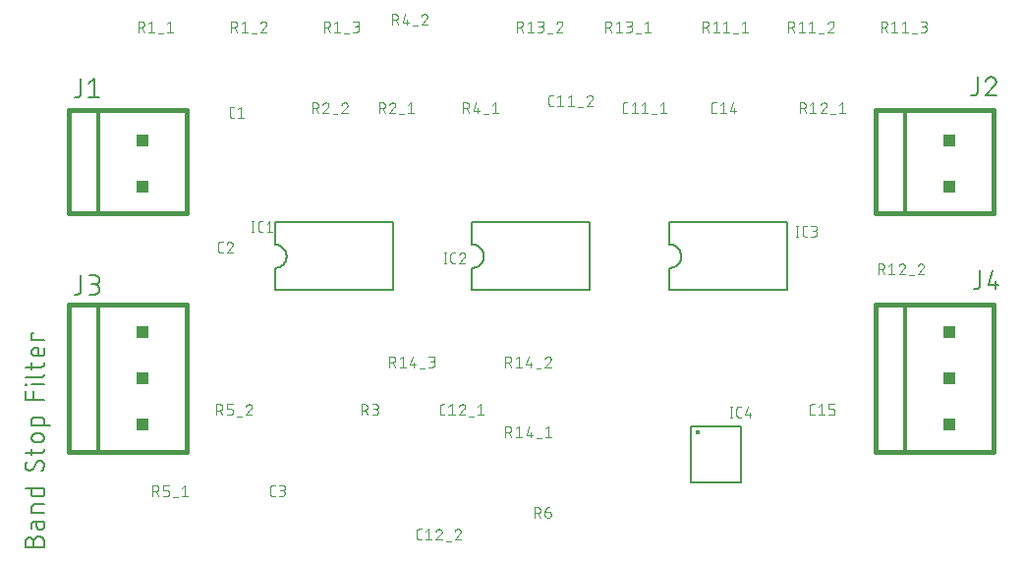
<source format=gbr>
G04 EAGLE Gerber RS-274X export*
G75*
%MOMM*%
%FSLAX34Y34*%
%LPD*%
%INSilkscreen Top*%
%IPPOS*%
%AMOC8*
5,1,8,0,0,1.08239X$1,22.5*%
G01*
%ADD10C,0.152400*%
%ADD11C,0.076200*%
%ADD12C,0.101600*%
%ADD13C,0.203200*%
%ADD14C,0.427200*%
%ADD15C,0.406400*%
%ADD16C,0.304800*%
%ADD17R,1.016000X1.016000*%


D10*
X21457Y19512D02*
X21457Y24028D01*
X21456Y24028D02*
X21458Y24161D01*
X21464Y24293D01*
X21474Y24425D01*
X21487Y24557D01*
X21505Y24689D01*
X21526Y24819D01*
X21551Y24950D01*
X21580Y25079D01*
X21613Y25207D01*
X21649Y25335D01*
X21689Y25461D01*
X21733Y25586D01*
X21781Y25710D01*
X21832Y25832D01*
X21887Y25953D01*
X21945Y26072D01*
X22007Y26190D01*
X22072Y26305D01*
X22141Y26419D01*
X22212Y26530D01*
X22288Y26639D01*
X22366Y26746D01*
X22447Y26851D01*
X22532Y26953D01*
X22619Y27053D01*
X22709Y27150D01*
X22802Y27245D01*
X22898Y27336D01*
X22996Y27425D01*
X23097Y27511D01*
X23201Y27594D01*
X23307Y27674D01*
X23415Y27750D01*
X23525Y27824D01*
X23638Y27894D01*
X23752Y27961D01*
X23869Y28024D01*
X23987Y28084D01*
X24107Y28141D01*
X24229Y28194D01*
X24352Y28243D01*
X24476Y28289D01*
X24602Y28331D01*
X24729Y28369D01*
X24857Y28404D01*
X24986Y28435D01*
X25115Y28462D01*
X25246Y28485D01*
X25377Y28505D01*
X25509Y28520D01*
X25641Y28532D01*
X25773Y28540D01*
X25906Y28544D01*
X26038Y28544D01*
X26171Y28540D01*
X26303Y28532D01*
X26435Y28520D01*
X26567Y28505D01*
X26698Y28485D01*
X26829Y28462D01*
X26958Y28435D01*
X27087Y28404D01*
X27215Y28369D01*
X27342Y28331D01*
X27468Y28289D01*
X27592Y28243D01*
X27715Y28194D01*
X27837Y28141D01*
X27957Y28084D01*
X28075Y28024D01*
X28192Y27961D01*
X28306Y27894D01*
X28419Y27824D01*
X28529Y27750D01*
X28637Y27674D01*
X28743Y27594D01*
X28847Y27511D01*
X28948Y27425D01*
X29046Y27336D01*
X29142Y27245D01*
X29235Y27150D01*
X29325Y27053D01*
X29412Y26953D01*
X29497Y26851D01*
X29578Y26746D01*
X29656Y26639D01*
X29732Y26530D01*
X29803Y26419D01*
X29872Y26305D01*
X29937Y26190D01*
X29999Y26072D01*
X30057Y25953D01*
X30112Y25832D01*
X30163Y25710D01*
X30211Y25586D01*
X30255Y25461D01*
X30295Y25335D01*
X30331Y25207D01*
X30364Y25079D01*
X30393Y24950D01*
X30418Y24819D01*
X30439Y24689D01*
X30457Y24557D01*
X30470Y24425D01*
X30480Y24293D01*
X30486Y24161D01*
X30488Y24028D01*
X30488Y19512D01*
X14232Y19512D01*
X14232Y24028D01*
X14234Y24147D01*
X14240Y24267D01*
X14250Y24386D01*
X14264Y24504D01*
X14281Y24623D01*
X14303Y24740D01*
X14328Y24857D01*
X14358Y24972D01*
X14391Y25087D01*
X14428Y25201D01*
X14468Y25313D01*
X14513Y25424D01*
X14561Y25533D01*
X14612Y25641D01*
X14667Y25747D01*
X14726Y25851D01*
X14788Y25953D01*
X14853Y26053D01*
X14922Y26151D01*
X14994Y26247D01*
X15069Y26340D01*
X15146Y26430D01*
X15227Y26518D01*
X15311Y26603D01*
X15398Y26685D01*
X15487Y26765D01*
X15579Y26841D01*
X15673Y26915D01*
X15770Y26985D01*
X15868Y27052D01*
X15969Y27116D01*
X16073Y27176D01*
X16178Y27233D01*
X16285Y27286D01*
X16393Y27336D01*
X16503Y27382D01*
X16615Y27424D01*
X16728Y27463D01*
X16842Y27498D01*
X16957Y27529D01*
X17074Y27557D01*
X17191Y27580D01*
X17308Y27600D01*
X17427Y27616D01*
X17546Y27628D01*
X17665Y27636D01*
X17784Y27640D01*
X17904Y27640D01*
X18023Y27636D01*
X18142Y27628D01*
X18261Y27616D01*
X18380Y27600D01*
X18497Y27580D01*
X18614Y27557D01*
X18731Y27529D01*
X18846Y27498D01*
X18960Y27463D01*
X19073Y27424D01*
X19185Y27382D01*
X19295Y27336D01*
X19403Y27286D01*
X19510Y27233D01*
X19615Y27176D01*
X19719Y27116D01*
X19820Y27052D01*
X19918Y26985D01*
X20015Y26915D01*
X20109Y26841D01*
X20201Y26765D01*
X20290Y26685D01*
X20377Y26603D01*
X20461Y26518D01*
X20542Y26430D01*
X20619Y26340D01*
X20694Y26247D01*
X20766Y26151D01*
X20835Y26053D01*
X20900Y25953D01*
X20962Y25851D01*
X21021Y25747D01*
X21076Y25641D01*
X21127Y25533D01*
X21175Y25424D01*
X21220Y25313D01*
X21260Y25201D01*
X21297Y25087D01*
X21330Y24972D01*
X21360Y24857D01*
X21385Y24740D01*
X21407Y24623D01*
X21424Y24504D01*
X21438Y24386D01*
X21448Y24267D01*
X21454Y24147D01*
X21456Y24028D01*
X24166Y37360D02*
X24166Y41424D01*
X24166Y37360D02*
X24168Y37248D01*
X24174Y37137D01*
X24184Y37026D01*
X24197Y36915D01*
X24215Y36805D01*
X24237Y36696D01*
X24262Y36587D01*
X24291Y36479D01*
X24324Y36373D01*
X24361Y36267D01*
X24401Y36163D01*
X24445Y36061D01*
X24493Y35960D01*
X24544Y35861D01*
X24599Y35763D01*
X24657Y35668D01*
X24718Y35575D01*
X24783Y35484D01*
X24851Y35395D01*
X24922Y35309D01*
X24995Y35226D01*
X25072Y35145D01*
X25152Y35066D01*
X25234Y34991D01*
X25319Y34919D01*
X25406Y34849D01*
X25496Y34783D01*
X25588Y34720D01*
X25683Y34660D01*
X25779Y34604D01*
X25877Y34551D01*
X25977Y34502D01*
X26079Y34456D01*
X26182Y34414D01*
X26287Y34375D01*
X26393Y34340D01*
X26500Y34309D01*
X26608Y34282D01*
X26717Y34258D01*
X26827Y34239D01*
X26937Y34223D01*
X27048Y34211D01*
X27160Y34203D01*
X27271Y34199D01*
X27383Y34199D01*
X27494Y34203D01*
X27606Y34211D01*
X27717Y34223D01*
X27827Y34239D01*
X27937Y34258D01*
X28046Y34282D01*
X28154Y34309D01*
X28261Y34340D01*
X28367Y34375D01*
X28472Y34414D01*
X28575Y34456D01*
X28677Y34502D01*
X28777Y34551D01*
X28875Y34604D01*
X28971Y34660D01*
X29066Y34720D01*
X29158Y34783D01*
X29248Y34849D01*
X29335Y34919D01*
X29420Y34991D01*
X29502Y35066D01*
X29582Y35145D01*
X29659Y35226D01*
X29732Y35309D01*
X29803Y35395D01*
X29871Y35484D01*
X29936Y35575D01*
X29997Y35668D01*
X30055Y35763D01*
X30110Y35861D01*
X30161Y35960D01*
X30209Y36061D01*
X30253Y36163D01*
X30293Y36267D01*
X30330Y36373D01*
X30363Y36479D01*
X30392Y36587D01*
X30417Y36696D01*
X30439Y36805D01*
X30457Y36915D01*
X30470Y37026D01*
X30480Y37137D01*
X30486Y37248D01*
X30488Y37360D01*
X30488Y41424D01*
X22360Y41424D01*
X22259Y41422D01*
X22158Y41416D01*
X22057Y41407D01*
X21956Y41394D01*
X21856Y41377D01*
X21757Y41356D01*
X21659Y41332D01*
X21562Y41304D01*
X21465Y41272D01*
X21370Y41237D01*
X21277Y41198D01*
X21185Y41156D01*
X21094Y41110D01*
X21006Y41061D01*
X20919Y41009D01*
X20834Y40953D01*
X20751Y40895D01*
X20671Y40833D01*
X20593Y40768D01*
X20517Y40701D01*
X20444Y40631D01*
X20374Y40558D01*
X20307Y40482D01*
X20242Y40404D01*
X20180Y40324D01*
X20122Y40241D01*
X20066Y40156D01*
X20014Y40070D01*
X19965Y39981D01*
X19919Y39890D01*
X19877Y39798D01*
X19838Y39705D01*
X19803Y39610D01*
X19771Y39513D01*
X19743Y39416D01*
X19719Y39318D01*
X19698Y39219D01*
X19681Y39119D01*
X19668Y39018D01*
X19659Y38917D01*
X19653Y38816D01*
X19651Y38715D01*
X19651Y35102D01*
X19651Y48861D02*
X30488Y48861D01*
X19651Y48861D02*
X19651Y53377D01*
X19653Y53481D01*
X19659Y53584D01*
X19669Y53688D01*
X19683Y53791D01*
X19701Y53893D01*
X19722Y53994D01*
X19748Y54095D01*
X19777Y54194D01*
X19810Y54293D01*
X19847Y54390D01*
X19888Y54485D01*
X19932Y54579D01*
X19980Y54671D01*
X20031Y54761D01*
X20086Y54850D01*
X20144Y54936D01*
X20206Y55019D01*
X20270Y55101D01*
X20338Y55179D01*
X20408Y55255D01*
X20481Y55329D01*
X20558Y55399D01*
X20636Y55467D01*
X20718Y55531D01*
X20801Y55593D01*
X20887Y55651D01*
X20976Y55706D01*
X21066Y55757D01*
X21158Y55805D01*
X21252Y55849D01*
X21347Y55890D01*
X21444Y55927D01*
X21543Y55960D01*
X21642Y55989D01*
X21743Y56015D01*
X21844Y56036D01*
X21946Y56054D01*
X22049Y56068D01*
X22153Y56078D01*
X22256Y56084D01*
X22360Y56086D01*
X30488Y56086D01*
X30488Y70081D02*
X14232Y70081D01*
X30488Y70081D02*
X30488Y65566D01*
X30486Y65465D01*
X30480Y65364D01*
X30471Y65263D01*
X30458Y65162D01*
X30441Y65062D01*
X30420Y64963D01*
X30396Y64865D01*
X30368Y64768D01*
X30336Y64671D01*
X30301Y64576D01*
X30262Y64483D01*
X30220Y64391D01*
X30174Y64300D01*
X30125Y64211D01*
X30073Y64125D01*
X30017Y64040D01*
X29959Y63957D01*
X29897Y63877D01*
X29832Y63799D01*
X29765Y63723D01*
X29695Y63650D01*
X29622Y63580D01*
X29546Y63513D01*
X29468Y63448D01*
X29388Y63386D01*
X29305Y63328D01*
X29220Y63272D01*
X29133Y63220D01*
X29045Y63171D01*
X28954Y63125D01*
X28862Y63083D01*
X28769Y63044D01*
X28674Y63009D01*
X28577Y62977D01*
X28480Y62949D01*
X28382Y62925D01*
X28283Y62904D01*
X28183Y62887D01*
X28082Y62874D01*
X27981Y62865D01*
X27880Y62859D01*
X27779Y62857D01*
X27779Y62856D02*
X22360Y62856D01*
X22360Y62857D02*
X22259Y62859D01*
X22158Y62865D01*
X22057Y62874D01*
X21956Y62887D01*
X21856Y62904D01*
X21757Y62925D01*
X21659Y62949D01*
X21562Y62977D01*
X21465Y63009D01*
X21370Y63044D01*
X21277Y63083D01*
X21185Y63125D01*
X21094Y63171D01*
X21006Y63220D01*
X20919Y63272D01*
X20834Y63328D01*
X20751Y63386D01*
X20671Y63448D01*
X20593Y63513D01*
X20517Y63580D01*
X20444Y63650D01*
X20374Y63723D01*
X20307Y63799D01*
X20242Y63877D01*
X20180Y63957D01*
X20122Y64040D01*
X20066Y64125D01*
X20014Y64211D01*
X19965Y64300D01*
X19919Y64391D01*
X19877Y64483D01*
X19838Y64576D01*
X19803Y64671D01*
X19771Y64768D01*
X19743Y64865D01*
X19719Y64963D01*
X19698Y65062D01*
X19681Y65162D01*
X19668Y65263D01*
X19659Y65364D01*
X19653Y65465D01*
X19651Y65566D01*
X19651Y70081D01*
X30488Y90371D02*
X30486Y90489D01*
X30480Y90607D01*
X30471Y90725D01*
X30457Y90842D01*
X30440Y90959D01*
X30419Y91076D01*
X30394Y91191D01*
X30365Y91306D01*
X30332Y91420D01*
X30296Y91532D01*
X30256Y91643D01*
X30213Y91753D01*
X30166Y91862D01*
X30116Y91969D01*
X30061Y92074D01*
X30004Y92177D01*
X29943Y92278D01*
X29879Y92378D01*
X29812Y92475D01*
X29742Y92570D01*
X29668Y92662D01*
X29592Y92753D01*
X29512Y92840D01*
X29430Y92925D01*
X29345Y93007D01*
X29258Y93087D01*
X29167Y93163D01*
X29075Y93237D01*
X28980Y93307D01*
X28883Y93374D01*
X28783Y93438D01*
X28682Y93499D01*
X28579Y93556D01*
X28474Y93611D01*
X28367Y93661D01*
X28258Y93708D01*
X28148Y93751D01*
X28037Y93791D01*
X27925Y93827D01*
X27811Y93860D01*
X27696Y93889D01*
X27581Y93914D01*
X27464Y93935D01*
X27347Y93952D01*
X27230Y93966D01*
X27112Y93975D01*
X26994Y93981D01*
X26876Y93983D01*
X30488Y90371D02*
X30486Y90188D01*
X30479Y90006D01*
X30468Y89824D01*
X30453Y89642D01*
X30433Y89460D01*
X30410Y89279D01*
X30381Y89099D01*
X30349Y88919D01*
X30312Y88740D01*
X30271Y88563D01*
X30225Y88386D01*
X30176Y88210D01*
X30122Y88036D01*
X30064Y87862D01*
X30002Y87691D01*
X29936Y87521D01*
X29865Y87352D01*
X29791Y87185D01*
X29713Y87020D01*
X29631Y86857D01*
X29545Y86696D01*
X29455Y86537D01*
X29361Y86380D01*
X29264Y86226D01*
X29163Y86074D01*
X29058Y85924D01*
X28950Y85777D01*
X28839Y85633D01*
X28724Y85491D01*
X28605Y85352D01*
X28483Y85216D01*
X28358Y85083D01*
X28230Y84953D01*
X17844Y85404D02*
X17726Y85406D01*
X17608Y85412D01*
X17490Y85421D01*
X17373Y85435D01*
X17256Y85452D01*
X17139Y85473D01*
X17024Y85498D01*
X16909Y85527D01*
X16795Y85560D01*
X16683Y85596D01*
X16572Y85636D01*
X16462Y85679D01*
X16353Y85726D01*
X16246Y85776D01*
X16141Y85831D01*
X16038Y85888D01*
X15937Y85949D01*
X15837Y86013D01*
X15740Y86080D01*
X15645Y86150D01*
X15553Y86224D01*
X15462Y86300D01*
X15375Y86380D01*
X15290Y86462D01*
X15208Y86547D01*
X15128Y86634D01*
X15052Y86725D01*
X14978Y86817D01*
X14908Y86912D01*
X14841Y87009D01*
X14777Y87109D01*
X14716Y87210D01*
X14659Y87313D01*
X14604Y87418D01*
X14554Y87525D01*
X14507Y87634D01*
X14464Y87744D01*
X14424Y87855D01*
X14388Y87967D01*
X14355Y88081D01*
X14326Y88196D01*
X14301Y88311D01*
X14280Y88428D01*
X14263Y88545D01*
X14249Y88662D01*
X14240Y88780D01*
X14234Y88898D01*
X14232Y89016D01*
X14234Y89177D01*
X14240Y89339D01*
X14249Y89500D01*
X14263Y89661D01*
X14280Y89821D01*
X14301Y89981D01*
X14326Y90141D01*
X14355Y90300D01*
X14387Y90458D01*
X14423Y90615D01*
X14463Y90771D01*
X14507Y90927D01*
X14555Y91081D01*
X14606Y91234D01*
X14660Y91386D01*
X14719Y91537D01*
X14780Y91686D01*
X14846Y91833D01*
X14915Y91979D01*
X14987Y92124D01*
X15063Y92266D01*
X15142Y92407D01*
X15224Y92546D01*
X15310Y92682D01*
X15399Y92817D01*
X15491Y92950D01*
X15587Y93080D01*
X21005Y87210D02*
X20943Y87109D01*
X20878Y87009D01*
X20809Y86912D01*
X20737Y86817D01*
X20663Y86724D01*
X20585Y86634D01*
X20504Y86546D01*
X20421Y86461D01*
X20335Y86379D01*
X20246Y86300D01*
X20155Y86223D01*
X20061Y86150D01*
X19965Y86079D01*
X19867Y86012D01*
X19767Y85948D01*
X19664Y85887D01*
X19560Y85830D01*
X19454Y85776D01*
X19346Y85726D01*
X19237Y85679D01*
X19126Y85635D01*
X19014Y85595D01*
X18900Y85559D01*
X18786Y85527D01*
X18670Y85498D01*
X18554Y85473D01*
X18437Y85452D01*
X18319Y85435D01*
X18201Y85421D01*
X18082Y85412D01*
X17963Y85406D01*
X17844Y85404D01*
X23715Y92177D02*
X23777Y92278D01*
X23842Y92378D01*
X23911Y92475D01*
X23983Y92570D01*
X24057Y92663D01*
X24135Y92753D01*
X24216Y92841D01*
X24299Y92926D01*
X24385Y93008D01*
X24474Y93087D01*
X24565Y93164D01*
X24659Y93237D01*
X24755Y93308D01*
X24853Y93375D01*
X24953Y93439D01*
X25056Y93500D01*
X25160Y93557D01*
X25266Y93611D01*
X25374Y93661D01*
X25483Y93708D01*
X25594Y93752D01*
X25706Y93792D01*
X25820Y93828D01*
X25934Y93860D01*
X26050Y93889D01*
X26166Y93914D01*
X26283Y93935D01*
X26401Y93952D01*
X26519Y93966D01*
X26638Y93975D01*
X26757Y93981D01*
X26876Y93983D01*
X23715Y92177D02*
X21005Y87210D01*
X19651Y98626D02*
X19651Y104045D01*
X14232Y100432D02*
X27779Y100432D01*
X27779Y100433D02*
X27880Y100435D01*
X27981Y100441D01*
X28082Y100450D01*
X28183Y100463D01*
X28283Y100480D01*
X28382Y100501D01*
X28480Y100525D01*
X28577Y100553D01*
X28674Y100585D01*
X28769Y100620D01*
X28862Y100659D01*
X28954Y100701D01*
X29045Y100747D01*
X29133Y100796D01*
X29220Y100848D01*
X29305Y100904D01*
X29388Y100962D01*
X29468Y101024D01*
X29546Y101089D01*
X29622Y101156D01*
X29695Y101226D01*
X29765Y101299D01*
X29832Y101375D01*
X29897Y101453D01*
X29959Y101533D01*
X30017Y101616D01*
X30073Y101701D01*
X30125Y101787D01*
X30174Y101876D01*
X30220Y101967D01*
X30262Y102059D01*
X30301Y102152D01*
X30336Y102247D01*
X30368Y102344D01*
X30396Y102441D01*
X30420Y102539D01*
X30441Y102638D01*
X30458Y102738D01*
X30471Y102839D01*
X30480Y102940D01*
X30486Y103041D01*
X30488Y103142D01*
X30488Y104045D01*
X26876Y109823D02*
X23263Y109823D01*
X23263Y109824D02*
X23144Y109826D01*
X23024Y109832D01*
X22905Y109842D01*
X22787Y109856D01*
X22668Y109873D01*
X22551Y109895D01*
X22434Y109920D01*
X22319Y109950D01*
X22204Y109983D01*
X22090Y110020D01*
X21978Y110060D01*
X21867Y110105D01*
X21758Y110153D01*
X21650Y110204D01*
X21544Y110259D01*
X21440Y110318D01*
X21338Y110380D01*
X21238Y110445D01*
X21140Y110514D01*
X21044Y110586D01*
X20951Y110661D01*
X20861Y110738D01*
X20773Y110819D01*
X20688Y110903D01*
X20606Y110990D01*
X20526Y111079D01*
X20450Y111171D01*
X20376Y111265D01*
X20306Y111362D01*
X20239Y111460D01*
X20175Y111561D01*
X20115Y111665D01*
X20058Y111770D01*
X20005Y111877D01*
X19955Y111985D01*
X19909Y112095D01*
X19867Y112207D01*
X19828Y112320D01*
X19793Y112434D01*
X19762Y112549D01*
X19734Y112666D01*
X19711Y112783D01*
X19691Y112900D01*
X19675Y113019D01*
X19663Y113138D01*
X19655Y113257D01*
X19651Y113376D01*
X19651Y113496D01*
X19655Y113615D01*
X19663Y113734D01*
X19675Y113853D01*
X19691Y113972D01*
X19711Y114089D01*
X19734Y114206D01*
X19762Y114323D01*
X19793Y114438D01*
X19828Y114552D01*
X19867Y114665D01*
X19909Y114777D01*
X19955Y114887D01*
X20005Y114995D01*
X20058Y115102D01*
X20115Y115207D01*
X20175Y115311D01*
X20239Y115412D01*
X20306Y115510D01*
X20376Y115607D01*
X20450Y115701D01*
X20526Y115793D01*
X20606Y115882D01*
X20688Y115969D01*
X20773Y116053D01*
X20861Y116134D01*
X20951Y116211D01*
X21044Y116286D01*
X21140Y116358D01*
X21238Y116427D01*
X21338Y116492D01*
X21440Y116554D01*
X21544Y116613D01*
X21650Y116668D01*
X21758Y116719D01*
X21867Y116767D01*
X21978Y116812D01*
X22090Y116852D01*
X22204Y116889D01*
X22319Y116922D01*
X22434Y116952D01*
X22551Y116977D01*
X22668Y116999D01*
X22787Y117016D01*
X22905Y117030D01*
X23024Y117040D01*
X23144Y117046D01*
X23263Y117048D01*
X26876Y117048D01*
X26995Y117046D01*
X27115Y117040D01*
X27234Y117030D01*
X27352Y117016D01*
X27471Y116999D01*
X27588Y116977D01*
X27705Y116952D01*
X27820Y116922D01*
X27935Y116889D01*
X28049Y116852D01*
X28161Y116812D01*
X28272Y116767D01*
X28381Y116719D01*
X28489Y116668D01*
X28595Y116613D01*
X28699Y116554D01*
X28801Y116492D01*
X28901Y116427D01*
X28999Y116358D01*
X29095Y116286D01*
X29188Y116211D01*
X29278Y116134D01*
X29366Y116053D01*
X29451Y115969D01*
X29533Y115882D01*
X29613Y115793D01*
X29689Y115701D01*
X29763Y115607D01*
X29833Y115510D01*
X29900Y115412D01*
X29964Y115311D01*
X30024Y115207D01*
X30081Y115102D01*
X30134Y114995D01*
X30184Y114887D01*
X30230Y114777D01*
X30272Y114665D01*
X30311Y114552D01*
X30346Y114438D01*
X30377Y114323D01*
X30405Y114206D01*
X30428Y114089D01*
X30448Y113972D01*
X30464Y113853D01*
X30476Y113734D01*
X30484Y113615D01*
X30488Y113496D01*
X30488Y113376D01*
X30484Y113257D01*
X30476Y113138D01*
X30464Y113019D01*
X30448Y112900D01*
X30428Y112783D01*
X30405Y112666D01*
X30377Y112549D01*
X30346Y112434D01*
X30311Y112320D01*
X30272Y112207D01*
X30230Y112095D01*
X30184Y111985D01*
X30134Y111877D01*
X30081Y111770D01*
X30024Y111665D01*
X29964Y111561D01*
X29900Y111460D01*
X29833Y111362D01*
X29763Y111265D01*
X29689Y111171D01*
X29613Y111079D01*
X29533Y110990D01*
X29451Y110903D01*
X29366Y110819D01*
X29278Y110738D01*
X29188Y110661D01*
X29095Y110586D01*
X28999Y110514D01*
X28901Y110445D01*
X28801Y110380D01*
X28699Y110318D01*
X28595Y110259D01*
X28489Y110204D01*
X28381Y110153D01*
X28272Y110105D01*
X28161Y110060D01*
X28049Y110020D01*
X27935Y109983D01*
X27820Y109950D01*
X27705Y109920D01*
X27588Y109895D01*
X27471Y109873D01*
X27352Y109856D01*
X27234Y109842D01*
X27115Y109832D01*
X26995Y109826D01*
X26876Y109824D01*
X19651Y123964D02*
X35907Y123964D01*
X19651Y123964D02*
X19651Y128480D01*
X19653Y128584D01*
X19659Y128687D01*
X19669Y128791D01*
X19683Y128894D01*
X19701Y128996D01*
X19722Y129097D01*
X19748Y129198D01*
X19777Y129297D01*
X19810Y129396D01*
X19847Y129493D01*
X19888Y129588D01*
X19932Y129682D01*
X19980Y129774D01*
X20031Y129864D01*
X20086Y129953D01*
X20144Y130039D01*
X20206Y130122D01*
X20270Y130204D01*
X20338Y130282D01*
X20408Y130358D01*
X20481Y130432D01*
X20558Y130502D01*
X20636Y130570D01*
X20718Y130634D01*
X20801Y130696D01*
X20887Y130754D01*
X20976Y130809D01*
X21066Y130860D01*
X21158Y130908D01*
X21252Y130952D01*
X21347Y130993D01*
X21444Y131030D01*
X21543Y131063D01*
X21642Y131092D01*
X21743Y131118D01*
X21844Y131139D01*
X21946Y131157D01*
X22049Y131171D01*
X22153Y131181D01*
X22256Y131187D01*
X22360Y131189D01*
X27779Y131189D01*
X27880Y131187D01*
X27981Y131181D01*
X28082Y131172D01*
X28183Y131159D01*
X28283Y131142D01*
X28382Y131121D01*
X28480Y131097D01*
X28577Y131069D01*
X28674Y131037D01*
X28769Y131002D01*
X28862Y130963D01*
X28954Y130921D01*
X29045Y130875D01*
X29134Y130826D01*
X29220Y130774D01*
X29305Y130718D01*
X29388Y130660D01*
X29468Y130598D01*
X29546Y130533D01*
X29622Y130466D01*
X29695Y130396D01*
X29765Y130323D01*
X29832Y130247D01*
X29897Y130169D01*
X29959Y130089D01*
X30017Y130006D01*
X30073Y129921D01*
X30125Y129835D01*
X30174Y129746D01*
X30220Y129655D01*
X30262Y129563D01*
X30301Y129470D01*
X30336Y129375D01*
X30368Y129278D01*
X30396Y129181D01*
X30420Y129083D01*
X30441Y128984D01*
X30458Y128884D01*
X30471Y128783D01*
X30480Y128682D01*
X30486Y128581D01*
X30488Y128480D01*
X30488Y123964D01*
X30488Y146465D02*
X14232Y146465D01*
X14232Y153690D01*
X21457Y153690D02*
X21457Y146465D01*
X19651Y159287D02*
X30488Y159287D01*
X15135Y158836D02*
X14232Y158836D01*
X14232Y159739D01*
X15135Y159739D01*
X15135Y158836D01*
X14232Y165811D02*
X27779Y165811D01*
X27779Y165812D02*
X27880Y165814D01*
X27981Y165820D01*
X28082Y165829D01*
X28183Y165842D01*
X28283Y165859D01*
X28382Y165880D01*
X28480Y165904D01*
X28577Y165932D01*
X28674Y165964D01*
X28769Y165999D01*
X28862Y166038D01*
X28954Y166080D01*
X29045Y166126D01*
X29133Y166175D01*
X29220Y166227D01*
X29305Y166283D01*
X29388Y166341D01*
X29468Y166403D01*
X29546Y166468D01*
X29622Y166535D01*
X29695Y166605D01*
X29765Y166678D01*
X29832Y166754D01*
X29897Y166832D01*
X29959Y166912D01*
X30017Y166995D01*
X30073Y167080D01*
X30125Y167166D01*
X30174Y167255D01*
X30220Y167346D01*
X30262Y167438D01*
X30301Y167531D01*
X30336Y167626D01*
X30368Y167723D01*
X30396Y167820D01*
X30420Y167918D01*
X30441Y168017D01*
X30458Y168117D01*
X30471Y168218D01*
X30480Y168319D01*
X30486Y168420D01*
X30488Y168521D01*
X19651Y172614D02*
X19651Y178032D01*
X14232Y174420D02*
X27779Y174420D01*
X27880Y174422D01*
X27981Y174428D01*
X28082Y174437D01*
X28183Y174450D01*
X28283Y174467D01*
X28382Y174488D01*
X28480Y174512D01*
X28577Y174540D01*
X28674Y174572D01*
X28769Y174607D01*
X28862Y174646D01*
X28954Y174688D01*
X29045Y174734D01*
X29133Y174783D01*
X29220Y174835D01*
X29305Y174891D01*
X29388Y174949D01*
X29468Y175011D01*
X29546Y175076D01*
X29622Y175143D01*
X29695Y175213D01*
X29765Y175286D01*
X29832Y175362D01*
X29897Y175440D01*
X29959Y175520D01*
X30017Y175603D01*
X30073Y175688D01*
X30125Y175774D01*
X30174Y175863D01*
X30220Y175954D01*
X30262Y176046D01*
X30301Y176139D01*
X30336Y176234D01*
X30368Y176331D01*
X30396Y176428D01*
X30420Y176526D01*
X30441Y176625D01*
X30458Y176725D01*
X30471Y176826D01*
X30480Y176927D01*
X30486Y177028D01*
X30488Y177129D01*
X30488Y178032D01*
X30488Y186520D02*
X30488Y191036D01*
X30488Y186520D02*
X30486Y186419D01*
X30480Y186318D01*
X30471Y186217D01*
X30458Y186116D01*
X30441Y186016D01*
X30420Y185917D01*
X30396Y185819D01*
X30368Y185722D01*
X30336Y185625D01*
X30301Y185530D01*
X30262Y185437D01*
X30220Y185345D01*
X30174Y185254D01*
X30125Y185165D01*
X30073Y185079D01*
X30017Y184994D01*
X29959Y184911D01*
X29897Y184831D01*
X29832Y184753D01*
X29765Y184677D01*
X29695Y184604D01*
X29622Y184534D01*
X29546Y184467D01*
X29468Y184402D01*
X29388Y184340D01*
X29305Y184282D01*
X29220Y184226D01*
X29133Y184174D01*
X29045Y184125D01*
X28954Y184079D01*
X28862Y184037D01*
X28769Y183998D01*
X28674Y183963D01*
X28577Y183931D01*
X28480Y183903D01*
X28382Y183879D01*
X28283Y183858D01*
X28183Y183841D01*
X28082Y183828D01*
X27981Y183819D01*
X27880Y183813D01*
X27779Y183811D01*
X23263Y183811D01*
X23144Y183813D01*
X23024Y183819D01*
X22905Y183829D01*
X22787Y183843D01*
X22668Y183860D01*
X22551Y183882D01*
X22434Y183907D01*
X22319Y183937D01*
X22204Y183970D01*
X22090Y184007D01*
X21978Y184047D01*
X21867Y184092D01*
X21758Y184140D01*
X21650Y184191D01*
X21544Y184246D01*
X21440Y184305D01*
X21338Y184367D01*
X21238Y184432D01*
X21140Y184501D01*
X21044Y184573D01*
X20951Y184648D01*
X20861Y184725D01*
X20773Y184806D01*
X20688Y184890D01*
X20606Y184977D01*
X20526Y185066D01*
X20450Y185158D01*
X20376Y185252D01*
X20306Y185349D01*
X20239Y185447D01*
X20175Y185548D01*
X20115Y185652D01*
X20058Y185757D01*
X20005Y185864D01*
X19955Y185972D01*
X19909Y186082D01*
X19867Y186194D01*
X19828Y186307D01*
X19793Y186421D01*
X19762Y186536D01*
X19734Y186653D01*
X19711Y186770D01*
X19691Y186887D01*
X19675Y187006D01*
X19663Y187125D01*
X19655Y187244D01*
X19651Y187363D01*
X19651Y187483D01*
X19655Y187602D01*
X19663Y187721D01*
X19675Y187840D01*
X19691Y187959D01*
X19711Y188076D01*
X19734Y188193D01*
X19762Y188310D01*
X19793Y188425D01*
X19828Y188539D01*
X19867Y188652D01*
X19909Y188764D01*
X19955Y188874D01*
X20005Y188982D01*
X20058Y189089D01*
X20115Y189194D01*
X20175Y189298D01*
X20239Y189399D01*
X20306Y189497D01*
X20376Y189594D01*
X20450Y189688D01*
X20526Y189780D01*
X20606Y189869D01*
X20688Y189956D01*
X20773Y190040D01*
X20861Y190121D01*
X20951Y190198D01*
X21044Y190273D01*
X21140Y190345D01*
X21238Y190414D01*
X21338Y190479D01*
X21440Y190541D01*
X21544Y190600D01*
X21650Y190655D01*
X21758Y190706D01*
X21867Y190754D01*
X21978Y190799D01*
X22090Y190839D01*
X22204Y190876D01*
X22319Y190909D01*
X22434Y190939D01*
X22551Y190964D01*
X22668Y190986D01*
X22787Y191003D01*
X22905Y191017D01*
X23024Y191027D01*
X23144Y191033D01*
X23263Y191035D01*
X23263Y191036D02*
X25069Y191036D01*
X25069Y183811D01*
X30488Y197964D02*
X19651Y197964D01*
X19651Y203382D01*
X21457Y203382D01*
D11*
X192234Y389331D02*
X194287Y389331D01*
X192234Y389331D02*
X192144Y389333D01*
X192055Y389339D01*
X191966Y389349D01*
X191878Y389362D01*
X191790Y389380D01*
X191703Y389401D01*
X191617Y389426D01*
X191532Y389455D01*
X191448Y389487D01*
X191366Y389523D01*
X191286Y389563D01*
X191208Y389606D01*
X191131Y389653D01*
X191056Y389702D01*
X190984Y389755D01*
X190914Y389811D01*
X190847Y389870D01*
X190782Y389932D01*
X190720Y389997D01*
X190661Y390064D01*
X190605Y390134D01*
X190552Y390206D01*
X190503Y390281D01*
X190456Y390358D01*
X190413Y390436D01*
X190373Y390516D01*
X190337Y390598D01*
X190305Y390682D01*
X190276Y390767D01*
X190251Y390853D01*
X190230Y390940D01*
X190212Y391028D01*
X190199Y391116D01*
X190189Y391205D01*
X190183Y391294D01*
X190181Y391384D01*
X190181Y396516D01*
X190183Y396606D01*
X190189Y396695D01*
X190199Y396784D01*
X190212Y396872D01*
X190230Y396960D01*
X190251Y397047D01*
X190276Y397133D01*
X190305Y397218D01*
X190337Y397302D01*
X190373Y397384D01*
X190413Y397464D01*
X190456Y397542D01*
X190503Y397619D01*
X190552Y397694D01*
X190605Y397766D01*
X190661Y397836D01*
X190720Y397903D01*
X190782Y397968D01*
X190847Y398030D01*
X190914Y398089D01*
X190984Y398145D01*
X191056Y398198D01*
X191131Y398247D01*
X191207Y398294D01*
X191286Y398337D01*
X191366Y398377D01*
X191448Y398413D01*
X191532Y398445D01*
X191617Y398474D01*
X191703Y398499D01*
X191790Y398520D01*
X191877Y398538D01*
X191966Y398551D01*
X192055Y398561D01*
X192144Y398567D01*
X192234Y398569D01*
X194287Y398569D01*
X197706Y396516D02*
X200273Y398569D01*
X200273Y389331D01*
X202839Y389331D02*
X197706Y389331D01*
X530984Y393081D02*
X533037Y393081D01*
X530984Y393081D02*
X530894Y393083D01*
X530805Y393089D01*
X530716Y393099D01*
X530628Y393112D01*
X530540Y393130D01*
X530453Y393151D01*
X530367Y393176D01*
X530282Y393205D01*
X530198Y393237D01*
X530116Y393273D01*
X530036Y393313D01*
X529958Y393356D01*
X529881Y393403D01*
X529806Y393452D01*
X529734Y393505D01*
X529664Y393561D01*
X529597Y393620D01*
X529532Y393682D01*
X529470Y393747D01*
X529411Y393814D01*
X529355Y393884D01*
X529302Y393956D01*
X529253Y394031D01*
X529206Y394108D01*
X529163Y394186D01*
X529123Y394266D01*
X529087Y394348D01*
X529055Y394432D01*
X529026Y394517D01*
X529001Y394603D01*
X528980Y394690D01*
X528962Y394778D01*
X528949Y394866D01*
X528939Y394955D01*
X528933Y395044D01*
X528931Y395134D01*
X528931Y400266D01*
X528933Y400356D01*
X528939Y400445D01*
X528949Y400534D01*
X528962Y400622D01*
X528980Y400710D01*
X529001Y400797D01*
X529026Y400883D01*
X529055Y400968D01*
X529087Y401052D01*
X529123Y401134D01*
X529163Y401214D01*
X529206Y401292D01*
X529253Y401369D01*
X529302Y401444D01*
X529355Y401516D01*
X529411Y401586D01*
X529470Y401653D01*
X529532Y401718D01*
X529597Y401780D01*
X529664Y401839D01*
X529734Y401895D01*
X529806Y401948D01*
X529881Y401997D01*
X529957Y402044D01*
X530036Y402087D01*
X530116Y402127D01*
X530198Y402163D01*
X530282Y402195D01*
X530367Y402224D01*
X530453Y402249D01*
X530540Y402270D01*
X530627Y402288D01*
X530716Y402301D01*
X530805Y402311D01*
X530894Y402317D01*
X530984Y402319D01*
X533037Y402319D01*
X536456Y400266D02*
X539023Y402319D01*
X539023Y393081D01*
X541589Y393081D02*
X536456Y393081D01*
X545456Y400266D02*
X548023Y402319D01*
X548023Y393081D01*
X550589Y393081D02*
X545456Y393081D01*
X554070Y392055D02*
X558175Y392055D01*
X561656Y400266D02*
X564223Y402319D01*
X564223Y393081D01*
X566789Y393081D02*
X561656Y393081D01*
X469287Y399331D02*
X467234Y399331D01*
X467144Y399333D01*
X467055Y399339D01*
X466966Y399349D01*
X466878Y399362D01*
X466790Y399380D01*
X466703Y399401D01*
X466617Y399426D01*
X466532Y399455D01*
X466448Y399487D01*
X466366Y399523D01*
X466286Y399563D01*
X466208Y399606D01*
X466131Y399653D01*
X466056Y399702D01*
X465984Y399755D01*
X465914Y399811D01*
X465847Y399870D01*
X465782Y399932D01*
X465720Y399997D01*
X465661Y400064D01*
X465605Y400134D01*
X465552Y400206D01*
X465503Y400281D01*
X465456Y400358D01*
X465413Y400436D01*
X465373Y400516D01*
X465337Y400598D01*
X465305Y400682D01*
X465276Y400767D01*
X465251Y400853D01*
X465230Y400940D01*
X465212Y401028D01*
X465199Y401116D01*
X465189Y401205D01*
X465183Y401294D01*
X465181Y401384D01*
X465181Y406516D01*
X465183Y406606D01*
X465189Y406695D01*
X465199Y406784D01*
X465212Y406872D01*
X465230Y406960D01*
X465251Y407047D01*
X465276Y407133D01*
X465305Y407218D01*
X465337Y407302D01*
X465373Y407384D01*
X465413Y407464D01*
X465456Y407542D01*
X465503Y407619D01*
X465552Y407694D01*
X465605Y407766D01*
X465661Y407836D01*
X465720Y407903D01*
X465782Y407968D01*
X465847Y408030D01*
X465914Y408089D01*
X465984Y408145D01*
X466056Y408198D01*
X466131Y408247D01*
X466207Y408294D01*
X466286Y408337D01*
X466366Y408377D01*
X466448Y408413D01*
X466532Y408445D01*
X466617Y408474D01*
X466703Y408499D01*
X466790Y408520D01*
X466877Y408538D01*
X466966Y408551D01*
X467055Y408561D01*
X467144Y408567D01*
X467234Y408569D01*
X469287Y408569D01*
X472706Y406516D02*
X475273Y408569D01*
X475273Y399331D01*
X477839Y399331D02*
X472706Y399331D01*
X481706Y406516D02*
X484273Y408569D01*
X484273Y399331D01*
X486839Y399331D02*
X481706Y399331D01*
X490320Y398305D02*
X494425Y398305D01*
X503039Y406259D02*
X503037Y406352D01*
X503032Y406445D01*
X503022Y406537D01*
X503009Y406630D01*
X502992Y406721D01*
X502972Y406812D01*
X502948Y406902D01*
X502920Y406991D01*
X502889Y407078D01*
X502854Y407164D01*
X502816Y407249D01*
X502774Y407333D01*
X502730Y407414D01*
X502681Y407494D01*
X502630Y407571D01*
X502576Y407647D01*
X502518Y407720D01*
X502458Y407791D01*
X502395Y407859D01*
X502329Y407925D01*
X502261Y407988D01*
X502190Y408048D01*
X502117Y408106D01*
X502041Y408160D01*
X501964Y408211D01*
X501884Y408260D01*
X501803Y408304D01*
X501719Y408346D01*
X501634Y408384D01*
X501548Y408419D01*
X501461Y408450D01*
X501372Y408478D01*
X501282Y408502D01*
X501191Y408522D01*
X501100Y408539D01*
X501007Y408552D01*
X500915Y408562D01*
X500822Y408567D01*
X500729Y408569D01*
X500622Y408567D01*
X500516Y408561D01*
X500410Y408552D01*
X500304Y408538D01*
X500199Y408521D01*
X500094Y408500D01*
X499991Y408476D01*
X499888Y408447D01*
X499786Y408415D01*
X499686Y408380D01*
X499587Y408340D01*
X499489Y408297D01*
X499393Y408251D01*
X499299Y408201D01*
X499206Y408148D01*
X499116Y408092D01*
X499027Y408032D01*
X498941Y407970D01*
X498857Y407904D01*
X498776Y407835D01*
X498697Y407764D01*
X498620Y407689D01*
X498547Y407612D01*
X498476Y407533D01*
X498408Y407450D01*
X498343Y407366D01*
X498281Y407279D01*
X498223Y407190D01*
X498167Y407099D01*
X498115Y407006D01*
X498066Y406911D01*
X498021Y406815D01*
X497979Y406716D01*
X497941Y406617D01*
X497906Y406516D01*
X502269Y404462D02*
X502337Y404530D01*
X502402Y404600D01*
X502465Y404672D01*
X502525Y404747D01*
X502582Y404824D01*
X502635Y404903D01*
X502686Y404984D01*
X502734Y405067D01*
X502778Y405151D01*
X502819Y405238D01*
X502857Y405326D01*
X502891Y405415D01*
X502922Y405506D01*
X502949Y405597D01*
X502973Y405690D01*
X502993Y405784D01*
X503010Y405878D01*
X503022Y405973D01*
X503032Y406068D01*
X503037Y406163D01*
X503039Y406259D01*
X502269Y404463D02*
X497906Y399331D01*
X503039Y399331D01*
X375537Y133081D02*
X373484Y133081D01*
X373394Y133083D01*
X373305Y133089D01*
X373216Y133099D01*
X373128Y133112D01*
X373040Y133130D01*
X372953Y133151D01*
X372867Y133176D01*
X372782Y133205D01*
X372698Y133237D01*
X372616Y133273D01*
X372536Y133313D01*
X372458Y133356D01*
X372381Y133403D01*
X372306Y133452D01*
X372234Y133505D01*
X372164Y133561D01*
X372097Y133620D01*
X372032Y133682D01*
X371970Y133747D01*
X371911Y133814D01*
X371855Y133884D01*
X371802Y133956D01*
X371753Y134031D01*
X371706Y134108D01*
X371663Y134186D01*
X371623Y134266D01*
X371587Y134348D01*
X371555Y134432D01*
X371526Y134517D01*
X371501Y134603D01*
X371480Y134690D01*
X371462Y134778D01*
X371449Y134866D01*
X371439Y134955D01*
X371433Y135044D01*
X371431Y135134D01*
X371431Y140266D01*
X371433Y140356D01*
X371439Y140445D01*
X371449Y140534D01*
X371462Y140622D01*
X371480Y140710D01*
X371501Y140797D01*
X371526Y140883D01*
X371555Y140968D01*
X371587Y141052D01*
X371623Y141134D01*
X371663Y141214D01*
X371706Y141292D01*
X371753Y141369D01*
X371802Y141444D01*
X371855Y141516D01*
X371911Y141586D01*
X371970Y141653D01*
X372032Y141718D01*
X372097Y141780D01*
X372164Y141839D01*
X372234Y141895D01*
X372306Y141948D01*
X372381Y141997D01*
X372457Y142044D01*
X372536Y142087D01*
X372616Y142127D01*
X372698Y142163D01*
X372782Y142195D01*
X372867Y142224D01*
X372953Y142249D01*
X373040Y142270D01*
X373127Y142288D01*
X373216Y142301D01*
X373305Y142311D01*
X373394Y142317D01*
X373484Y142319D01*
X375537Y142319D01*
X378956Y140266D02*
X381523Y142319D01*
X381523Y133081D01*
X384089Y133081D02*
X378956Y133081D01*
X390779Y142319D02*
X390872Y142317D01*
X390965Y142312D01*
X391057Y142302D01*
X391150Y142289D01*
X391241Y142272D01*
X391332Y142252D01*
X391422Y142228D01*
X391511Y142200D01*
X391598Y142169D01*
X391684Y142134D01*
X391769Y142096D01*
X391853Y142054D01*
X391934Y142010D01*
X392014Y141961D01*
X392091Y141910D01*
X392167Y141856D01*
X392240Y141798D01*
X392311Y141738D01*
X392379Y141675D01*
X392445Y141609D01*
X392508Y141541D01*
X392568Y141470D01*
X392626Y141397D01*
X392680Y141321D01*
X392731Y141244D01*
X392780Y141164D01*
X392824Y141083D01*
X392866Y140999D01*
X392904Y140914D01*
X392939Y140828D01*
X392970Y140741D01*
X392998Y140652D01*
X393022Y140562D01*
X393042Y140471D01*
X393059Y140380D01*
X393072Y140287D01*
X393082Y140195D01*
X393087Y140102D01*
X393089Y140009D01*
X390779Y142319D02*
X390672Y142317D01*
X390566Y142311D01*
X390460Y142302D01*
X390354Y142288D01*
X390249Y142271D01*
X390144Y142250D01*
X390041Y142226D01*
X389938Y142197D01*
X389836Y142165D01*
X389736Y142130D01*
X389637Y142090D01*
X389539Y142047D01*
X389443Y142001D01*
X389349Y141951D01*
X389256Y141898D01*
X389166Y141842D01*
X389077Y141782D01*
X388991Y141720D01*
X388907Y141654D01*
X388826Y141585D01*
X388747Y141514D01*
X388670Y141439D01*
X388597Y141362D01*
X388526Y141283D01*
X388458Y141200D01*
X388393Y141116D01*
X388331Y141029D01*
X388273Y140940D01*
X388217Y140849D01*
X388165Y140756D01*
X388116Y140661D01*
X388071Y140565D01*
X388029Y140466D01*
X387991Y140367D01*
X387956Y140266D01*
X392319Y138212D02*
X392387Y138280D01*
X392452Y138350D01*
X392515Y138422D01*
X392575Y138497D01*
X392632Y138574D01*
X392685Y138653D01*
X392736Y138734D01*
X392784Y138817D01*
X392828Y138901D01*
X392869Y138988D01*
X392907Y139076D01*
X392941Y139165D01*
X392972Y139256D01*
X392999Y139347D01*
X393023Y139440D01*
X393043Y139534D01*
X393060Y139628D01*
X393072Y139723D01*
X393082Y139818D01*
X393087Y139913D01*
X393089Y140009D01*
X392319Y138213D02*
X387956Y133081D01*
X393089Y133081D01*
X396570Y132055D02*
X400675Y132055D01*
X404156Y140266D02*
X406723Y142319D01*
X406723Y133081D01*
X409289Y133081D02*
X404156Y133081D01*
X355537Y25581D02*
X353484Y25581D01*
X353394Y25583D01*
X353305Y25589D01*
X353216Y25599D01*
X353128Y25612D01*
X353040Y25630D01*
X352953Y25651D01*
X352867Y25676D01*
X352782Y25705D01*
X352698Y25737D01*
X352616Y25773D01*
X352536Y25813D01*
X352458Y25856D01*
X352381Y25903D01*
X352306Y25952D01*
X352234Y26005D01*
X352164Y26061D01*
X352097Y26120D01*
X352032Y26182D01*
X351970Y26247D01*
X351911Y26314D01*
X351855Y26384D01*
X351802Y26456D01*
X351753Y26531D01*
X351706Y26608D01*
X351663Y26686D01*
X351623Y26766D01*
X351587Y26848D01*
X351555Y26932D01*
X351526Y27017D01*
X351501Y27103D01*
X351480Y27190D01*
X351462Y27278D01*
X351449Y27366D01*
X351439Y27455D01*
X351433Y27544D01*
X351431Y27634D01*
X351431Y32766D01*
X351433Y32856D01*
X351439Y32945D01*
X351449Y33034D01*
X351462Y33122D01*
X351480Y33210D01*
X351501Y33297D01*
X351526Y33383D01*
X351555Y33468D01*
X351587Y33552D01*
X351623Y33634D01*
X351663Y33714D01*
X351706Y33792D01*
X351753Y33869D01*
X351802Y33944D01*
X351855Y34016D01*
X351911Y34086D01*
X351970Y34153D01*
X352032Y34218D01*
X352097Y34280D01*
X352164Y34339D01*
X352234Y34395D01*
X352306Y34448D01*
X352381Y34497D01*
X352457Y34544D01*
X352536Y34587D01*
X352616Y34627D01*
X352698Y34663D01*
X352782Y34695D01*
X352867Y34724D01*
X352953Y34749D01*
X353040Y34770D01*
X353127Y34788D01*
X353216Y34801D01*
X353305Y34811D01*
X353394Y34817D01*
X353484Y34819D01*
X355537Y34819D01*
X358956Y32766D02*
X361523Y34819D01*
X361523Y25581D01*
X364089Y25581D02*
X358956Y25581D01*
X370779Y34819D02*
X370872Y34817D01*
X370965Y34812D01*
X371057Y34802D01*
X371150Y34789D01*
X371241Y34772D01*
X371332Y34752D01*
X371422Y34728D01*
X371511Y34700D01*
X371598Y34669D01*
X371684Y34634D01*
X371769Y34596D01*
X371853Y34554D01*
X371934Y34510D01*
X372014Y34461D01*
X372091Y34410D01*
X372167Y34356D01*
X372240Y34298D01*
X372311Y34238D01*
X372379Y34175D01*
X372445Y34109D01*
X372508Y34041D01*
X372568Y33970D01*
X372626Y33897D01*
X372680Y33821D01*
X372731Y33744D01*
X372780Y33664D01*
X372824Y33583D01*
X372866Y33499D01*
X372904Y33414D01*
X372939Y33328D01*
X372970Y33241D01*
X372998Y33152D01*
X373022Y33062D01*
X373042Y32971D01*
X373059Y32880D01*
X373072Y32787D01*
X373082Y32695D01*
X373087Y32602D01*
X373089Y32509D01*
X370779Y34819D02*
X370672Y34817D01*
X370566Y34811D01*
X370460Y34802D01*
X370354Y34788D01*
X370249Y34771D01*
X370144Y34750D01*
X370041Y34726D01*
X369938Y34697D01*
X369836Y34665D01*
X369736Y34630D01*
X369637Y34590D01*
X369539Y34547D01*
X369443Y34501D01*
X369349Y34451D01*
X369256Y34398D01*
X369166Y34342D01*
X369077Y34282D01*
X368991Y34220D01*
X368907Y34154D01*
X368826Y34085D01*
X368747Y34014D01*
X368670Y33939D01*
X368597Y33862D01*
X368526Y33783D01*
X368458Y33700D01*
X368393Y33616D01*
X368331Y33529D01*
X368273Y33440D01*
X368217Y33349D01*
X368165Y33256D01*
X368116Y33161D01*
X368071Y33065D01*
X368029Y32966D01*
X367991Y32867D01*
X367956Y32766D01*
X372319Y30712D02*
X372387Y30780D01*
X372452Y30850D01*
X372515Y30922D01*
X372575Y30997D01*
X372632Y31074D01*
X372685Y31153D01*
X372736Y31234D01*
X372784Y31317D01*
X372828Y31401D01*
X372869Y31488D01*
X372907Y31576D01*
X372941Y31665D01*
X372972Y31756D01*
X372999Y31847D01*
X373023Y31940D01*
X373043Y32034D01*
X373060Y32128D01*
X373072Y32223D01*
X373082Y32318D01*
X373087Y32413D01*
X373089Y32509D01*
X372319Y30713D02*
X367956Y25581D01*
X373089Y25581D01*
X376570Y24555D02*
X380675Y24555D01*
X389289Y32509D02*
X389287Y32602D01*
X389282Y32695D01*
X389272Y32787D01*
X389259Y32880D01*
X389242Y32971D01*
X389222Y33062D01*
X389198Y33152D01*
X389170Y33241D01*
X389139Y33328D01*
X389104Y33414D01*
X389066Y33499D01*
X389024Y33583D01*
X388980Y33664D01*
X388931Y33744D01*
X388880Y33821D01*
X388826Y33897D01*
X388768Y33970D01*
X388708Y34041D01*
X388645Y34109D01*
X388579Y34175D01*
X388511Y34238D01*
X388440Y34298D01*
X388367Y34356D01*
X388291Y34410D01*
X388214Y34461D01*
X388134Y34510D01*
X388053Y34554D01*
X387969Y34596D01*
X387884Y34634D01*
X387798Y34669D01*
X387711Y34700D01*
X387622Y34728D01*
X387532Y34752D01*
X387441Y34772D01*
X387350Y34789D01*
X387257Y34802D01*
X387165Y34812D01*
X387072Y34817D01*
X386979Y34819D01*
X386872Y34817D01*
X386766Y34811D01*
X386660Y34802D01*
X386554Y34788D01*
X386449Y34771D01*
X386344Y34750D01*
X386241Y34726D01*
X386138Y34697D01*
X386036Y34665D01*
X385936Y34630D01*
X385837Y34590D01*
X385739Y34547D01*
X385643Y34501D01*
X385549Y34451D01*
X385456Y34398D01*
X385366Y34342D01*
X385277Y34282D01*
X385191Y34220D01*
X385107Y34154D01*
X385026Y34085D01*
X384947Y34014D01*
X384870Y33939D01*
X384797Y33862D01*
X384726Y33783D01*
X384658Y33700D01*
X384593Y33616D01*
X384531Y33529D01*
X384473Y33440D01*
X384417Y33349D01*
X384365Y33256D01*
X384316Y33161D01*
X384271Y33065D01*
X384229Y32966D01*
X384191Y32867D01*
X384156Y32766D01*
X388519Y30712D02*
X388587Y30780D01*
X388652Y30850D01*
X388715Y30922D01*
X388775Y30997D01*
X388832Y31074D01*
X388885Y31153D01*
X388936Y31234D01*
X388984Y31317D01*
X389028Y31401D01*
X389069Y31488D01*
X389107Y31576D01*
X389141Y31665D01*
X389172Y31756D01*
X389199Y31847D01*
X389223Y31940D01*
X389243Y32034D01*
X389260Y32128D01*
X389272Y32223D01*
X389282Y32318D01*
X389287Y32413D01*
X389289Y32509D01*
X388519Y30713D02*
X384156Y25581D01*
X389289Y25581D01*
X607234Y393081D02*
X609287Y393081D01*
X607234Y393081D02*
X607144Y393083D01*
X607055Y393089D01*
X606966Y393099D01*
X606878Y393112D01*
X606790Y393130D01*
X606703Y393151D01*
X606617Y393176D01*
X606532Y393205D01*
X606448Y393237D01*
X606366Y393273D01*
X606286Y393313D01*
X606208Y393356D01*
X606131Y393403D01*
X606056Y393452D01*
X605984Y393505D01*
X605914Y393561D01*
X605847Y393620D01*
X605782Y393682D01*
X605720Y393747D01*
X605661Y393814D01*
X605605Y393884D01*
X605552Y393956D01*
X605503Y394031D01*
X605456Y394108D01*
X605413Y394186D01*
X605373Y394266D01*
X605337Y394348D01*
X605305Y394432D01*
X605276Y394517D01*
X605251Y394603D01*
X605230Y394690D01*
X605212Y394778D01*
X605199Y394866D01*
X605189Y394955D01*
X605183Y395044D01*
X605181Y395134D01*
X605181Y400266D01*
X605183Y400356D01*
X605189Y400445D01*
X605199Y400534D01*
X605212Y400622D01*
X605230Y400710D01*
X605251Y400797D01*
X605276Y400883D01*
X605305Y400968D01*
X605337Y401052D01*
X605373Y401134D01*
X605413Y401214D01*
X605456Y401292D01*
X605503Y401369D01*
X605552Y401444D01*
X605605Y401516D01*
X605661Y401586D01*
X605720Y401653D01*
X605782Y401718D01*
X605847Y401780D01*
X605914Y401839D01*
X605984Y401895D01*
X606056Y401948D01*
X606131Y401997D01*
X606207Y402044D01*
X606286Y402087D01*
X606366Y402127D01*
X606448Y402163D01*
X606532Y402195D01*
X606617Y402224D01*
X606703Y402249D01*
X606790Y402270D01*
X606877Y402288D01*
X606966Y402301D01*
X607055Y402311D01*
X607144Y402317D01*
X607234Y402319D01*
X609287Y402319D01*
X612706Y400266D02*
X615273Y402319D01*
X615273Y393081D01*
X617839Y393081D02*
X612706Y393081D01*
X621706Y395134D02*
X623759Y402319D01*
X621706Y395134D02*
X626839Y395134D01*
X625299Y397187D02*
X625299Y393081D01*
X691934Y133081D02*
X693987Y133081D01*
X691934Y133081D02*
X691844Y133083D01*
X691755Y133089D01*
X691666Y133099D01*
X691578Y133112D01*
X691490Y133130D01*
X691403Y133151D01*
X691317Y133176D01*
X691232Y133205D01*
X691148Y133237D01*
X691066Y133273D01*
X690986Y133313D01*
X690908Y133356D01*
X690831Y133403D01*
X690756Y133452D01*
X690684Y133505D01*
X690614Y133561D01*
X690547Y133620D01*
X690482Y133682D01*
X690420Y133747D01*
X690361Y133814D01*
X690305Y133884D01*
X690252Y133956D01*
X690203Y134031D01*
X690156Y134108D01*
X690113Y134186D01*
X690073Y134266D01*
X690037Y134348D01*
X690005Y134432D01*
X689976Y134517D01*
X689951Y134603D01*
X689930Y134690D01*
X689912Y134778D01*
X689899Y134866D01*
X689889Y134955D01*
X689883Y135044D01*
X689881Y135134D01*
X689881Y140266D01*
X689883Y140356D01*
X689889Y140445D01*
X689899Y140534D01*
X689912Y140622D01*
X689930Y140710D01*
X689951Y140797D01*
X689976Y140883D01*
X690005Y140968D01*
X690037Y141052D01*
X690073Y141134D01*
X690113Y141214D01*
X690156Y141292D01*
X690203Y141369D01*
X690252Y141444D01*
X690305Y141516D01*
X690361Y141586D01*
X690420Y141653D01*
X690482Y141718D01*
X690547Y141780D01*
X690614Y141839D01*
X690684Y141895D01*
X690756Y141948D01*
X690831Y141997D01*
X690907Y142044D01*
X690986Y142087D01*
X691066Y142127D01*
X691148Y142163D01*
X691232Y142195D01*
X691317Y142224D01*
X691403Y142249D01*
X691490Y142270D01*
X691577Y142288D01*
X691666Y142301D01*
X691755Y142311D01*
X691844Y142317D01*
X691934Y142319D01*
X693987Y142319D01*
X697406Y140266D02*
X699973Y142319D01*
X699973Y133081D01*
X702539Y133081D02*
X697406Y133081D01*
X706406Y133081D02*
X709486Y133081D01*
X709576Y133083D01*
X709665Y133089D01*
X709754Y133099D01*
X709842Y133112D01*
X709930Y133130D01*
X710017Y133151D01*
X710103Y133176D01*
X710188Y133205D01*
X710272Y133237D01*
X710354Y133273D01*
X710434Y133313D01*
X710512Y133356D01*
X710589Y133403D01*
X710664Y133452D01*
X710736Y133505D01*
X710806Y133561D01*
X710873Y133620D01*
X710938Y133682D01*
X711000Y133747D01*
X711059Y133814D01*
X711115Y133884D01*
X711168Y133956D01*
X711217Y134031D01*
X711264Y134107D01*
X711307Y134186D01*
X711347Y134266D01*
X711383Y134348D01*
X711415Y134432D01*
X711444Y134517D01*
X711469Y134603D01*
X711490Y134690D01*
X711508Y134777D01*
X711521Y134866D01*
X711531Y134955D01*
X711537Y135044D01*
X711539Y135134D01*
X711539Y136160D01*
X711537Y136250D01*
X711531Y136339D01*
X711521Y136428D01*
X711508Y136516D01*
X711490Y136604D01*
X711469Y136691D01*
X711444Y136777D01*
X711415Y136862D01*
X711383Y136946D01*
X711347Y137028D01*
X711307Y137108D01*
X711264Y137187D01*
X711217Y137263D01*
X711168Y137338D01*
X711115Y137410D01*
X711059Y137480D01*
X711000Y137547D01*
X710938Y137612D01*
X710873Y137674D01*
X710806Y137733D01*
X710736Y137789D01*
X710664Y137842D01*
X710589Y137891D01*
X710513Y137938D01*
X710434Y137981D01*
X710354Y138021D01*
X710272Y138057D01*
X710188Y138089D01*
X710103Y138118D01*
X710017Y138143D01*
X709930Y138164D01*
X709842Y138182D01*
X709754Y138195D01*
X709665Y138205D01*
X709576Y138211D01*
X709486Y138213D01*
X706406Y138213D01*
X706406Y142319D01*
X711539Y142319D01*
X184287Y273081D02*
X182234Y273081D01*
X182144Y273083D01*
X182055Y273089D01*
X181966Y273099D01*
X181878Y273112D01*
X181790Y273130D01*
X181703Y273151D01*
X181617Y273176D01*
X181532Y273205D01*
X181448Y273237D01*
X181366Y273273D01*
X181286Y273313D01*
X181208Y273356D01*
X181131Y273403D01*
X181056Y273452D01*
X180984Y273505D01*
X180914Y273561D01*
X180847Y273620D01*
X180782Y273682D01*
X180720Y273747D01*
X180661Y273814D01*
X180605Y273884D01*
X180552Y273956D01*
X180503Y274031D01*
X180456Y274108D01*
X180413Y274186D01*
X180373Y274266D01*
X180337Y274348D01*
X180305Y274432D01*
X180276Y274517D01*
X180251Y274603D01*
X180230Y274690D01*
X180212Y274778D01*
X180199Y274866D01*
X180189Y274955D01*
X180183Y275044D01*
X180181Y275134D01*
X180181Y280266D01*
X180183Y280356D01*
X180189Y280445D01*
X180199Y280534D01*
X180212Y280622D01*
X180230Y280710D01*
X180251Y280797D01*
X180276Y280883D01*
X180305Y280968D01*
X180337Y281052D01*
X180373Y281134D01*
X180413Y281214D01*
X180456Y281292D01*
X180503Y281369D01*
X180552Y281444D01*
X180605Y281516D01*
X180661Y281586D01*
X180720Y281653D01*
X180782Y281718D01*
X180847Y281780D01*
X180914Y281839D01*
X180984Y281895D01*
X181056Y281948D01*
X181131Y281997D01*
X181207Y282044D01*
X181286Y282087D01*
X181366Y282127D01*
X181448Y282163D01*
X181532Y282195D01*
X181617Y282224D01*
X181703Y282249D01*
X181790Y282270D01*
X181877Y282288D01*
X181966Y282301D01*
X182055Y282311D01*
X182144Y282317D01*
X182234Y282319D01*
X184287Y282319D01*
X190529Y282319D02*
X190622Y282317D01*
X190715Y282312D01*
X190807Y282302D01*
X190900Y282289D01*
X190991Y282272D01*
X191082Y282252D01*
X191172Y282228D01*
X191261Y282200D01*
X191348Y282169D01*
X191434Y282134D01*
X191519Y282096D01*
X191603Y282054D01*
X191684Y282010D01*
X191764Y281961D01*
X191841Y281910D01*
X191917Y281856D01*
X191990Y281798D01*
X192061Y281738D01*
X192129Y281675D01*
X192195Y281609D01*
X192258Y281541D01*
X192318Y281470D01*
X192376Y281397D01*
X192430Y281321D01*
X192481Y281244D01*
X192530Y281164D01*
X192574Y281083D01*
X192616Y280999D01*
X192654Y280914D01*
X192689Y280828D01*
X192720Y280741D01*
X192748Y280652D01*
X192772Y280562D01*
X192792Y280471D01*
X192809Y280380D01*
X192822Y280287D01*
X192832Y280195D01*
X192837Y280102D01*
X192839Y280009D01*
X190529Y282319D02*
X190422Y282317D01*
X190316Y282311D01*
X190210Y282302D01*
X190104Y282288D01*
X189999Y282271D01*
X189894Y282250D01*
X189791Y282226D01*
X189688Y282197D01*
X189586Y282165D01*
X189486Y282130D01*
X189387Y282090D01*
X189289Y282047D01*
X189193Y282001D01*
X189099Y281951D01*
X189006Y281898D01*
X188916Y281842D01*
X188827Y281782D01*
X188741Y281720D01*
X188657Y281654D01*
X188576Y281585D01*
X188497Y281514D01*
X188420Y281439D01*
X188347Y281362D01*
X188276Y281283D01*
X188208Y281200D01*
X188143Y281116D01*
X188081Y281029D01*
X188023Y280940D01*
X187967Y280849D01*
X187915Y280756D01*
X187866Y280661D01*
X187821Y280565D01*
X187779Y280466D01*
X187741Y280367D01*
X187706Y280266D01*
X192069Y278212D02*
X192137Y278280D01*
X192202Y278350D01*
X192265Y278422D01*
X192325Y278497D01*
X192382Y278574D01*
X192435Y278653D01*
X192486Y278734D01*
X192534Y278817D01*
X192578Y278901D01*
X192619Y278988D01*
X192657Y279076D01*
X192691Y279165D01*
X192722Y279256D01*
X192749Y279347D01*
X192773Y279440D01*
X192793Y279534D01*
X192810Y279628D01*
X192822Y279723D01*
X192832Y279818D01*
X192837Y279913D01*
X192839Y280009D01*
X192069Y278213D02*
X187706Y273081D01*
X192839Y273081D01*
X227234Y63081D02*
X229287Y63081D01*
X227234Y63081D02*
X227144Y63083D01*
X227055Y63089D01*
X226966Y63099D01*
X226878Y63112D01*
X226790Y63130D01*
X226703Y63151D01*
X226617Y63176D01*
X226532Y63205D01*
X226448Y63237D01*
X226366Y63273D01*
X226286Y63313D01*
X226208Y63356D01*
X226131Y63403D01*
X226056Y63452D01*
X225984Y63505D01*
X225914Y63561D01*
X225847Y63620D01*
X225782Y63682D01*
X225720Y63747D01*
X225661Y63814D01*
X225605Y63884D01*
X225552Y63956D01*
X225503Y64031D01*
X225456Y64108D01*
X225413Y64186D01*
X225373Y64266D01*
X225337Y64348D01*
X225305Y64432D01*
X225276Y64517D01*
X225251Y64603D01*
X225230Y64690D01*
X225212Y64778D01*
X225199Y64866D01*
X225189Y64955D01*
X225183Y65044D01*
X225181Y65134D01*
X225181Y70266D01*
X225183Y70356D01*
X225189Y70445D01*
X225199Y70534D01*
X225212Y70622D01*
X225230Y70710D01*
X225251Y70797D01*
X225276Y70883D01*
X225305Y70968D01*
X225337Y71052D01*
X225373Y71134D01*
X225413Y71214D01*
X225456Y71292D01*
X225503Y71369D01*
X225552Y71444D01*
X225605Y71516D01*
X225661Y71586D01*
X225720Y71653D01*
X225782Y71718D01*
X225847Y71780D01*
X225914Y71839D01*
X225984Y71895D01*
X226056Y71948D01*
X226131Y71997D01*
X226207Y72044D01*
X226286Y72087D01*
X226366Y72127D01*
X226448Y72163D01*
X226532Y72195D01*
X226617Y72224D01*
X226703Y72249D01*
X226790Y72270D01*
X226877Y72288D01*
X226966Y72301D01*
X227055Y72311D01*
X227144Y72317D01*
X227234Y72319D01*
X229287Y72319D01*
X232706Y63081D02*
X235273Y63081D01*
X235372Y63083D01*
X235472Y63089D01*
X235571Y63098D01*
X235669Y63112D01*
X235767Y63129D01*
X235865Y63150D01*
X235961Y63175D01*
X236056Y63204D01*
X236151Y63236D01*
X236243Y63272D01*
X236335Y63311D01*
X236425Y63354D01*
X236513Y63400D01*
X236599Y63450D01*
X236683Y63503D01*
X236765Y63559D01*
X236845Y63619D01*
X236922Y63681D01*
X236997Y63747D01*
X237070Y63815D01*
X237139Y63886D01*
X237206Y63960D01*
X237270Y64036D01*
X237331Y64115D01*
X237389Y64196D01*
X237444Y64279D01*
X237495Y64364D01*
X237543Y64451D01*
X237588Y64540D01*
X237629Y64631D01*
X237667Y64723D01*
X237701Y64816D01*
X237731Y64911D01*
X237758Y65007D01*
X237781Y65104D01*
X237800Y65201D01*
X237815Y65300D01*
X237827Y65399D01*
X237835Y65498D01*
X237839Y65597D01*
X237839Y65697D01*
X237835Y65796D01*
X237827Y65895D01*
X237815Y65994D01*
X237800Y66093D01*
X237781Y66190D01*
X237758Y66287D01*
X237731Y66383D01*
X237701Y66478D01*
X237667Y66571D01*
X237629Y66663D01*
X237588Y66754D01*
X237543Y66843D01*
X237495Y66930D01*
X237444Y67015D01*
X237389Y67098D01*
X237331Y67179D01*
X237270Y67258D01*
X237206Y67334D01*
X237139Y67408D01*
X237070Y67479D01*
X236997Y67547D01*
X236922Y67613D01*
X236845Y67675D01*
X236765Y67735D01*
X236683Y67791D01*
X236599Y67844D01*
X236513Y67894D01*
X236425Y67940D01*
X236335Y67983D01*
X236243Y68022D01*
X236151Y68058D01*
X236056Y68090D01*
X235961Y68119D01*
X235865Y68144D01*
X235767Y68165D01*
X235669Y68182D01*
X235571Y68196D01*
X235472Y68205D01*
X235372Y68211D01*
X235273Y68213D01*
X235786Y72319D02*
X232706Y72319D01*
X235786Y72319D02*
X235876Y72317D01*
X235965Y72311D01*
X236054Y72301D01*
X236142Y72288D01*
X236230Y72270D01*
X236317Y72249D01*
X236403Y72224D01*
X236488Y72195D01*
X236572Y72163D01*
X236654Y72127D01*
X236734Y72087D01*
X236813Y72044D01*
X236889Y71997D01*
X236964Y71948D01*
X237036Y71895D01*
X237106Y71839D01*
X237173Y71780D01*
X237238Y71718D01*
X237300Y71653D01*
X237359Y71586D01*
X237415Y71516D01*
X237468Y71444D01*
X237517Y71369D01*
X237564Y71293D01*
X237607Y71214D01*
X237647Y71134D01*
X237683Y71052D01*
X237715Y70968D01*
X237744Y70883D01*
X237769Y70797D01*
X237790Y70710D01*
X237808Y70622D01*
X237821Y70534D01*
X237831Y70445D01*
X237837Y70356D01*
X237839Y70266D01*
X237837Y70176D01*
X237831Y70087D01*
X237821Y69998D01*
X237808Y69910D01*
X237790Y69822D01*
X237769Y69735D01*
X237744Y69649D01*
X237715Y69564D01*
X237683Y69480D01*
X237647Y69398D01*
X237607Y69318D01*
X237564Y69240D01*
X237517Y69163D01*
X237468Y69088D01*
X237415Y69016D01*
X237359Y68946D01*
X237300Y68879D01*
X237238Y68814D01*
X237173Y68752D01*
X237106Y68693D01*
X237036Y68637D01*
X236964Y68584D01*
X236889Y68535D01*
X236813Y68488D01*
X236734Y68445D01*
X236654Y68405D01*
X236572Y68369D01*
X236488Y68337D01*
X236403Y68308D01*
X236317Y68283D01*
X236230Y68262D01*
X236142Y68244D01*
X236054Y68231D01*
X235965Y68221D01*
X235876Y68215D01*
X235786Y68213D01*
X233733Y68213D01*
D10*
X229200Y299210D02*
X330800Y299210D01*
X330800Y240790D02*
X229200Y240790D01*
X330800Y240790D02*
X330800Y299210D01*
X229200Y299210D02*
X229200Y280160D01*
X229200Y259840D02*
X229200Y240790D01*
X229200Y259840D02*
X229447Y259843D01*
X229695Y259852D01*
X229942Y259867D01*
X230188Y259888D01*
X230434Y259915D01*
X230679Y259948D01*
X230924Y259987D01*
X231167Y260032D01*
X231409Y260083D01*
X231650Y260140D01*
X231889Y260202D01*
X232127Y260271D01*
X232363Y260345D01*
X232597Y260425D01*
X232829Y260510D01*
X233059Y260602D01*
X233287Y260698D01*
X233512Y260801D01*
X233735Y260908D01*
X233955Y261022D01*
X234172Y261140D01*
X234387Y261264D01*
X234598Y261393D01*
X234806Y261527D01*
X235011Y261666D01*
X235212Y261810D01*
X235410Y261958D01*
X235604Y262112D01*
X235794Y262270D01*
X235980Y262433D01*
X236162Y262600D01*
X236340Y262772D01*
X236514Y262948D01*
X236684Y263128D01*
X236849Y263313D01*
X237009Y263501D01*
X237165Y263693D01*
X237317Y263889D01*
X237463Y264088D01*
X237605Y264291D01*
X237741Y264498D01*
X237873Y264707D01*
X237999Y264920D01*
X238120Y265136D01*
X238236Y265354D01*
X238346Y265576D01*
X238451Y265800D01*
X238551Y266026D01*
X238645Y266255D01*
X238733Y266486D01*
X238816Y266720D01*
X238893Y266955D01*
X238964Y267192D01*
X239030Y267430D01*
X239089Y267670D01*
X239143Y267912D01*
X239191Y268155D01*
X239233Y268398D01*
X239269Y268643D01*
X239299Y268889D01*
X239323Y269135D01*
X239341Y269382D01*
X239353Y269629D01*
X239359Y269876D01*
X239359Y270124D01*
X239353Y270371D01*
X239341Y270618D01*
X239323Y270865D01*
X239299Y271111D01*
X239269Y271357D01*
X239233Y271602D01*
X239191Y271845D01*
X239143Y272088D01*
X239089Y272330D01*
X239030Y272570D01*
X238964Y272808D01*
X238893Y273045D01*
X238816Y273280D01*
X238733Y273514D01*
X238645Y273745D01*
X238551Y273974D01*
X238451Y274200D01*
X238346Y274424D01*
X238236Y274646D01*
X238120Y274864D01*
X237999Y275080D01*
X237873Y275293D01*
X237741Y275502D01*
X237605Y275709D01*
X237463Y275912D01*
X237317Y276111D01*
X237165Y276307D01*
X237009Y276499D01*
X236849Y276687D01*
X236684Y276872D01*
X236514Y277052D01*
X236340Y277228D01*
X236162Y277400D01*
X235980Y277567D01*
X235794Y277730D01*
X235604Y277888D01*
X235410Y278042D01*
X235212Y278190D01*
X235011Y278334D01*
X234806Y278473D01*
X234598Y278607D01*
X234387Y278736D01*
X234172Y278860D01*
X233955Y278978D01*
X233735Y279092D01*
X233512Y279199D01*
X233287Y279302D01*
X233059Y279398D01*
X232829Y279490D01*
X232597Y279575D01*
X232363Y279655D01*
X232127Y279729D01*
X231889Y279798D01*
X231650Y279860D01*
X231409Y279917D01*
X231167Y279968D01*
X230924Y280013D01*
X230679Y280052D01*
X230434Y280085D01*
X230188Y280112D01*
X229942Y280133D01*
X229695Y280148D01*
X229447Y280157D01*
X229200Y280160D01*
D12*
X210157Y291018D02*
X210157Y300002D01*
X209158Y291018D02*
X211155Y291018D01*
X211155Y300002D02*
X209158Y300002D01*
X216828Y291018D02*
X218824Y291018D01*
X216828Y291018D02*
X216741Y291020D01*
X216654Y291026D01*
X216567Y291035D01*
X216481Y291048D01*
X216396Y291065D01*
X216311Y291086D01*
X216228Y291110D01*
X216145Y291138D01*
X216064Y291170D01*
X215984Y291205D01*
X215906Y291244D01*
X215830Y291285D01*
X215756Y291331D01*
X215683Y291379D01*
X215613Y291430D01*
X215545Y291485D01*
X215480Y291542D01*
X215417Y291603D01*
X215356Y291666D01*
X215299Y291731D01*
X215244Y291799D01*
X215193Y291869D01*
X215145Y291942D01*
X215099Y292016D01*
X215058Y292092D01*
X215019Y292170D01*
X214984Y292250D01*
X214952Y292331D01*
X214924Y292414D01*
X214900Y292497D01*
X214879Y292582D01*
X214862Y292667D01*
X214849Y292753D01*
X214840Y292840D01*
X214834Y292927D01*
X214832Y293014D01*
X214831Y293014D02*
X214831Y298006D01*
X214832Y298006D02*
X214834Y298093D01*
X214840Y298180D01*
X214849Y298267D01*
X214862Y298353D01*
X214879Y298438D01*
X214900Y298523D01*
X214924Y298606D01*
X214952Y298689D01*
X214984Y298770D01*
X215019Y298850D01*
X215058Y298928D01*
X215099Y299004D01*
X215145Y299078D01*
X215193Y299151D01*
X215244Y299221D01*
X215299Y299289D01*
X215356Y299354D01*
X215417Y299417D01*
X215480Y299478D01*
X215545Y299535D01*
X215613Y299590D01*
X215683Y299641D01*
X215756Y299689D01*
X215830Y299735D01*
X215906Y299776D01*
X215984Y299815D01*
X216064Y299850D01*
X216145Y299882D01*
X216228Y299910D01*
X216311Y299934D01*
X216396Y299955D01*
X216481Y299972D01*
X216567Y299985D01*
X216654Y299994D01*
X216741Y300000D01*
X216828Y300002D01*
X218824Y300002D01*
X222361Y298006D02*
X224856Y300002D01*
X224856Y291018D01*
X222361Y291018D02*
X227352Y291018D01*
D10*
X399200Y299210D02*
X500800Y299210D01*
X500800Y240790D02*
X399200Y240790D01*
X500800Y240790D02*
X500800Y299210D01*
X399200Y299210D02*
X399200Y280160D01*
X399200Y259840D02*
X399200Y240790D01*
X399200Y259840D02*
X399447Y259843D01*
X399695Y259852D01*
X399942Y259867D01*
X400188Y259888D01*
X400434Y259915D01*
X400679Y259948D01*
X400924Y259987D01*
X401167Y260032D01*
X401409Y260083D01*
X401650Y260140D01*
X401889Y260202D01*
X402127Y260271D01*
X402363Y260345D01*
X402597Y260425D01*
X402829Y260510D01*
X403059Y260602D01*
X403287Y260698D01*
X403512Y260801D01*
X403735Y260908D01*
X403955Y261022D01*
X404172Y261140D01*
X404387Y261264D01*
X404598Y261393D01*
X404806Y261527D01*
X405011Y261666D01*
X405212Y261810D01*
X405410Y261958D01*
X405604Y262112D01*
X405794Y262270D01*
X405980Y262433D01*
X406162Y262600D01*
X406340Y262772D01*
X406514Y262948D01*
X406684Y263128D01*
X406849Y263313D01*
X407009Y263501D01*
X407165Y263693D01*
X407317Y263889D01*
X407463Y264088D01*
X407605Y264291D01*
X407741Y264498D01*
X407873Y264707D01*
X407999Y264920D01*
X408120Y265136D01*
X408236Y265354D01*
X408346Y265576D01*
X408451Y265800D01*
X408551Y266026D01*
X408645Y266255D01*
X408733Y266486D01*
X408816Y266720D01*
X408893Y266955D01*
X408964Y267192D01*
X409030Y267430D01*
X409089Y267670D01*
X409143Y267912D01*
X409191Y268155D01*
X409233Y268398D01*
X409269Y268643D01*
X409299Y268889D01*
X409323Y269135D01*
X409341Y269382D01*
X409353Y269629D01*
X409359Y269876D01*
X409359Y270124D01*
X409353Y270371D01*
X409341Y270618D01*
X409323Y270865D01*
X409299Y271111D01*
X409269Y271357D01*
X409233Y271602D01*
X409191Y271845D01*
X409143Y272088D01*
X409089Y272330D01*
X409030Y272570D01*
X408964Y272808D01*
X408893Y273045D01*
X408816Y273280D01*
X408733Y273514D01*
X408645Y273745D01*
X408551Y273974D01*
X408451Y274200D01*
X408346Y274424D01*
X408236Y274646D01*
X408120Y274864D01*
X407999Y275080D01*
X407873Y275293D01*
X407741Y275502D01*
X407605Y275709D01*
X407463Y275912D01*
X407317Y276111D01*
X407165Y276307D01*
X407009Y276499D01*
X406849Y276687D01*
X406684Y276872D01*
X406514Y277052D01*
X406340Y277228D01*
X406162Y277400D01*
X405980Y277567D01*
X405794Y277730D01*
X405604Y277888D01*
X405410Y278042D01*
X405212Y278190D01*
X405011Y278334D01*
X404806Y278473D01*
X404598Y278607D01*
X404387Y278736D01*
X404172Y278860D01*
X403955Y278978D01*
X403735Y279092D01*
X403512Y279199D01*
X403287Y279302D01*
X403059Y279398D01*
X402829Y279490D01*
X402597Y279575D01*
X402363Y279655D01*
X402127Y279729D01*
X401889Y279798D01*
X401650Y279860D01*
X401409Y279917D01*
X401167Y279968D01*
X400924Y280013D01*
X400679Y280052D01*
X400434Y280085D01*
X400188Y280112D01*
X399942Y280133D01*
X399695Y280148D01*
X399447Y280157D01*
X399200Y280160D01*
D12*
X375907Y273002D02*
X375907Y264018D01*
X376905Y264018D02*
X374908Y264018D01*
X374908Y273002D02*
X376905Y273002D01*
X382578Y264018D02*
X384574Y264018D01*
X382578Y264018D02*
X382491Y264020D01*
X382404Y264026D01*
X382317Y264035D01*
X382231Y264048D01*
X382146Y264065D01*
X382061Y264086D01*
X381978Y264110D01*
X381895Y264138D01*
X381814Y264170D01*
X381734Y264205D01*
X381656Y264244D01*
X381580Y264285D01*
X381506Y264331D01*
X381433Y264379D01*
X381363Y264430D01*
X381295Y264485D01*
X381230Y264542D01*
X381167Y264603D01*
X381106Y264666D01*
X381049Y264731D01*
X380994Y264799D01*
X380943Y264869D01*
X380895Y264942D01*
X380849Y265016D01*
X380808Y265092D01*
X380769Y265170D01*
X380734Y265250D01*
X380702Y265331D01*
X380674Y265414D01*
X380650Y265497D01*
X380629Y265582D01*
X380612Y265667D01*
X380599Y265753D01*
X380590Y265840D01*
X380584Y265927D01*
X380582Y266014D01*
X380581Y266014D02*
X380581Y271006D01*
X380582Y271006D02*
X380584Y271093D01*
X380590Y271180D01*
X380599Y271267D01*
X380612Y271353D01*
X380629Y271438D01*
X380650Y271523D01*
X380674Y271606D01*
X380702Y271689D01*
X380734Y271770D01*
X380769Y271850D01*
X380808Y271928D01*
X380849Y272004D01*
X380895Y272078D01*
X380943Y272151D01*
X380994Y272221D01*
X381049Y272289D01*
X381106Y272354D01*
X381167Y272417D01*
X381230Y272478D01*
X381295Y272535D01*
X381363Y272590D01*
X381433Y272641D01*
X381506Y272689D01*
X381580Y272735D01*
X381656Y272776D01*
X381734Y272815D01*
X381814Y272850D01*
X381895Y272882D01*
X381978Y272910D01*
X382061Y272934D01*
X382146Y272955D01*
X382231Y272972D01*
X382317Y272985D01*
X382404Y272994D01*
X382491Y273000D01*
X382578Y273002D01*
X384574Y273002D01*
X390856Y273002D02*
X390949Y273000D01*
X391041Y272994D01*
X391134Y272985D01*
X391226Y272971D01*
X391317Y272954D01*
X391407Y272933D01*
X391497Y272909D01*
X391585Y272880D01*
X391672Y272848D01*
X391758Y272813D01*
X391842Y272774D01*
X391925Y272731D01*
X392006Y272685D01*
X392084Y272636D01*
X392161Y272584D01*
X392236Y272528D01*
X392308Y272470D01*
X392377Y272408D01*
X392444Y272344D01*
X392508Y272277D01*
X392570Y272208D01*
X392628Y272136D01*
X392684Y272061D01*
X392736Y271984D01*
X392785Y271906D01*
X392831Y271825D01*
X392874Y271742D01*
X392913Y271658D01*
X392948Y271572D01*
X392980Y271485D01*
X393009Y271397D01*
X393033Y271307D01*
X393054Y271217D01*
X393071Y271126D01*
X393085Y271034D01*
X393094Y270941D01*
X393100Y270849D01*
X393102Y270756D01*
X390856Y273003D02*
X390749Y273001D01*
X390643Y272995D01*
X390536Y272985D01*
X390431Y272971D01*
X390325Y272954D01*
X390221Y272932D01*
X390117Y272907D01*
X390014Y272878D01*
X389913Y272845D01*
X389813Y272808D01*
X389714Y272767D01*
X389617Y272723D01*
X389521Y272676D01*
X389427Y272625D01*
X389336Y272570D01*
X389246Y272512D01*
X389159Y272451D01*
X389073Y272387D01*
X388991Y272319D01*
X388911Y272249D01*
X388833Y272175D01*
X388758Y272099D01*
X388686Y272020D01*
X388618Y271939D01*
X388552Y271855D01*
X388489Y271768D01*
X388430Y271680D01*
X388373Y271589D01*
X388321Y271496D01*
X388271Y271401D01*
X388226Y271305D01*
X388184Y271207D01*
X388145Y271107D01*
X388110Y271006D01*
X392354Y269009D02*
X392424Y269078D01*
X392490Y269149D01*
X392554Y269223D01*
X392614Y269300D01*
X392672Y269379D01*
X392726Y269460D01*
X392776Y269544D01*
X392824Y269629D01*
X392868Y269717D01*
X392908Y269806D01*
X392945Y269896D01*
X392978Y269988D01*
X393007Y270081D01*
X393032Y270176D01*
X393054Y270271D01*
X393071Y270367D01*
X393085Y270464D01*
X393095Y270561D01*
X393101Y270658D01*
X393103Y270756D01*
X392353Y269009D02*
X388111Y264018D01*
X393102Y264018D01*
D10*
X569200Y299210D02*
X670800Y299210D01*
X670800Y240790D02*
X569200Y240790D01*
X670800Y240790D02*
X670800Y299210D01*
X569200Y299210D02*
X569200Y280160D01*
X569200Y259840D02*
X569200Y240790D01*
X569200Y259840D02*
X569447Y259843D01*
X569695Y259852D01*
X569942Y259867D01*
X570188Y259888D01*
X570434Y259915D01*
X570679Y259948D01*
X570924Y259987D01*
X571167Y260032D01*
X571409Y260083D01*
X571650Y260140D01*
X571889Y260202D01*
X572127Y260271D01*
X572363Y260345D01*
X572597Y260425D01*
X572829Y260510D01*
X573059Y260602D01*
X573287Y260698D01*
X573512Y260801D01*
X573735Y260908D01*
X573955Y261022D01*
X574172Y261140D01*
X574387Y261264D01*
X574598Y261393D01*
X574806Y261527D01*
X575011Y261666D01*
X575212Y261810D01*
X575410Y261958D01*
X575604Y262112D01*
X575794Y262270D01*
X575980Y262433D01*
X576162Y262600D01*
X576340Y262772D01*
X576514Y262948D01*
X576684Y263128D01*
X576849Y263313D01*
X577009Y263501D01*
X577165Y263693D01*
X577317Y263889D01*
X577463Y264088D01*
X577605Y264291D01*
X577741Y264498D01*
X577873Y264707D01*
X577999Y264920D01*
X578120Y265136D01*
X578236Y265354D01*
X578346Y265576D01*
X578451Y265800D01*
X578551Y266026D01*
X578645Y266255D01*
X578733Y266486D01*
X578816Y266720D01*
X578893Y266955D01*
X578964Y267192D01*
X579030Y267430D01*
X579089Y267670D01*
X579143Y267912D01*
X579191Y268155D01*
X579233Y268398D01*
X579269Y268643D01*
X579299Y268889D01*
X579323Y269135D01*
X579341Y269382D01*
X579353Y269629D01*
X579359Y269876D01*
X579359Y270124D01*
X579353Y270371D01*
X579341Y270618D01*
X579323Y270865D01*
X579299Y271111D01*
X579269Y271357D01*
X579233Y271602D01*
X579191Y271845D01*
X579143Y272088D01*
X579089Y272330D01*
X579030Y272570D01*
X578964Y272808D01*
X578893Y273045D01*
X578816Y273280D01*
X578733Y273514D01*
X578645Y273745D01*
X578551Y273974D01*
X578451Y274200D01*
X578346Y274424D01*
X578236Y274646D01*
X578120Y274864D01*
X577999Y275080D01*
X577873Y275293D01*
X577741Y275502D01*
X577605Y275709D01*
X577463Y275912D01*
X577317Y276111D01*
X577165Y276307D01*
X577009Y276499D01*
X576849Y276687D01*
X576684Y276872D01*
X576514Y277052D01*
X576340Y277228D01*
X576162Y277400D01*
X575980Y277567D01*
X575794Y277730D01*
X575604Y277888D01*
X575410Y278042D01*
X575212Y278190D01*
X575011Y278334D01*
X574806Y278473D01*
X574598Y278607D01*
X574387Y278736D01*
X574172Y278860D01*
X573955Y278978D01*
X573735Y279092D01*
X573512Y279199D01*
X573287Y279302D01*
X573059Y279398D01*
X572829Y279490D01*
X572597Y279575D01*
X572363Y279655D01*
X572127Y279729D01*
X571889Y279798D01*
X571650Y279860D01*
X571409Y279917D01*
X571167Y279968D01*
X570924Y280013D01*
X570679Y280052D01*
X570434Y280085D01*
X570188Y280112D01*
X569942Y280133D01*
X569695Y280148D01*
X569447Y280157D01*
X569200Y280160D01*
D12*
X679157Y287018D02*
X679157Y296002D01*
X678158Y287018D02*
X680155Y287018D01*
X680155Y296002D02*
X678158Y296002D01*
X685828Y287018D02*
X687824Y287018D01*
X685828Y287018D02*
X685741Y287020D01*
X685654Y287026D01*
X685567Y287035D01*
X685481Y287048D01*
X685396Y287065D01*
X685311Y287086D01*
X685228Y287110D01*
X685145Y287138D01*
X685064Y287170D01*
X684984Y287205D01*
X684906Y287244D01*
X684830Y287285D01*
X684756Y287331D01*
X684683Y287379D01*
X684613Y287430D01*
X684545Y287485D01*
X684480Y287542D01*
X684417Y287603D01*
X684356Y287666D01*
X684299Y287731D01*
X684244Y287799D01*
X684193Y287869D01*
X684145Y287942D01*
X684099Y288016D01*
X684058Y288092D01*
X684019Y288170D01*
X683984Y288250D01*
X683952Y288331D01*
X683924Y288414D01*
X683900Y288497D01*
X683879Y288582D01*
X683862Y288667D01*
X683849Y288753D01*
X683840Y288840D01*
X683834Y288927D01*
X683832Y289014D01*
X683831Y289014D02*
X683831Y294006D01*
X683832Y294006D02*
X683834Y294093D01*
X683840Y294180D01*
X683849Y294267D01*
X683862Y294353D01*
X683879Y294438D01*
X683900Y294523D01*
X683924Y294606D01*
X683952Y294689D01*
X683984Y294770D01*
X684019Y294850D01*
X684058Y294928D01*
X684099Y295004D01*
X684145Y295078D01*
X684193Y295151D01*
X684244Y295221D01*
X684299Y295289D01*
X684356Y295354D01*
X684417Y295417D01*
X684480Y295478D01*
X684545Y295535D01*
X684613Y295590D01*
X684683Y295641D01*
X684756Y295689D01*
X684830Y295735D01*
X684906Y295776D01*
X684984Y295815D01*
X685064Y295850D01*
X685145Y295882D01*
X685228Y295910D01*
X685311Y295934D01*
X685396Y295955D01*
X685481Y295972D01*
X685567Y295985D01*
X685654Y295994D01*
X685741Y296000D01*
X685828Y296002D01*
X687824Y296002D01*
X691361Y287018D02*
X693856Y287018D01*
X693955Y287020D01*
X694054Y287026D01*
X694153Y287036D01*
X694251Y287050D01*
X694349Y287067D01*
X694446Y287089D01*
X694542Y287114D01*
X694637Y287143D01*
X694730Y287176D01*
X694823Y287213D01*
X694913Y287253D01*
X695002Y287297D01*
X695090Y287344D01*
X695175Y287395D01*
X695258Y287449D01*
X695339Y287506D01*
X695418Y287567D01*
X695494Y287631D01*
X695568Y287697D01*
X695638Y287767D01*
X695706Y287839D01*
X695772Y287914D01*
X695834Y287991D01*
X695893Y288071D01*
X695948Y288153D01*
X696001Y288237D01*
X696050Y288324D01*
X696096Y288412D01*
X696138Y288502D01*
X696176Y288593D01*
X696211Y288686D01*
X696242Y288781D01*
X696269Y288876D01*
X696293Y288972D01*
X696312Y289070D01*
X696328Y289168D01*
X696340Y289266D01*
X696348Y289365D01*
X696352Y289464D01*
X696352Y289564D01*
X696348Y289663D01*
X696340Y289762D01*
X696328Y289860D01*
X696312Y289958D01*
X696293Y290056D01*
X696269Y290152D01*
X696242Y290247D01*
X696211Y290342D01*
X696176Y290435D01*
X696138Y290526D01*
X696096Y290616D01*
X696050Y290704D01*
X696001Y290791D01*
X695948Y290875D01*
X695893Y290957D01*
X695834Y291037D01*
X695772Y291114D01*
X695706Y291189D01*
X695638Y291261D01*
X695568Y291331D01*
X695494Y291397D01*
X695418Y291461D01*
X695339Y291522D01*
X695258Y291579D01*
X695175Y291633D01*
X695090Y291684D01*
X695002Y291731D01*
X694913Y291775D01*
X694823Y291815D01*
X694730Y291852D01*
X694637Y291885D01*
X694542Y291914D01*
X694446Y291939D01*
X694349Y291961D01*
X694251Y291978D01*
X694153Y291992D01*
X694054Y292002D01*
X693955Y292008D01*
X693856Y292010D01*
X694356Y296002D02*
X691361Y296002D01*
X694356Y296002D02*
X694444Y296000D01*
X694532Y295994D01*
X694620Y295984D01*
X694707Y295971D01*
X694794Y295953D01*
X694880Y295932D01*
X694964Y295907D01*
X695048Y295878D01*
X695130Y295846D01*
X695211Y295810D01*
X695290Y295770D01*
X695367Y295727D01*
X695442Y295681D01*
X695515Y295631D01*
X695586Y295578D01*
X695654Y295522D01*
X695720Y295463D01*
X695783Y295402D01*
X695843Y295337D01*
X695901Y295270D01*
X695955Y295201D01*
X696006Y295129D01*
X696054Y295055D01*
X696099Y294978D01*
X696140Y294900D01*
X696178Y294821D01*
X696212Y294739D01*
X696243Y294656D01*
X696270Y294572D01*
X696293Y294487D01*
X696313Y294401D01*
X696328Y294314D01*
X696340Y294226D01*
X696348Y294138D01*
X696352Y294050D01*
X696352Y293962D01*
X696348Y293874D01*
X696340Y293786D01*
X696328Y293698D01*
X696313Y293611D01*
X696293Y293525D01*
X696270Y293440D01*
X696243Y293356D01*
X696212Y293273D01*
X696178Y293191D01*
X696140Y293112D01*
X696099Y293034D01*
X696054Y292957D01*
X696006Y292883D01*
X695955Y292811D01*
X695901Y292742D01*
X695843Y292675D01*
X695783Y292610D01*
X695720Y292549D01*
X695654Y292490D01*
X695586Y292434D01*
X695515Y292381D01*
X695442Y292331D01*
X695367Y292285D01*
X695290Y292242D01*
X695211Y292202D01*
X695130Y292166D01*
X695048Y292134D01*
X694964Y292105D01*
X694880Y292080D01*
X694794Y292059D01*
X694707Y292041D01*
X694620Y292028D01*
X694532Y292018D01*
X694444Y292012D01*
X694356Y292010D01*
X694356Y292009D02*
X692359Y292009D01*
D13*
X630484Y74966D02*
X587516Y74966D01*
X630484Y74966D02*
X630484Y122934D01*
X587516Y122934D01*
X587516Y74966D01*
D14*
X593250Y118200D03*
D11*
X622407Y131081D02*
X622407Y140319D01*
X621381Y131081D02*
X623434Y131081D01*
X623434Y140319D02*
X621381Y140319D01*
X629069Y131081D02*
X631122Y131081D01*
X629069Y131081D02*
X628979Y131083D01*
X628890Y131089D01*
X628801Y131099D01*
X628713Y131112D01*
X628625Y131130D01*
X628538Y131151D01*
X628452Y131176D01*
X628367Y131205D01*
X628283Y131237D01*
X628201Y131273D01*
X628121Y131313D01*
X628043Y131356D01*
X627966Y131403D01*
X627891Y131452D01*
X627819Y131505D01*
X627749Y131561D01*
X627682Y131620D01*
X627617Y131682D01*
X627555Y131747D01*
X627496Y131814D01*
X627440Y131884D01*
X627387Y131956D01*
X627338Y132031D01*
X627291Y132108D01*
X627248Y132186D01*
X627208Y132266D01*
X627172Y132348D01*
X627140Y132432D01*
X627111Y132517D01*
X627086Y132603D01*
X627065Y132690D01*
X627047Y132778D01*
X627034Y132866D01*
X627024Y132955D01*
X627018Y133044D01*
X627016Y133134D01*
X627016Y138266D01*
X627018Y138356D01*
X627024Y138445D01*
X627034Y138534D01*
X627047Y138622D01*
X627065Y138710D01*
X627086Y138797D01*
X627111Y138883D01*
X627140Y138968D01*
X627172Y139052D01*
X627208Y139134D01*
X627248Y139214D01*
X627291Y139292D01*
X627338Y139369D01*
X627387Y139444D01*
X627440Y139516D01*
X627496Y139586D01*
X627555Y139653D01*
X627617Y139718D01*
X627682Y139780D01*
X627749Y139839D01*
X627819Y139895D01*
X627891Y139948D01*
X627966Y139997D01*
X628042Y140044D01*
X628121Y140087D01*
X628201Y140127D01*
X628283Y140163D01*
X628367Y140195D01*
X628452Y140224D01*
X628538Y140249D01*
X628625Y140270D01*
X628712Y140288D01*
X628801Y140301D01*
X628890Y140311D01*
X628979Y140317D01*
X629069Y140319D01*
X631122Y140319D01*
X636594Y140319D02*
X634541Y133134D01*
X639674Y133134D01*
X638134Y135187D02*
X638134Y131081D01*
D15*
X76900Y395720D02*
X51500Y395720D01*
X76900Y395720D02*
X153100Y395720D01*
X153100Y306820D01*
X51500Y306820D02*
X51500Y395720D01*
D16*
X76900Y395720D02*
X76900Y306820D01*
D15*
X153100Y306820D01*
X76900Y306820D02*
X51500Y306820D01*
D17*
X115000Y369812D03*
X115000Y330188D03*
D10*
X61828Y410094D02*
X61828Y422738D01*
X61827Y410094D02*
X61825Y409976D01*
X61819Y409858D01*
X61810Y409740D01*
X61796Y409623D01*
X61779Y409506D01*
X61758Y409389D01*
X61733Y409274D01*
X61704Y409159D01*
X61671Y409045D01*
X61635Y408933D01*
X61595Y408822D01*
X61552Y408712D01*
X61505Y408603D01*
X61455Y408496D01*
X61400Y408391D01*
X61343Y408288D01*
X61282Y408187D01*
X61218Y408087D01*
X61151Y407990D01*
X61081Y407895D01*
X61007Y407803D01*
X60931Y407712D01*
X60851Y407625D01*
X60769Y407540D01*
X60684Y407458D01*
X60597Y407378D01*
X60506Y407302D01*
X60414Y407228D01*
X60319Y407158D01*
X60222Y407091D01*
X60122Y407027D01*
X60021Y406966D01*
X59918Y406909D01*
X59813Y406854D01*
X59706Y406804D01*
X59597Y406757D01*
X59487Y406714D01*
X59376Y406674D01*
X59264Y406638D01*
X59150Y406605D01*
X59035Y406576D01*
X58920Y406551D01*
X58803Y406530D01*
X58686Y406513D01*
X58569Y406499D01*
X58451Y406490D01*
X58333Y406484D01*
X58215Y406482D01*
X56409Y406482D01*
X68895Y419126D02*
X73410Y422738D01*
X73410Y406482D01*
X68895Y406482D02*
X77926Y406482D01*
D15*
X746500Y395720D02*
X771900Y395720D01*
X848100Y395720D01*
X848100Y306820D01*
X746500Y306820D02*
X746500Y395720D01*
D16*
X771900Y395720D02*
X771900Y306820D01*
D15*
X848100Y306820D01*
X771900Y306820D02*
X746500Y306820D01*
D17*
X810000Y369812D03*
X810000Y330188D03*
D10*
X834528Y411794D02*
X834528Y424438D01*
X834527Y411794D02*
X834525Y411676D01*
X834519Y411558D01*
X834510Y411440D01*
X834496Y411323D01*
X834479Y411206D01*
X834458Y411089D01*
X834433Y410974D01*
X834404Y410859D01*
X834371Y410745D01*
X834335Y410633D01*
X834295Y410522D01*
X834252Y410412D01*
X834205Y410303D01*
X834155Y410196D01*
X834100Y410091D01*
X834043Y409988D01*
X833982Y409887D01*
X833918Y409787D01*
X833851Y409690D01*
X833781Y409595D01*
X833707Y409503D01*
X833631Y409412D01*
X833551Y409325D01*
X833469Y409240D01*
X833384Y409158D01*
X833297Y409078D01*
X833206Y409002D01*
X833114Y408928D01*
X833019Y408858D01*
X832922Y408791D01*
X832822Y408727D01*
X832721Y408666D01*
X832618Y408609D01*
X832513Y408554D01*
X832406Y408504D01*
X832297Y408457D01*
X832187Y408414D01*
X832076Y408374D01*
X831964Y408338D01*
X831850Y408305D01*
X831735Y408276D01*
X831620Y408251D01*
X831503Y408230D01*
X831386Y408213D01*
X831269Y408199D01*
X831151Y408190D01*
X831033Y408184D01*
X830915Y408182D01*
X829109Y408182D01*
X846562Y424438D02*
X846687Y424436D01*
X846812Y424430D01*
X846937Y424421D01*
X847061Y424407D01*
X847185Y424390D01*
X847309Y424369D01*
X847431Y424344D01*
X847553Y424315D01*
X847674Y424283D01*
X847794Y424247D01*
X847913Y424207D01*
X848030Y424164D01*
X848146Y424117D01*
X848261Y424066D01*
X848373Y424012D01*
X848485Y423954D01*
X848594Y423894D01*
X848701Y423829D01*
X848807Y423762D01*
X848910Y423691D01*
X849011Y423617D01*
X849110Y423540D01*
X849206Y423460D01*
X849300Y423377D01*
X849391Y423292D01*
X849480Y423203D01*
X849565Y423112D01*
X849648Y423018D01*
X849728Y422922D01*
X849805Y422823D01*
X849879Y422722D01*
X849950Y422619D01*
X850017Y422513D01*
X850082Y422406D01*
X850142Y422297D01*
X850200Y422185D01*
X850254Y422073D01*
X850305Y421958D01*
X850352Y421842D01*
X850395Y421725D01*
X850435Y421606D01*
X850471Y421486D01*
X850503Y421365D01*
X850532Y421243D01*
X850557Y421121D01*
X850578Y420997D01*
X850595Y420873D01*
X850609Y420749D01*
X850618Y420624D01*
X850624Y420499D01*
X850626Y420374D01*
X846562Y424438D02*
X846419Y424436D01*
X846277Y424430D01*
X846134Y424420D01*
X845992Y424407D01*
X845851Y424389D01*
X845709Y424368D01*
X845569Y424343D01*
X845429Y424314D01*
X845290Y424281D01*
X845152Y424244D01*
X845015Y424204D01*
X844880Y424160D01*
X844745Y424112D01*
X844612Y424060D01*
X844480Y424005D01*
X844350Y423946D01*
X844222Y423884D01*
X844095Y423818D01*
X843970Y423749D01*
X843847Y423677D01*
X843727Y423601D01*
X843608Y423522D01*
X843491Y423439D01*
X843377Y423354D01*
X843265Y423265D01*
X843156Y423174D01*
X843049Y423079D01*
X842944Y422982D01*
X842843Y422881D01*
X842744Y422778D01*
X842648Y422673D01*
X842555Y422564D01*
X842465Y422453D01*
X842378Y422340D01*
X842294Y422225D01*
X842214Y422107D01*
X842136Y421987D01*
X842062Y421865D01*
X841992Y421741D01*
X841924Y421615D01*
X841861Y421487D01*
X841800Y421358D01*
X841743Y421227D01*
X841690Y421095D01*
X841641Y420961D01*
X841595Y420826D01*
X849271Y417213D02*
X849365Y417305D01*
X849455Y417399D01*
X849543Y417496D01*
X849628Y417596D01*
X849710Y417698D01*
X849789Y417803D01*
X849864Y417910D01*
X849936Y418019D01*
X850005Y418130D01*
X850071Y418244D01*
X850133Y418359D01*
X850192Y418476D01*
X850247Y418595D01*
X850298Y418715D01*
X850346Y418837D01*
X850391Y418960D01*
X850431Y419084D01*
X850468Y419210D01*
X850501Y419337D01*
X850530Y419464D01*
X850556Y419593D01*
X850577Y419722D01*
X850595Y419852D01*
X850608Y419982D01*
X850618Y420112D01*
X850624Y420243D01*
X850626Y420374D01*
X849271Y417213D02*
X841595Y408182D01*
X850626Y408182D01*
D15*
X76900Y228246D02*
X51500Y228246D01*
X76900Y228246D02*
X153100Y228246D01*
X153100Y101246D02*
X76900Y101246D01*
X51500Y101246D01*
X51500Y228246D01*
D16*
X76900Y228246D02*
X76900Y101246D01*
D15*
X153100Y101246D02*
X153100Y228246D01*
D17*
X115000Y204370D03*
X115000Y164746D03*
X115000Y125122D03*
D10*
X62056Y240606D02*
X62056Y253250D01*
X62055Y240606D02*
X62053Y240488D01*
X62047Y240370D01*
X62038Y240252D01*
X62024Y240135D01*
X62007Y240018D01*
X61986Y239901D01*
X61961Y239786D01*
X61932Y239671D01*
X61899Y239557D01*
X61863Y239445D01*
X61823Y239334D01*
X61780Y239224D01*
X61733Y239115D01*
X61683Y239008D01*
X61628Y238903D01*
X61571Y238800D01*
X61510Y238699D01*
X61446Y238599D01*
X61379Y238502D01*
X61309Y238407D01*
X61235Y238315D01*
X61159Y238224D01*
X61079Y238137D01*
X60997Y238052D01*
X60912Y237970D01*
X60825Y237890D01*
X60734Y237814D01*
X60642Y237740D01*
X60547Y237670D01*
X60450Y237603D01*
X60350Y237539D01*
X60249Y237478D01*
X60146Y237421D01*
X60041Y237366D01*
X59934Y237316D01*
X59825Y237269D01*
X59715Y237226D01*
X59604Y237186D01*
X59492Y237150D01*
X59378Y237117D01*
X59263Y237088D01*
X59148Y237063D01*
X59031Y237042D01*
X58914Y237025D01*
X58797Y237011D01*
X58679Y237002D01*
X58561Y236996D01*
X58443Y236994D01*
X56637Y236994D01*
X69123Y236994D02*
X73638Y236994D01*
X73771Y236996D01*
X73903Y237002D01*
X74035Y237012D01*
X74167Y237025D01*
X74299Y237043D01*
X74429Y237064D01*
X74560Y237089D01*
X74689Y237118D01*
X74817Y237151D01*
X74945Y237187D01*
X75071Y237227D01*
X75196Y237271D01*
X75320Y237319D01*
X75442Y237370D01*
X75563Y237425D01*
X75682Y237483D01*
X75800Y237545D01*
X75915Y237610D01*
X76029Y237679D01*
X76140Y237750D01*
X76249Y237826D01*
X76356Y237904D01*
X76461Y237985D01*
X76563Y238070D01*
X76663Y238157D01*
X76760Y238247D01*
X76855Y238340D01*
X76946Y238436D01*
X77035Y238534D01*
X77121Y238635D01*
X77204Y238739D01*
X77284Y238845D01*
X77360Y238953D01*
X77434Y239063D01*
X77504Y239176D01*
X77571Y239290D01*
X77634Y239407D01*
X77694Y239525D01*
X77751Y239645D01*
X77804Y239767D01*
X77853Y239890D01*
X77899Y240014D01*
X77941Y240140D01*
X77979Y240267D01*
X78014Y240395D01*
X78045Y240524D01*
X78072Y240653D01*
X78095Y240784D01*
X78115Y240915D01*
X78130Y241047D01*
X78142Y241179D01*
X78150Y241311D01*
X78154Y241444D01*
X78154Y241576D01*
X78150Y241709D01*
X78142Y241841D01*
X78130Y241973D01*
X78115Y242105D01*
X78095Y242236D01*
X78072Y242367D01*
X78045Y242496D01*
X78014Y242625D01*
X77979Y242753D01*
X77941Y242880D01*
X77899Y243006D01*
X77853Y243130D01*
X77804Y243253D01*
X77751Y243375D01*
X77694Y243495D01*
X77634Y243613D01*
X77571Y243730D01*
X77504Y243844D01*
X77434Y243957D01*
X77360Y244067D01*
X77284Y244175D01*
X77204Y244281D01*
X77121Y244385D01*
X77035Y244486D01*
X76946Y244584D01*
X76855Y244680D01*
X76760Y244773D01*
X76663Y244863D01*
X76563Y244950D01*
X76461Y245035D01*
X76356Y245116D01*
X76249Y245194D01*
X76140Y245270D01*
X76029Y245341D01*
X75915Y245410D01*
X75800Y245475D01*
X75682Y245537D01*
X75563Y245595D01*
X75442Y245650D01*
X75320Y245701D01*
X75196Y245749D01*
X75071Y245793D01*
X74945Y245833D01*
X74817Y245869D01*
X74689Y245902D01*
X74560Y245931D01*
X74429Y245956D01*
X74299Y245977D01*
X74167Y245995D01*
X74035Y246008D01*
X73903Y246018D01*
X73771Y246024D01*
X73638Y246026D01*
X74542Y253250D02*
X69123Y253250D01*
X74542Y253250D02*
X74661Y253248D01*
X74781Y253242D01*
X74900Y253232D01*
X75018Y253218D01*
X75137Y253201D01*
X75254Y253179D01*
X75371Y253154D01*
X75486Y253124D01*
X75601Y253091D01*
X75715Y253054D01*
X75827Y253014D01*
X75938Y252969D01*
X76047Y252921D01*
X76155Y252870D01*
X76261Y252815D01*
X76365Y252756D01*
X76467Y252694D01*
X76567Y252629D01*
X76665Y252560D01*
X76761Y252488D01*
X76854Y252413D01*
X76944Y252336D01*
X77032Y252255D01*
X77117Y252171D01*
X77199Y252084D01*
X77279Y251995D01*
X77355Y251903D01*
X77429Y251809D01*
X77499Y251712D01*
X77566Y251614D01*
X77630Y251513D01*
X77690Y251409D01*
X77747Y251304D01*
X77800Y251197D01*
X77850Y251089D01*
X77896Y250979D01*
X77938Y250867D01*
X77977Y250754D01*
X78012Y250640D01*
X78043Y250525D01*
X78071Y250408D01*
X78094Y250291D01*
X78114Y250174D01*
X78130Y250055D01*
X78142Y249936D01*
X78150Y249817D01*
X78154Y249698D01*
X78154Y249578D01*
X78150Y249459D01*
X78142Y249340D01*
X78130Y249221D01*
X78114Y249102D01*
X78094Y248985D01*
X78071Y248868D01*
X78043Y248751D01*
X78012Y248636D01*
X77977Y248522D01*
X77938Y248409D01*
X77896Y248297D01*
X77850Y248187D01*
X77800Y248079D01*
X77747Y247972D01*
X77690Y247867D01*
X77630Y247763D01*
X77566Y247662D01*
X77499Y247564D01*
X77429Y247467D01*
X77355Y247373D01*
X77279Y247281D01*
X77199Y247192D01*
X77117Y247105D01*
X77032Y247021D01*
X76944Y246940D01*
X76854Y246863D01*
X76761Y246788D01*
X76665Y246716D01*
X76567Y246647D01*
X76467Y246582D01*
X76365Y246520D01*
X76261Y246461D01*
X76155Y246406D01*
X76047Y246355D01*
X75938Y246307D01*
X75827Y246262D01*
X75715Y246222D01*
X75601Y246185D01*
X75486Y246152D01*
X75371Y246122D01*
X75254Y246097D01*
X75137Y246075D01*
X75018Y246058D01*
X74900Y246044D01*
X74781Y246034D01*
X74661Y246028D01*
X74542Y246026D01*
X74542Y246025D02*
X70929Y246025D01*
D15*
X746500Y228246D02*
X771900Y228246D01*
X848100Y228246D01*
X848100Y101246D02*
X771900Y101246D01*
X746500Y101246D01*
X746500Y228246D01*
D16*
X771900Y228246D02*
X771900Y101246D01*
D15*
X848100Y101246D02*
X848100Y228246D01*
D17*
X810000Y204370D03*
X810000Y164746D03*
X810000Y125122D03*
D10*
X836756Y245306D02*
X836756Y257950D01*
X836755Y245306D02*
X836753Y245188D01*
X836747Y245070D01*
X836738Y244952D01*
X836724Y244835D01*
X836707Y244718D01*
X836686Y244601D01*
X836661Y244486D01*
X836632Y244371D01*
X836599Y244257D01*
X836563Y244145D01*
X836523Y244034D01*
X836480Y243924D01*
X836433Y243815D01*
X836383Y243708D01*
X836328Y243603D01*
X836271Y243500D01*
X836210Y243399D01*
X836146Y243299D01*
X836079Y243202D01*
X836009Y243107D01*
X835935Y243015D01*
X835859Y242924D01*
X835779Y242837D01*
X835697Y242752D01*
X835612Y242670D01*
X835525Y242590D01*
X835434Y242514D01*
X835342Y242440D01*
X835247Y242370D01*
X835150Y242303D01*
X835050Y242239D01*
X834949Y242178D01*
X834846Y242121D01*
X834741Y242066D01*
X834634Y242016D01*
X834525Y241969D01*
X834415Y241926D01*
X834304Y241886D01*
X834192Y241850D01*
X834078Y241817D01*
X833963Y241788D01*
X833848Y241763D01*
X833731Y241742D01*
X833614Y241725D01*
X833497Y241711D01*
X833379Y241702D01*
X833261Y241696D01*
X833143Y241694D01*
X831337Y241694D01*
X843823Y245306D02*
X847435Y257950D01*
X843823Y245306D02*
X852854Y245306D01*
X850145Y248919D02*
X850145Y241694D01*
D11*
X597781Y463081D02*
X597781Y472319D01*
X600347Y472319D01*
X600446Y472317D01*
X600546Y472311D01*
X600645Y472302D01*
X600743Y472288D01*
X600841Y472271D01*
X600939Y472250D01*
X601035Y472225D01*
X601130Y472196D01*
X601225Y472164D01*
X601317Y472128D01*
X601409Y472089D01*
X601499Y472046D01*
X601587Y472000D01*
X601673Y471950D01*
X601757Y471897D01*
X601839Y471841D01*
X601919Y471781D01*
X601996Y471719D01*
X602071Y471653D01*
X602144Y471585D01*
X602213Y471514D01*
X602280Y471440D01*
X602344Y471364D01*
X602405Y471285D01*
X602463Y471204D01*
X602518Y471121D01*
X602569Y471036D01*
X602617Y470949D01*
X602662Y470860D01*
X602703Y470769D01*
X602741Y470677D01*
X602775Y470584D01*
X602805Y470489D01*
X602832Y470393D01*
X602855Y470296D01*
X602874Y470199D01*
X602889Y470100D01*
X602901Y470001D01*
X602909Y469902D01*
X602913Y469803D01*
X602913Y469703D01*
X602909Y469604D01*
X602901Y469505D01*
X602889Y469406D01*
X602874Y469307D01*
X602855Y469210D01*
X602832Y469113D01*
X602805Y469017D01*
X602775Y468922D01*
X602741Y468829D01*
X602703Y468737D01*
X602662Y468646D01*
X602617Y468557D01*
X602569Y468470D01*
X602518Y468385D01*
X602463Y468302D01*
X602405Y468221D01*
X602344Y468142D01*
X602280Y468066D01*
X602213Y467992D01*
X602144Y467921D01*
X602071Y467853D01*
X601996Y467787D01*
X601919Y467725D01*
X601839Y467665D01*
X601757Y467609D01*
X601673Y467556D01*
X601587Y467506D01*
X601499Y467460D01*
X601409Y467417D01*
X601317Y467378D01*
X601225Y467342D01*
X601130Y467310D01*
X601035Y467281D01*
X600939Y467256D01*
X600841Y467235D01*
X600743Y467218D01*
X600645Y467204D01*
X600546Y467195D01*
X600446Y467189D01*
X600347Y467187D01*
X597781Y467187D01*
X600860Y467187D02*
X602913Y463081D01*
X606724Y470266D02*
X609290Y472319D01*
X609290Y463081D01*
X606724Y463081D02*
X611857Y463081D01*
X615724Y470266D02*
X618290Y472319D01*
X618290Y463081D01*
X615724Y463081D02*
X620857Y463081D01*
X624338Y462055D02*
X628443Y462055D01*
X631924Y470266D02*
X634490Y472319D01*
X634490Y463081D01*
X631924Y463081D02*
X637057Y463081D01*
X671531Y463081D02*
X671531Y472319D01*
X674097Y472319D01*
X674196Y472317D01*
X674296Y472311D01*
X674395Y472302D01*
X674493Y472288D01*
X674591Y472271D01*
X674689Y472250D01*
X674785Y472225D01*
X674880Y472196D01*
X674975Y472164D01*
X675067Y472128D01*
X675159Y472089D01*
X675249Y472046D01*
X675337Y472000D01*
X675423Y471950D01*
X675507Y471897D01*
X675589Y471841D01*
X675669Y471781D01*
X675746Y471719D01*
X675821Y471653D01*
X675894Y471585D01*
X675963Y471514D01*
X676030Y471440D01*
X676094Y471364D01*
X676155Y471285D01*
X676213Y471204D01*
X676268Y471121D01*
X676319Y471036D01*
X676367Y470949D01*
X676412Y470860D01*
X676453Y470769D01*
X676491Y470677D01*
X676525Y470584D01*
X676555Y470489D01*
X676582Y470393D01*
X676605Y470296D01*
X676624Y470199D01*
X676639Y470100D01*
X676651Y470001D01*
X676659Y469902D01*
X676663Y469803D01*
X676663Y469703D01*
X676659Y469604D01*
X676651Y469505D01*
X676639Y469406D01*
X676624Y469307D01*
X676605Y469210D01*
X676582Y469113D01*
X676555Y469017D01*
X676525Y468922D01*
X676491Y468829D01*
X676453Y468737D01*
X676412Y468646D01*
X676367Y468557D01*
X676319Y468470D01*
X676268Y468385D01*
X676213Y468302D01*
X676155Y468221D01*
X676094Y468142D01*
X676030Y468066D01*
X675963Y467992D01*
X675894Y467921D01*
X675821Y467853D01*
X675746Y467787D01*
X675669Y467725D01*
X675589Y467665D01*
X675507Y467609D01*
X675423Y467556D01*
X675337Y467506D01*
X675249Y467460D01*
X675159Y467417D01*
X675067Y467378D01*
X674975Y467342D01*
X674880Y467310D01*
X674785Y467281D01*
X674689Y467256D01*
X674591Y467235D01*
X674493Y467218D01*
X674395Y467204D01*
X674296Y467195D01*
X674196Y467189D01*
X674097Y467187D01*
X671531Y467187D01*
X674610Y467187D02*
X676663Y463081D01*
X680474Y470266D02*
X683040Y472319D01*
X683040Y463081D01*
X680474Y463081D02*
X685607Y463081D01*
X689474Y470266D02*
X692040Y472319D01*
X692040Y463081D01*
X689474Y463081D02*
X694607Y463081D01*
X698088Y462055D02*
X702193Y462055D01*
X710807Y470009D02*
X710805Y470102D01*
X710800Y470195D01*
X710790Y470287D01*
X710777Y470380D01*
X710760Y470471D01*
X710740Y470562D01*
X710716Y470652D01*
X710688Y470741D01*
X710657Y470828D01*
X710622Y470914D01*
X710584Y470999D01*
X710542Y471083D01*
X710498Y471164D01*
X710449Y471244D01*
X710398Y471321D01*
X710344Y471397D01*
X710286Y471470D01*
X710226Y471541D01*
X710163Y471609D01*
X710097Y471675D01*
X710029Y471738D01*
X709958Y471798D01*
X709885Y471856D01*
X709809Y471910D01*
X709732Y471961D01*
X709652Y472010D01*
X709571Y472054D01*
X709487Y472096D01*
X709402Y472134D01*
X709316Y472169D01*
X709229Y472200D01*
X709140Y472228D01*
X709050Y472252D01*
X708959Y472272D01*
X708868Y472289D01*
X708775Y472302D01*
X708683Y472312D01*
X708590Y472317D01*
X708497Y472319D01*
X708390Y472317D01*
X708284Y472311D01*
X708178Y472302D01*
X708072Y472288D01*
X707967Y472271D01*
X707862Y472250D01*
X707759Y472226D01*
X707656Y472197D01*
X707554Y472165D01*
X707454Y472130D01*
X707355Y472090D01*
X707257Y472047D01*
X707161Y472001D01*
X707067Y471951D01*
X706974Y471898D01*
X706884Y471842D01*
X706795Y471782D01*
X706709Y471720D01*
X706625Y471654D01*
X706544Y471585D01*
X706465Y471514D01*
X706388Y471439D01*
X706315Y471362D01*
X706244Y471283D01*
X706176Y471200D01*
X706111Y471116D01*
X706049Y471029D01*
X705991Y470940D01*
X705935Y470849D01*
X705883Y470756D01*
X705834Y470661D01*
X705789Y470565D01*
X705747Y470466D01*
X705709Y470367D01*
X705674Y470266D01*
X710037Y468212D02*
X710105Y468280D01*
X710170Y468350D01*
X710233Y468422D01*
X710293Y468497D01*
X710350Y468574D01*
X710403Y468653D01*
X710454Y468734D01*
X710502Y468817D01*
X710546Y468901D01*
X710587Y468988D01*
X710625Y469076D01*
X710659Y469165D01*
X710690Y469256D01*
X710717Y469347D01*
X710741Y469440D01*
X710761Y469534D01*
X710778Y469628D01*
X710790Y469723D01*
X710800Y469818D01*
X710805Y469913D01*
X710807Y470009D01*
X710037Y468213D02*
X705674Y463081D01*
X710807Y463081D01*
X751531Y463081D02*
X751531Y472319D01*
X754097Y472319D01*
X754196Y472317D01*
X754296Y472311D01*
X754395Y472302D01*
X754493Y472288D01*
X754591Y472271D01*
X754689Y472250D01*
X754785Y472225D01*
X754880Y472196D01*
X754975Y472164D01*
X755067Y472128D01*
X755159Y472089D01*
X755249Y472046D01*
X755337Y472000D01*
X755423Y471950D01*
X755507Y471897D01*
X755589Y471841D01*
X755669Y471781D01*
X755746Y471719D01*
X755821Y471653D01*
X755894Y471585D01*
X755963Y471514D01*
X756030Y471440D01*
X756094Y471364D01*
X756155Y471285D01*
X756213Y471204D01*
X756268Y471121D01*
X756319Y471036D01*
X756367Y470949D01*
X756412Y470860D01*
X756453Y470769D01*
X756491Y470677D01*
X756525Y470584D01*
X756555Y470489D01*
X756582Y470393D01*
X756605Y470296D01*
X756624Y470199D01*
X756639Y470100D01*
X756651Y470001D01*
X756659Y469902D01*
X756663Y469803D01*
X756663Y469703D01*
X756659Y469604D01*
X756651Y469505D01*
X756639Y469406D01*
X756624Y469307D01*
X756605Y469210D01*
X756582Y469113D01*
X756555Y469017D01*
X756525Y468922D01*
X756491Y468829D01*
X756453Y468737D01*
X756412Y468646D01*
X756367Y468557D01*
X756319Y468470D01*
X756268Y468385D01*
X756213Y468302D01*
X756155Y468221D01*
X756094Y468142D01*
X756030Y468066D01*
X755963Y467992D01*
X755894Y467921D01*
X755821Y467853D01*
X755746Y467787D01*
X755669Y467725D01*
X755589Y467665D01*
X755507Y467609D01*
X755423Y467556D01*
X755337Y467506D01*
X755249Y467460D01*
X755159Y467417D01*
X755067Y467378D01*
X754975Y467342D01*
X754880Y467310D01*
X754785Y467281D01*
X754689Y467256D01*
X754591Y467235D01*
X754493Y467218D01*
X754395Y467204D01*
X754296Y467195D01*
X754196Y467189D01*
X754097Y467187D01*
X751531Y467187D01*
X754610Y467187D02*
X756663Y463081D01*
X760474Y470266D02*
X763040Y472319D01*
X763040Y463081D01*
X760474Y463081D02*
X765607Y463081D01*
X769474Y470266D02*
X772040Y472319D01*
X772040Y463081D01*
X769474Y463081D02*
X774607Y463081D01*
X778088Y462055D02*
X782193Y462055D01*
X785674Y463081D02*
X788240Y463081D01*
X788339Y463083D01*
X788439Y463089D01*
X788538Y463098D01*
X788636Y463112D01*
X788734Y463129D01*
X788832Y463150D01*
X788928Y463175D01*
X789023Y463204D01*
X789118Y463236D01*
X789210Y463272D01*
X789302Y463311D01*
X789392Y463354D01*
X789480Y463400D01*
X789566Y463450D01*
X789650Y463503D01*
X789732Y463559D01*
X789812Y463619D01*
X789889Y463681D01*
X789964Y463747D01*
X790037Y463815D01*
X790106Y463886D01*
X790173Y463960D01*
X790237Y464036D01*
X790298Y464115D01*
X790356Y464196D01*
X790411Y464279D01*
X790462Y464364D01*
X790510Y464451D01*
X790555Y464540D01*
X790596Y464631D01*
X790634Y464723D01*
X790668Y464816D01*
X790698Y464911D01*
X790725Y465007D01*
X790748Y465104D01*
X790767Y465201D01*
X790782Y465300D01*
X790794Y465399D01*
X790802Y465498D01*
X790806Y465597D01*
X790806Y465697D01*
X790802Y465796D01*
X790794Y465895D01*
X790782Y465994D01*
X790767Y466093D01*
X790748Y466190D01*
X790725Y466287D01*
X790698Y466383D01*
X790668Y466478D01*
X790634Y466571D01*
X790596Y466663D01*
X790555Y466754D01*
X790510Y466843D01*
X790462Y466930D01*
X790411Y467015D01*
X790356Y467098D01*
X790298Y467179D01*
X790237Y467258D01*
X790173Y467334D01*
X790106Y467408D01*
X790037Y467479D01*
X789964Y467547D01*
X789889Y467613D01*
X789812Y467675D01*
X789732Y467735D01*
X789650Y467791D01*
X789566Y467844D01*
X789480Y467894D01*
X789392Y467940D01*
X789302Y467983D01*
X789210Y468022D01*
X789118Y468058D01*
X789023Y468090D01*
X788928Y468119D01*
X788832Y468144D01*
X788734Y468165D01*
X788636Y468182D01*
X788538Y468196D01*
X788439Y468205D01*
X788339Y468211D01*
X788240Y468213D01*
X788754Y472319D02*
X785674Y472319D01*
X788754Y472319D02*
X788844Y472317D01*
X788933Y472311D01*
X789022Y472301D01*
X789110Y472288D01*
X789198Y472270D01*
X789285Y472249D01*
X789371Y472224D01*
X789456Y472195D01*
X789540Y472163D01*
X789622Y472127D01*
X789702Y472087D01*
X789781Y472044D01*
X789857Y471997D01*
X789932Y471948D01*
X790004Y471895D01*
X790074Y471839D01*
X790141Y471780D01*
X790206Y471718D01*
X790268Y471653D01*
X790327Y471586D01*
X790383Y471516D01*
X790436Y471444D01*
X790485Y471369D01*
X790532Y471293D01*
X790575Y471214D01*
X790615Y471134D01*
X790651Y471052D01*
X790683Y470968D01*
X790712Y470883D01*
X790737Y470797D01*
X790758Y470710D01*
X790776Y470622D01*
X790789Y470534D01*
X790799Y470445D01*
X790805Y470356D01*
X790807Y470266D01*
X790805Y470176D01*
X790799Y470087D01*
X790789Y469998D01*
X790776Y469910D01*
X790758Y469822D01*
X790737Y469735D01*
X790712Y469649D01*
X790683Y469564D01*
X790651Y469480D01*
X790615Y469398D01*
X790575Y469318D01*
X790532Y469240D01*
X790485Y469163D01*
X790436Y469088D01*
X790383Y469016D01*
X790327Y468946D01*
X790268Y468879D01*
X790206Y468814D01*
X790141Y468752D01*
X790074Y468693D01*
X790004Y468637D01*
X789932Y468584D01*
X789857Y468535D01*
X789781Y468488D01*
X789702Y468445D01*
X789622Y468405D01*
X789540Y468369D01*
X789456Y468337D01*
X789371Y468308D01*
X789285Y468283D01*
X789198Y468262D01*
X789110Y468244D01*
X789022Y468231D01*
X788933Y468221D01*
X788844Y468215D01*
X788754Y468213D01*
X786701Y468213D01*
X681531Y402319D02*
X681531Y393081D01*
X681531Y402319D02*
X684097Y402319D01*
X684196Y402317D01*
X684296Y402311D01*
X684395Y402302D01*
X684493Y402288D01*
X684591Y402271D01*
X684689Y402250D01*
X684785Y402225D01*
X684880Y402196D01*
X684975Y402164D01*
X685067Y402128D01*
X685159Y402089D01*
X685249Y402046D01*
X685337Y402000D01*
X685423Y401950D01*
X685507Y401897D01*
X685589Y401841D01*
X685669Y401781D01*
X685746Y401719D01*
X685821Y401653D01*
X685894Y401585D01*
X685963Y401514D01*
X686030Y401440D01*
X686094Y401364D01*
X686155Y401285D01*
X686213Y401204D01*
X686268Y401121D01*
X686319Y401036D01*
X686367Y400949D01*
X686412Y400860D01*
X686453Y400769D01*
X686491Y400677D01*
X686525Y400584D01*
X686555Y400489D01*
X686582Y400393D01*
X686605Y400296D01*
X686624Y400199D01*
X686639Y400100D01*
X686651Y400001D01*
X686659Y399902D01*
X686663Y399803D01*
X686663Y399703D01*
X686659Y399604D01*
X686651Y399505D01*
X686639Y399406D01*
X686624Y399307D01*
X686605Y399210D01*
X686582Y399113D01*
X686555Y399017D01*
X686525Y398922D01*
X686491Y398829D01*
X686453Y398737D01*
X686412Y398646D01*
X686367Y398557D01*
X686319Y398470D01*
X686268Y398385D01*
X686213Y398302D01*
X686155Y398221D01*
X686094Y398142D01*
X686030Y398066D01*
X685963Y397992D01*
X685894Y397921D01*
X685821Y397853D01*
X685746Y397787D01*
X685669Y397725D01*
X685589Y397665D01*
X685507Y397609D01*
X685423Y397556D01*
X685337Y397506D01*
X685249Y397460D01*
X685159Y397417D01*
X685067Y397378D01*
X684975Y397342D01*
X684880Y397310D01*
X684785Y397281D01*
X684689Y397256D01*
X684591Y397235D01*
X684493Y397218D01*
X684395Y397204D01*
X684296Y397195D01*
X684196Y397189D01*
X684097Y397187D01*
X681531Y397187D01*
X684610Y397187D02*
X686663Y393081D01*
X690474Y400266D02*
X693040Y402319D01*
X693040Y393081D01*
X690474Y393081D02*
X695607Y393081D01*
X704607Y400009D02*
X704605Y400102D01*
X704600Y400195D01*
X704590Y400287D01*
X704577Y400380D01*
X704560Y400471D01*
X704540Y400562D01*
X704516Y400652D01*
X704488Y400741D01*
X704457Y400828D01*
X704422Y400914D01*
X704384Y400999D01*
X704342Y401083D01*
X704298Y401164D01*
X704249Y401244D01*
X704198Y401321D01*
X704144Y401397D01*
X704086Y401470D01*
X704026Y401541D01*
X703963Y401609D01*
X703897Y401675D01*
X703829Y401738D01*
X703758Y401798D01*
X703685Y401856D01*
X703609Y401910D01*
X703532Y401961D01*
X703452Y402010D01*
X703371Y402054D01*
X703287Y402096D01*
X703202Y402134D01*
X703116Y402169D01*
X703029Y402200D01*
X702940Y402228D01*
X702850Y402252D01*
X702759Y402272D01*
X702668Y402289D01*
X702575Y402302D01*
X702483Y402312D01*
X702390Y402317D01*
X702297Y402319D01*
X702190Y402317D01*
X702084Y402311D01*
X701978Y402302D01*
X701872Y402288D01*
X701767Y402271D01*
X701662Y402250D01*
X701559Y402226D01*
X701456Y402197D01*
X701354Y402165D01*
X701254Y402130D01*
X701155Y402090D01*
X701057Y402047D01*
X700961Y402001D01*
X700867Y401951D01*
X700774Y401898D01*
X700684Y401842D01*
X700595Y401782D01*
X700509Y401720D01*
X700425Y401654D01*
X700344Y401585D01*
X700265Y401514D01*
X700188Y401439D01*
X700115Y401362D01*
X700044Y401283D01*
X699976Y401200D01*
X699911Y401116D01*
X699849Y401029D01*
X699791Y400940D01*
X699735Y400849D01*
X699683Y400756D01*
X699634Y400661D01*
X699589Y400565D01*
X699547Y400466D01*
X699509Y400367D01*
X699474Y400266D01*
X703837Y398212D02*
X703905Y398280D01*
X703970Y398350D01*
X704033Y398422D01*
X704093Y398497D01*
X704150Y398574D01*
X704203Y398653D01*
X704254Y398734D01*
X704302Y398817D01*
X704346Y398901D01*
X704387Y398988D01*
X704425Y399076D01*
X704459Y399165D01*
X704490Y399256D01*
X704517Y399347D01*
X704541Y399440D01*
X704561Y399534D01*
X704578Y399628D01*
X704590Y399723D01*
X704600Y399818D01*
X704605Y399913D01*
X704607Y400009D01*
X703837Y398213D02*
X699474Y393081D01*
X704607Y393081D01*
X708088Y392055D02*
X712193Y392055D01*
X715674Y400266D02*
X718240Y402319D01*
X718240Y393081D01*
X715674Y393081D02*
X720807Y393081D01*
X749031Y263569D02*
X749031Y254331D01*
X749031Y263569D02*
X751597Y263569D01*
X751696Y263567D01*
X751796Y263561D01*
X751895Y263552D01*
X751993Y263538D01*
X752091Y263521D01*
X752189Y263500D01*
X752285Y263475D01*
X752380Y263446D01*
X752475Y263414D01*
X752567Y263378D01*
X752659Y263339D01*
X752749Y263296D01*
X752837Y263250D01*
X752923Y263200D01*
X753007Y263147D01*
X753089Y263091D01*
X753169Y263031D01*
X753246Y262969D01*
X753321Y262903D01*
X753394Y262835D01*
X753463Y262764D01*
X753530Y262690D01*
X753594Y262614D01*
X753655Y262535D01*
X753713Y262454D01*
X753768Y262371D01*
X753819Y262286D01*
X753867Y262199D01*
X753912Y262110D01*
X753953Y262019D01*
X753991Y261927D01*
X754025Y261834D01*
X754055Y261739D01*
X754082Y261643D01*
X754105Y261546D01*
X754124Y261449D01*
X754139Y261350D01*
X754151Y261251D01*
X754159Y261152D01*
X754163Y261053D01*
X754163Y260953D01*
X754159Y260854D01*
X754151Y260755D01*
X754139Y260656D01*
X754124Y260557D01*
X754105Y260460D01*
X754082Y260363D01*
X754055Y260267D01*
X754025Y260172D01*
X753991Y260079D01*
X753953Y259987D01*
X753912Y259896D01*
X753867Y259807D01*
X753819Y259720D01*
X753768Y259635D01*
X753713Y259552D01*
X753655Y259471D01*
X753594Y259392D01*
X753530Y259316D01*
X753463Y259242D01*
X753394Y259171D01*
X753321Y259103D01*
X753246Y259037D01*
X753169Y258975D01*
X753089Y258915D01*
X753007Y258859D01*
X752923Y258806D01*
X752837Y258756D01*
X752749Y258710D01*
X752659Y258667D01*
X752567Y258628D01*
X752475Y258592D01*
X752380Y258560D01*
X752285Y258531D01*
X752189Y258506D01*
X752091Y258485D01*
X751993Y258468D01*
X751895Y258454D01*
X751796Y258445D01*
X751696Y258439D01*
X751597Y258437D01*
X749031Y258437D01*
X752110Y258437D02*
X754163Y254331D01*
X757974Y261516D02*
X760540Y263569D01*
X760540Y254331D01*
X757974Y254331D02*
X763107Y254331D01*
X772107Y261259D02*
X772105Y261352D01*
X772100Y261445D01*
X772090Y261537D01*
X772077Y261630D01*
X772060Y261721D01*
X772040Y261812D01*
X772016Y261902D01*
X771988Y261991D01*
X771957Y262078D01*
X771922Y262164D01*
X771884Y262249D01*
X771842Y262333D01*
X771798Y262414D01*
X771749Y262494D01*
X771698Y262571D01*
X771644Y262647D01*
X771586Y262720D01*
X771526Y262791D01*
X771463Y262859D01*
X771397Y262925D01*
X771329Y262988D01*
X771258Y263048D01*
X771185Y263106D01*
X771109Y263160D01*
X771032Y263211D01*
X770952Y263260D01*
X770871Y263304D01*
X770787Y263346D01*
X770702Y263384D01*
X770616Y263419D01*
X770529Y263450D01*
X770440Y263478D01*
X770350Y263502D01*
X770259Y263522D01*
X770168Y263539D01*
X770075Y263552D01*
X769983Y263562D01*
X769890Y263567D01*
X769797Y263569D01*
X769690Y263567D01*
X769584Y263561D01*
X769478Y263552D01*
X769372Y263538D01*
X769267Y263521D01*
X769162Y263500D01*
X769059Y263476D01*
X768956Y263447D01*
X768854Y263415D01*
X768754Y263380D01*
X768655Y263340D01*
X768557Y263297D01*
X768461Y263251D01*
X768367Y263201D01*
X768274Y263148D01*
X768184Y263092D01*
X768095Y263032D01*
X768009Y262970D01*
X767925Y262904D01*
X767844Y262835D01*
X767765Y262764D01*
X767688Y262689D01*
X767615Y262612D01*
X767544Y262533D01*
X767476Y262450D01*
X767411Y262366D01*
X767349Y262279D01*
X767291Y262190D01*
X767235Y262099D01*
X767183Y262006D01*
X767134Y261911D01*
X767089Y261815D01*
X767047Y261716D01*
X767009Y261617D01*
X766974Y261516D01*
X771337Y259462D02*
X771405Y259530D01*
X771470Y259600D01*
X771533Y259672D01*
X771593Y259747D01*
X771650Y259824D01*
X771703Y259903D01*
X771754Y259984D01*
X771802Y260067D01*
X771846Y260151D01*
X771887Y260238D01*
X771925Y260326D01*
X771959Y260415D01*
X771990Y260506D01*
X772017Y260597D01*
X772041Y260690D01*
X772061Y260784D01*
X772078Y260878D01*
X772090Y260973D01*
X772100Y261068D01*
X772105Y261163D01*
X772107Y261259D01*
X771337Y259463D02*
X766974Y254331D01*
X772107Y254331D01*
X775588Y253305D02*
X779693Y253305D01*
X788307Y261259D02*
X788305Y261352D01*
X788300Y261445D01*
X788290Y261537D01*
X788277Y261630D01*
X788260Y261721D01*
X788240Y261812D01*
X788216Y261902D01*
X788188Y261991D01*
X788157Y262078D01*
X788122Y262164D01*
X788084Y262249D01*
X788042Y262333D01*
X787998Y262414D01*
X787949Y262494D01*
X787898Y262571D01*
X787844Y262647D01*
X787786Y262720D01*
X787726Y262791D01*
X787663Y262859D01*
X787597Y262925D01*
X787529Y262988D01*
X787458Y263048D01*
X787385Y263106D01*
X787309Y263160D01*
X787232Y263211D01*
X787152Y263260D01*
X787071Y263304D01*
X786987Y263346D01*
X786902Y263384D01*
X786816Y263419D01*
X786729Y263450D01*
X786640Y263478D01*
X786550Y263502D01*
X786459Y263522D01*
X786368Y263539D01*
X786275Y263552D01*
X786183Y263562D01*
X786090Y263567D01*
X785997Y263569D01*
X785890Y263567D01*
X785784Y263561D01*
X785678Y263552D01*
X785572Y263538D01*
X785467Y263521D01*
X785362Y263500D01*
X785259Y263476D01*
X785156Y263447D01*
X785054Y263415D01*
X784954Y263380D01*
X784855Y263340D01*
X784757Y263297D01*
X784661Y263251D01*
X784567Y263201D01*
X784474Y263148D01*
X784384Y263092D01*
X784295Y263032D01*
X784209Y262970D01*
X784125Y262904D01*
X784044Y262835D01*
X783965Y262764D01*
X783888Y262689D01*
X783815Y262612D01*
X783744Y262533D01*
X783676Y262450D01*
X783611Y262366D01*
X783549Y262279D01*
X783491Y262190D01*
X783435Y262099D01*
X783383Y262006D01*
X783334Y261911D01*
X783289Y261815D01*
X783247Y261716D01*
X783209Y261617D01*
X783174Y261516D01*
X787537Y259462D02*
X787605Y259530D01*
X787670Y259600D01*
X787733Y259672D01*
X787793Y259747D01*
X787850Y259824D01*
X787903Y259903D01*
X787954Y259984D01*
X788002Y260067D01*
X788046Y260151D01*
X788087Y260238D01*
X788125Y260326D01*
X788159Y260415D01*
X788190Y260506D01*
X788217Y260597D01*
X788241Y260690D01*
X788261Y260784D01*
X788278Y260878D01*
X788290Y260973D01*
X788300Y261068D01*
X788305Y261163D01*
X788307Y261259D01*
X787537Y259463D02*
X783174Y254331D01*
X788307Y254331D01*
X514031Y463081D02*
X514031Y472319D01*
X516597Y472319D01*
X516696Y472317D01*
X516796Y472311D01*
X516895Y472302D01*
X516993Y472288D01*
X517091Y472271D01*
X517189Y472250D01*
X517285Y472225D01*
X517380Y472196D01*
X517475Y472164D01*
X517567Y472128D01*
X517659Y472089D01*
X517749Y472046D01*
X517837Y472000D01*
X517923Y471950D01*
X518007Y471897D01*
X518089Y471841D01*
X518169Y471781D01*
X518246Y471719D01*
X518321Y471653D01*
X518394Y471585D01*
X518463Y471514D01*
X518530Y471440D01*
X518594Y471364D01*
X518655Y471285D01*
X518713Y471204D01*
X518768Y471121D01*
X518819Y471036D01*
X518867Y470949D01*
X518912Y470860D01*
X518953Y470769D01*
X518991Y470677D01*
X519025Y470584D01*
X519055Y470489D01*
X519082Y470393D01*
X519105Y470296D01*
X519124Y470199D01*
X519139Y470100D01*
X519151Y470001D01*
X519159Y469902D01*
X519163Y469803D01*
X519163Y469703D01*
X519159Y469604D01*
X519151Y469505D01*
X519139Y469406D01*
X519124Y469307D01*
X519105Y469210D01*
X519082Y469113D01*
X519055Y469017D01*
X519025Y468922D01*
X518991Y468829D01*
X518953Y468737D01*
X518912Y468646D01*
X518867Y468557D01*
X518819Y468470D01*
X518768Y468385D01*
X518713Y468302D01*
X518655Y468221D01*
X518594Y468142D01*
X518530Y468066D01*
X518463Y467992D01*
X518394Y467921D01*
X518321Y467853D01*
X518246Y467787D01*
X518169Y467725D01*
X518089Y467665D01*
X518007Y467609D01*
X517923Y467556D01*
X517837Y467506D01*
X517749Y467460D01*
X517659Y467417D01*
X517567Y467378D01*
X517475Y467342D01*
X517380Y467310D01*
X517285Y467281D01*
X517189Y467256D01*
X517091Y467235D01*
X516993Y467218D01*
X516895Y467204D01*
X516796Y467195D01*
X516696Y467189D01*
X516597Y467187D01*
X514031Y467187D01*
X517110Y467187D02*
X519163Y463081D01*
X522974Y470266D02*
X525540Y472319D01*
X525540Y463081D01*
X522974Y463081D02*
X528107Y463081D01*
X531974Y463081D02*
X534540Y463081D01*
X534639Y463083D01*
X534739Y463089D01*
X534838Y463098D01*
X534936Y463112D01*
X535034Y463129D01*
X535132Y463150D01*
X535228Y463175D01*
X535323Y463204D01*
X535418Y463236D01*
X535510Y463272D01*
X535602Y463311D01*
X535692Y463354D01*
X535780Y463400D01*
X535866Y463450D01*
X535950Y463503D01*
X536032Y463559D01*
X536112Y463619D01*
X536189Y463681D01*
X536264Y463747D01*
X536337Y463815D01*
X536406Y463886D01*
X536473Y463960D01*
X536537Y464036D01*
X536598Y464115D01*
X536656Y464196D01*
X536711Y464279D01*
X536762Y464364D01*
X536810Y464451D01*
X536855Y464540D01*
X536896Y464631D01*
X536934Y464723D01*
X536968Y464816D01*
X536998Y464911D01*
X537025Y465007D01*
X537048Y465104D01*
X537067Y465201D01*
X537082Y465300D01*
X537094Y465399D01*
X537102Y465498D01*
X537106Y465597D01*
X537106Y465697D01*
X537102Y465796D01*
X537094Y465895D01*
X537082Y465994D01*
X537067Y466093D01*
X537048Y466190D01*
X537025Y466287D01*
X536998Y466383D01*
X536968Y466478D01*
X536934Y466571D01*
X536896Y466663D01*
X536855Y466754D01*
X536810Y466843D01*
X536762Y466930D01*
X536711Y467015D01*
X536656Y467098D01*
X536598Y467179D01*
X536537Y467258D01*
X536473Y467334D01*
X536406Y467408D01*
X536337Y467479D01*
X536264Y467547D01*
X536189Y467613D01*
X536112Y467675D01*
X536032Y467735D01*
X535950Y467791D01*
X535866Y467844D01*
X535780Y467894D01*
X535692Y467940D01*
X535602Y467983D01*
X535510Y468022D01*
X535418Y468058D01*
X535323Y468090D01*
X535228Y468119D01*
X535132Y468144D01*
X535034Y468165D01*
X534936Y468182D01*
X534838Y468196D01*
X534739Y468205D01*
X534639Y468211D01*
X534540Y468213D01*
X535054Y472319D02*
X531974Y472319D01*
X535054Y472319D02*
X535144Y472317D01*
X535233Y472311D01*
X535322Y472301D01*
X535410Y472288D01*
X535498Y472270D01*
X535585Y472249D01*
X535671Y472224D01*
X535756Y472195D01*
X535840Y472163D01*
X535922Y472127D01*
X536002Y472087D01*
X536081Y472044D01*
X536157Y471997D01*
X536232Y471948D01*
X536304Y471895D01*
X536374Y471839D01*
X536441Y471780D01*
X536506Y471718D01*
X536568Y471653D01*
X536627Y471586D01*
X536683Y471516D01*
X536736Y471444D01*
X536785Y471369D01*
X536832Y471293D01*
X536875Y471214D01*
X536915Y471134D01*
X536951Y471052D01*
X536983Y470968D01*
X537012Y470883D01*
X537037Y470797D01*
X537058Y470710D01*
X537076Y470622D01*
X537089Y470534D01*
X537099Y470445D01*
X537105Y470356D01*
X537107Y470266D01*
X537105Y470176D01*
X537099Y470087D01*
X537089Y469998D01*
X537076Y469910D01*
X537058Y469822D01*
X537037Y469735D01*
X537012Y469649D01*
X536983Y469564D01*
X536951Y469480D01*
X536915Y469398D01*
X536875Y469318D01*
X536832Y469240D01*
X536785Y469163D01*
X536736Y469088D01*
X536683Y469016D01*
X536627Y468946D01*
X536568Y468879D01*
X536506Y468814D01*
X536441Y468752D01*
X536374Y468693D01*
X536304Y468637D01*
X536232Y468584D01*
X536157Y468535D01*
X536081Y468488D01*
X536002Y468445D01*
X535922Y468405D01*
X535840Y468369D01*
X535756Y468337D01*
X535671Y468308D01*
X535585Y468283D01*
X535498Y468262D01*
X535410Y468244D01*
X535322Y468231D01*
X535233Y468221D01*
X535144Y468215D01*
X535054Y468213D01*
X533001Y468213D01*
X540588Y462055D02*
X544693Y462055D01*
X548174Y470266D02*
X550740Y472319D01*
X550740Y463081D01*
X548174Y463081D02*
X553307Y463081D01*
X437781Y463081D02*
X437781Y472319D01*
X440347Y472319D01*
X440446Y472317D01*
X440546Y472311D01*
X440645Y472302D01*
X440743Y472288D01*
X440841Y472271D01*
X440939Y472250D01*
X441035Y472225D01*
X441130Y472196D01*
X441225Y472164D01*
X441317Y472128D01*
X441409Y472089D01*
X441499Y472046D01*
X441587Y472000D01*
X441673Y471950D01*
X441757Y471897D01*
X441839Y471841D01*
X441919Y471781D01*
X441996Y471719D01*
X442071Y471653D01*
X442144Y471585D01*
X442213Y471514D01*
X442280Y471440D01*
X442344Y471364D01*
X442405Y471285D01*
X442463Y471204D01*
X442518Y471121D01*
X442569Y471036D01*
X442617Y470949D01*
X442662Y470860D01*
X442703Y470769D01*
X442741Y470677D01*
X442775Y470584D01*
X442805Y470489D01*
X442832Y470393D01*
X442855Y470296D01*
X442874Y470199D01*
X442889Y470100D01*
X442901Y470001D01*
X442909Y469902D01*
X442913Y469803D01*
X442913Y469703D01*
X442909Y469604D01*
X442901Y469505D01*
X442889Y469406D01*
X442874Y469307D01*
X442855Y469210D01*
X442832Y469113D01*
X442805Y469017D01*
X442775Y468922D01*
X442741Y468829D01*
X442703Y468737D01*
X442662Y468646D01*
X442617Y468557D01*
X442569Y468470D01*
X442518Y468385D01*
X442463Y468302D01*
X442405Y468221D01*
X442344Y468142D01*
X442280Y468066D01*
X442213Y467992D01*
X442144Y467921D01*
X442071Y467853D01*
X441996Y467787D01*
X441919Y467725D01*
X441839Y467665D01*
X441757Y467609D01*
X441673Y467556D01*
X441587Y467506D01*
X441499Y467460D01*
X441409Y467417D01*
X441317Y467378D01*
X441225Y467342D01*
X441130Y467310D01*
X441035Y467281D01*
X440939Y467256D01*
X440841Y467235D01*
X440743Y467218D01*
X440645Y467204D01*
X440546Y467195D01*
X440446Y467189D01*
X440347Y467187D01*
X437781Y467187D01*
X440860Y467187D02*
X442913Y463081D01*
X446724Y470266D02*
X449290Y472319D01*
X449290Y463081D01*
X446724Y463081D02*
X451857Y463081D01*
X455724Y463081D02*
X458290Y463081D01*
X458389Y463083D01*
X458489Y463089D01*
X458588Y463098D01*
X458686Y463112D01*
X458784Y463129D01*
X458882Y463150D01*
X458978Y463175D01*
X459073Y463204D01*
X459168Y463236D01*
X459260Y463272D01*
X459352Y463311D01*
X459442Y463354D01*
X459530Y463400D01*
X459616Y463450D01*
X459700Y463503D01*
X459782Y463559D01*
X459862Y463619D01*
X459939Y463681D01*
X460014Y463747D01*
X460087Y463815D01*
X460156Y463886D01*
X460223Y463960D01*
X460287Y464036D01*
X460348Y464115D01*
X460406Y464196D01*
X460461Y464279D01*
X460512Y464364D01*
X460560Y464451D01*
X460605Y464540D01*
X460646Y464631D01*
X460684Y464723D01*
X460718Y464816D01*
X460748Y464911D01*
X460775Y465007D01*
X460798Y465104D01*
X460817Y465201D01*
X460832Y465300D01*
X460844Y465399D01*
X460852Y465498D01*
X460856Y465597D01*
X460856Y465697D01*
X460852Y465796D01*
X460844Y465895D01*
X460832Y465994D01*
X460817Y466093D01*
X460798Y466190D01*
X460775Y466287D01*
X460748Y466383D01*
X460718Y466478D01*
X460684Y466571D01*
X460646Y466663D01*
X460605Y466754D01*
X460560Y466843D01*
X460512Y466930D01*
X460461Y467015D01*
X460406Y467098D01*
X460348Y467179D01*
X460287Y467258D01*
X460223Y467334D01*
X460156Y467408D01*
X460087Y467479D01*
X460014Y467547D01*
X459939Y467613D01*
X459862Y467675D01*
X459782Y467735D01*
X459700Y467791D01*
X459616Y467844D01*
X459530Y467894D01*
X459442Y467940D01*
X459352Y467983D01*
X459260Y468022D01*
X459168Y468058D01*
X459073Y468090D01*
X458978Y468119D01*
X458882Y468144D01*
X458784Y468165D01*
X458686Y468182D01*
X458588Y468196D01*
X458489Y468205D01*
X458389Y468211D01*
X458290Y468213D01*
X458804Y472319D02*
X455724Y472319D01*
X458804Y472319D02*
X458894Y472317D01*
X458983Y472311D01*
X459072Y472301D01*
X459160Y472288D01*
X459248Y472270D01*
X459335Y472249D01*
X459421Y472224D01*
X459506Y472195D01*
X459590Y472163D01*
X459672Y472127D01*
X459752Y472087D01*
X459831Y472044D01*
X459907Y471997D01*
X459982Y471948D01*
X460054Y471895D01*
X460124Y471839D01*
X460191Y471780D01*
X460256Y471718D01*
X460318Y471653D01*
X460377Y471586D01*
X460433Y471516D01*
X460486Y471444D01*
X460535Y471369D01*
X460582Y471293D01*
X460625Y471214D01*
X460665Y471134D01*
X460701Y471052D01*
X460733Y470968D01*
X460762Y470883D01*
X460787Y470797D01*
X460808Y470710D01*
X460826Y470622D01*
X460839Y470534D01*
X460849Y470445D01*
X460855Y470356D01*
X460857Y470266D01*
X460855Y470176D01*
X460849Y470087D01*
X460839Y469998D01*
X460826Y469910D01*
X460808Y469822D01*
X460787Y469735D01*
X460762Y469649D01*
X460733Y469564D01*
X460701Y469480D01*
X460665Y469398D01*
X460625Y469318D01*
X460582Y469240D01*
X460535Y469163D01*
X460486Y469088D01*
X460433Y469016D01*
X460377Y468946D01*
X460318Y468879D01*
X460256Y468814D01*
X460191Y468752D01*
X460124Y468693D01*
X460054Y468637D01*
X459982Y468584D01*
X459907Y468535D01*
X459831Y468488D01*
X459752Y468445D01*
X459672Y468405D01*
X459590Y468369D01*
X459506Y468337D01*
X459421Y468308D01*
X459335Y468283D01*
X459248Y468262D01*
X459160Y468244D01*
X459072Y468231D01*
X458983Y468221D01*
X458894Y468215D01*
X458804Y468213D01*
X456751Y468213D01*
X464338Y462055D02*
X468443Y462055D01*
X477057Y470009D02*
X477055Y470102D01*
X477050Y470195D01*
X477040Y470287D01*
X477027Y470380D01*
X477010Y470471D01*
X476990Y470562D01*
X476966Y470652D01*
X476938Y470741D01*
X476907Y470828D01*
X476872Y470914D01*
X476834Y470999D01*
X476792Y471083D01*
X476748Y471164D01*
X476699Y471244D01*
X476648Y471321D01*
X476594Y471397D01*
X476536Y471470D01*
X476476Y471541D01*
X476413Y471609D01*
X476347Y471675D01*
X476279Y471738D01*
X476208Y471798D01*
X476135Y471856D01*
X476059Y471910D01*
X475982Y471961D01*
X475902Y472010D01*
X475821Y472054D01*
X475737Y472096D01*
X475652Y472134D01*
X475566Y472169D01*
X475479Y472200D01*
X475390Y472228D01*
X475300Y472252D01*
X475209Y472272D01*
X475118Y472289D01*
X475025Y472302D01*
X474933Y472312D01*
X474840Y472317D01*
X474747Y472319D01*
X474640Y472317D01*
X474534Y472311D01*
X474428Y472302D01*
X474322Y472288D01*
X474217Y472271D01*
X474112Y472250D01*
X474009Y472226D01*
X473906Y472197D01*
X473804Y472165D01*
X473704Y472130D01*
X473605Y472090D01*
X473507Y472047D01*
X473411Y472001D01*
X473317Y471951D01*
X473224Y471898D01*
X473134Y471842D01*
X473045Y471782D01*
X472959Y471720D01*
X472875Y471654D01*
X472794Y471585D01*
X472715Y471514D01*
X472638Y471439D01*
X472565Y471362D01*
X472494Y471283D01*
X472426Y471200D01*
X472361Y471116D01*
X472299Y471029D01*
X472241Y470940D01*
X472185Y470849D01*
X472133Y470756D01*
X472084Y470661D01*
X472039Y470565D01*
X471997Y470466D01*
X471959Y470367D01*
X471924Y470266D01*
X476287Y468212D02*
X476355Y468280D01*
X476420Y468350D01*
X476483Y468422D01*
X476543Y468497D01*
X476600Y468574D01*
X476653Y468653D01*
X476704Y468734D01*
X476752Y468817D01*
X476796Y468901D01*
X476837Y468988D01*
X476875Y469076D01*
X476909Y469165D01*
X476940Y469256D01*
X476967Y469347D01*
X476991Y469440D01*
X477011Y469534D01*
X477028Y469628D01*
X477040Y469723D01*
X477050Y469818D01*
X477055Y469913D01*
X477057Y470009D01*
X476287Y468213D02*
X471924Y463081D01*
X477057Y463081D01*
X427981Y123169D02*
X427981Y113931D01*
X427981Y123169D02*
X430547Y123169D01*
X430646Y123167D01*
X430746Y123161D01*
X430845Y123152D01*
X430943Y123138D01*
X431041Y123121D01*
X431139Y123100D01*
X431235Y123075D01*
X431330Y123046D01*
X431425Y123014D01*
X431517Y122978D01*
X431609Y122939D01*
X431699Y122896D01*
X431787Y122850D01*
X431873Y122800D01*
X431957Y122747D01*
X432039Y122691D01*
X432119Y122631D01*
X432196Y122569D01*
X432271Y122503D01*
X432344Y122435D01*
X432413Y122364D01*
X432480Y122290D01*
X432544Y122214D01*
X432605Y122135D01*
X432663Y122054D01*
X432718Y121971D01*
X432769Y121886D01*
X432817Y121799D01*
X432862Y121710D01*
X432903Y121619D01*
X432941Y121527D01*
X432975Y121434D01*
X433005Y121339D01*
X433032Y121243D01*
X433055Y121146D01*
X433074Y121049D01*
X433089Y120950D01*
X433101Y120851D01*
X433109Y120752D01*
X433113Y120653D01*
X433113Y120553D01*
X433109Y120454D01*
X433101Y120355D01*
X433089Y120256D01*
X433074Y120157D01*
X433055Y120060D01*
X433032Y119963D01*
X433005Y119867D01*
X432975Y119772D01*
X432941Y119679D01*
X432903Y119587D01*
X432862Y119496D01*
X432817Y119407D01*
X432769Y119320D01*
X432718Y119235D01*
X432663Y119152D01*
X432605Y119071D01*
X432544Y118992D01*
X432480Y118916D01*
X432413Y118842D01*
X432344Y118771D01*
X432271Y118703D01*
X432196Y118637D01*
X432119Y118575D01*
X432039Y118515D01*
X431957Y118459D01*
X431873Y118406D01*
X431787Y118356D01*
X431699Y118310D01*
X431609Y118267D01*
X431517Y118228D01*
X431425Y118192D01*
X431330Y118160D01*
X431235Y118131D01*
X431139Y118106D01*
X431041Y118085D01*
X430943Y118068D01*
X430845Y118054D01*
X430746Y118045D01*
X430646Y118039D01*
X430547Y118037D01*
X427981Y118037D01*
X431060Y118037D02*
X433113Y113931D01*
X436924Y121116D02*
X439490Y123169D01*
X439490Y113931D01*
X436924Y113931D02*
X442057Y113931D01*
X445924Y115984D02*
X447977Y123169D01*
X445924Y115984D02*
X451057Y115984D01*
X449517Y118037D02*
X449517Y113931D01*
X454538Y112905D02*
X458643Y112905D01*
X462124Y121116D02*
X464690Y123169D01*
X464690Y113931D01*
X462124Y113931D02*
X467257Y113931D01*
X427781Y174331D02*
X427781Y183569D01*
X430347Y183569D01*
X430446Y183567D01*
X430546Y183561D01*
X430645Y183552D01*
X430743Y183538D01*
X430841Y183521D01*
X430939Y183500D01*
X431035Y183475D01*
X431130Y183446D01*
X431225Y183414D01*
X431317Y183378D01*
X431409Y183339D01*
X431499Y183296D01*
X431587Y183250D01*
X431673Y183200D01*
X431757Y183147D01*
X431839Y183091D01*
X431919Y183031D01*
X431996Y182969D01*
X432071Y182903D01*
X432144Y182835D01*
X432213Y182764D01*
X432280Y182690D01*
X432344Y182614D01*
X432405Y182535D01*
X432463Y182454D01*
X432518Y182371D01*
X432569Y182286D01*
X432617Y182199D01*
X432662Y182110D01*
X432703Y182019D01*
X432741Y181927D01*
X432775Y181834D01*
X432805Y181739D01*
X432832Y181643D01*
X432855Y181546D01*
X432874Y181449D01*
X432889Y181350D01*
X432901Y181251D01*
X432909Y181152D01*
X432913Y181053D01*
X432913Y180953D01*
X432909Y180854D01*
X432901Y180755D01*
X432889Y180656D01*
X432874Y180557D01*
X432855Y180460D01*
X432832Y180363D01*
X432805Y180267D01*
X432775Y180172D01*
X432741Y180079D01*
X432703Y179987D01*
X432662Y179896D01*
X432617Y179807D01*
X432569Y179720D01*
X432518Y179635D01*
X432463Y179552D01*
X432405Y179471D01*
X432344Y179392D01*
X432280Y179316D01*
X432213Y179242D01*
X432144Y179171D01*
X432071Y179103D01*
X431996Y179037D01*
X431919Y178975D01*
X431839Y178915D01*
X431757Y178859D01*
X431673Y178806D01*
X431587Y178756D01*
X431499Y178710D01*
X431409Y178667D01*
X431317Y178628D01*
X431225Y178592D01*
X431130Y178560D01*
X431035Y178531D01*
X430939Y178506D01*
X430841Y178485D01*
X430743Y178468D01*
X430645Y178454D01*
X430546Y178445D01*
X430446Y178439D01*
X430347Y178437D01*
X427781Y178437D01*
X430860Y178437D02*
X432913Y174331D01*
X436724Y181516D02*
X439290Y183569D01*
X439290Y174331D01*
X436724Y174331D02*
X441857Y174331D01*
X445724Y176384D02*
X447777Y183569D01*
X445724Y176384D02*
X450857Y176384D01*
X449317Y178437D02*
X449317Y174331D01*
X454338Y173305D02*
X458443Y173305D01*
X467057Y181259D02*
X467055Y181352D01*
X467050Y181445D01*
X467040Y181537D01*
X467027Y181630D01*
X467010Y181721D01*
X466990Y181812D01*
X466966Y181902D01*
X466938Y181991D01*
X466907Y182078D01*
X466872Y182164D01*
X466834Y182249D01*
X466792Y182333D01*
X466748Y182414D01*
X466699Y182494D01*
X466648Y182571D01*
X466594Y182647D01*
X466536Y182720D01*
X466476Y182791D01*
X466413Y182859D01*
X466347Y182925D01*
X466279Y182988D01*
X466208Y183048D01*
X466135Y183106D01*
X466059Y183160D01*
X465982Y183211D01*
X465902Y183260D01*
X465821Y183304D01*
X465737Y183346D01*
X465652Y183384D01*
X465566Y183419D01*
X465479Y183450D01*
X465390Y183478D01*
X465300Y183502D01*
X465209Y183522D01*
X465118Y183539D01*
X465025Y183552D01*
X464933Y183562D01*
X464840Y183567D01*
X464747Y183569D01*
X464640Y183567D01*
X464534Y183561D01*
X464428Y183552D01*
X464322Y183538D01*
X464217Y183521D01*
X464112Y183500D01*
X464009Y183476D01*
X463906Y183447D01*
X463804Y183415D01*
X463704Y183380D01*
X463605Y183340D01*
X463507Y183297D01*
X463411Y183251D01*
X463317Y183201D01*
X463224Y183148D01*
X463134Y183092D01*
X463045Y183032D01*
X462959Y182970D01*
X462875Y182904D01*
X462794Y182835D01*
X462715Y182764D01*
X462638Y182689D01*
X462565Y182612D01*
X462494Y182533D01*
X462426Y182450D01*
X462361Y182366D01*
X462299Y182279D01*
X462241Y182190D01*
X462185Y182099D01*
X462133Y182006D01*
X462084Y181911D01*
X462039Y181815D01*
X461997Y181716D01*
X461959Y181617D01*
X461924Y181516D01*
X466287Y179462D02*
X466355Y179530D01*
X466420Y179600D01*
X466483Y179672D01*
X466543Y179747D01*
X466600Y179824D01*
X466653Y179903D01*
X466704Y179984D01*
X466752Y180067D01*
X466796Y180151D01*
X466837Y180238D01*
X466875Y180326D01*
X466909Y180415D01*
X466940Y180506D01*
X466967Y180597D01*
X466991Y180690D01*
X467011Y180784D01*
X467028Y180878D01*
X467040Y180973D01*
X467050Y181068D01*
X467055Y181163D01*
X467057Y181259D01*
X466287Y179463D02*
X461924Y174331D01*
X467057Y174331D01*
X327781Y174331D02*
X327781Y183569D01*
X330347Y183569D01*
X330446Y183567D01*
X330546Y183561D01*
X330645Y183552D01*
X330743Y183538D01*
X330841Y183521D01*
X330939Y183500D01*
X331035Y183475D01*
X331130Y183446D01*
X331225Y183414D01*
X331317Y183378D01*
X331409Y183339D01*
X331499Y183296D01*
X331587Y183250D01*
X331673Y183200D01*
X331757Y183147D01*
X331839Y183091D01*
X331919Y183031D01*
X331996Y182969D01*
X332071Y182903D01*
X332144Y182835D01*
X332213Y182764D01*
X332280Y182690D01*
X332344Y182614D01*
X332405Y182535D01*
X332463Y182454D01*
X332518Y182371D01*
X332569Y182286D01*
X332617Y182199D01*
X332662Y182110D01*
X332703Y182019D01*
X332741Y181927D01*
X332775Y181834D01*
X332805Y181739D01*
X332832Y181643D01*
X332855Y181546D01*
X332874Y181449D01*
X332889Y181350D01*
X332901Y181251D01*
X332909Y181152D01*
X332913Y181053D01*
X332913Y180953D01*
X332909Y180854D01*
X332901Y180755D01*
X332889Y180656D01*
X332874Y180557D01*
X332855Y180460D01*
X332832Y180363D01*
X332805Y180267D01*
X332775Y180172D01*
X332741Y180079D01*
X332703Y179987D01*
X332662Y179896D01*
X332617Y179807D01*
X332569Y179720D01*
X332518Y179635D01*
X332463Y179552D01*
X332405Y179471D01*
X332344Y179392D01*
X332280Y179316D01*
X332213Y179242D01*
X332144Y179171D01*
X332071Y179103D01*
X331996Y179037D01*
X331919Y178975D01*
X331839Y178915D01*
X331757Y178859D01*
X331673Y178806D01*
X331587Y178756D01*
X331499Y178710D01*
X331409Y178667D01*
X331317Y178628D01*
X331225Y178592D01*
X331130Y178560D01*
X331035Y178531D01*
X330939Y178506D01*
X330841Y178485D01*
X330743Y178468D01*
X330645Y178454D01*
X330546Y178445D01*
X330446Y178439D01*
X330347Y178437D01*
X327781Y178437D01*
X330860Y178437D02*
X332913Y174331D01*
X336724Y181516D02*
X339290Y183569D01*
X339290Y174331D01*
X336724Y174331D02*
X341857Y174331D01*
X345724Y176384D02*
X347777Y183569D01*
X345724Y176384D02*
X350857Y176384D01*
X349317Y178437D02*
X349317Y174331D01*
X354338Y173305D02*
X358443Y173305D01*
X361924Y174331D02*
X364490Y174331D01*
X364589Y174333D01*
X364689Y174339D01*
X364788Y174348D01*
X364886Y174362D01*
X364984Y174379D01*
X365082Y174400D01*
X365178Y174425D01*
X365273Y174454D01*
X365368Y174486D01*
X365460Y174522D01*
X365552Y174561D01*
X365642Y174604D01*
X365730Y174650D01*
X365816Y174700D01*
X365900Y174753D01*
X365982Y174809D01*
X366062Y174869D01*
X366139Y174931D01*
X366214Y174997D01*
X366287Y175065D01*
X366356Y175136D01*
X366423Y175210D01*
X366487Y175286D01*
X366548Y175365D01*
X366606Y175446D01*
X366661Y175529D01*
X366712Y175614D01*
X366760Y175701D01*
X366805Y175790D01*
X366846Y175881D01*
X366884Y175973D01*
X366918Y176066D01*
X366948Y176161D01*
X366975Y176257D01*
X366998Y176354D01*
X367017Y176451D01*
X367032Y176550D01*
X367044Y176649D01*
X367052Y176748D01*
X367056Y176847D01*
X367056Y176947D01*
X367052Y177046D01*
X367044Y177145D01*
X367032Y177244D01*
X367017Y177343D01*
X366998Y177440D01*
X366975Y177537D01*
X366948Y177633D01*
X366918Y177728D01*
X366884Y177821D01*
X366846Y177913D01*
X366805Y178004D01*
X366760Y178093D01*
X366712Y178180D01*
X366661Y178265D01*
X366606Y178348D01*
X366548Y178429D01*
X366487Y178508D01*
X366423Y178584D01*
X366356Y178658D01*
X366287Y178729D01*
X366214Y178797D01*
X366139Y178863D01*
X366062Y178925D01*
X365982Y178985D01*
X365900Y179041D01*
X365816Y179094D01*
X365730Y179144D01*
X365642Y179190D01*
X365552Y179233D01*
X365460Y179272D01*
X365368Y179308D01*
X365273Y179340D01*
X365178Y179369D01*
X365082Y179394D01*
X364984Y179415D01*
X364886Y179432D01*
X364788Y179446D01*
X364689Y179455D01*
X364589Y179461D01*
X364490Y179463D01*
X365004Y183569D02*
X361924Y183569D01*
X365004Y183569D02*
X365094Y183567D01*
X365183Y183561D01*
X365272Y183551D01*
X365360Y183538D01*
X365448Y183520D01*
X365535Y183499D01*
X365621Y183474D01*
X365706Y183445D01*
X365790Y183413D01*
X365872Y183377D01*
X365952Y183337D01*
X366031Y183294D01*
X366107Y183247D01*
X366182Y183198D01*
X366254Y183145D01*
X366324Y183089D01*
X366391Y183030D01*
X366456Y182968D01*
X366518Y182903D01*
X366577Y182836D01*
X366633Y182766D01*
X366686Y182694D01*
X366735Y182619D01*
X366782Y182543D01*
X366825Y182464D01*
X366865Y182384D01*
X366901Y182302D01*
X366933Y182218D01*
X366962Y182133D01*
X366987Y182047D01*
X367008Y181960D01*
X367026Y181872D01*
X367039Y181784D01*
X367049Y181695D01*
X367055Y181606D01*
X367057Y181516D01*
X367055Y181426D01*
X367049Y181337D01*
X367039Y181248D01*
X367026Y181160D01*
X367008Y181072D01*
X366987Y180985D01*
X366962Y180899D01*
X366933Y180814D01*
X366901Y180730D01*
X366865Y180648D01*
X366825Y180568D01*
X366782Y180490D01*
X366735Y180413D01*
X366686Y180338D01*
X366633Y180266D01*
X366577Y180196D01*
X366518Y180129D01*
X366456Y180064D01*
X366391Y180002D01*
X366324Y179943D01*
X366254Y179887D01*
X366182Y179834D01*
X366107Y179785D01*
X366031Y179738D01*
X365952Y179695D01*
X365872Y179655D01*
X365790Y179619D01*
X365706Y179587D01*
X365621Y179558D01*
X365535Y179533D01*
X365448Y179512D01*
X365360Y179494D01*
X365272Y179481D01*
X365183Y179471D01*
X365094Y179465D01*
X365004Y179463D01*
X362951Y179463D01*
X111531Y463081D02*
X111531Y472319D01*
X114097Y472319D01*
X114196Y472317D01*
X114296Y472311D01*
X114395Y472302D01*
X114493Y472288D01*
X114591Y472271D01*
X114689Y472250D01*
X114785Y472225D01*
X114880Y472196D01*
X114975Y472164D01*
X115067Y472128D01*
X115159Y472089D01*
X115249Y472046D01*
X115337Y472000D01*
X115423Y471950D01*
X115507Y471897D01*
X115589Y471841D01*
X115669Y471781D01*
X115746Y471719D01*
X115821Y471653D01*
X115894Y471585D01*
X115963Y471514D01*
X116030Y471440D01*
X116094Y471364D01*
X116155Y471285D01*
X116213Y471204D01*
X116268Y471121D01*
X116319Y471036D01*
X116367Y470949D01*
X116412Y470860D01*
X116453Y470769D01*
X116491Y470677D01*
X116525Y470584D01*
X116555Y470489D01*
X116582Y470393D01*
X116605Y470296D01*
X116624Y470199D01*
X116639Y470100D01*
X116651Y470001D01*
X116659Y469902D01*
X116663Y469803D01*
X116663Y469703D01*
X116659Y469604D01*
X116651Y469505D01*
X116639Y469406D01*
X116624Y469307D01*
X116605Y469210D01*
X116582Y469113D01*
X116555Y469017D01*
X116525Y468922D01*
X116491Y468829D01*
X116453Y468737D01*
X116412Y468646D01*
X116367Y468557D01*
X116319Y468470D01*
X116268Y468385D01*
X116213Y468302D01*
X116155Y468221D01*
X116094Y468142D01*
X116030Y468066D01*
X115963Y467992D01*
X115894Y467921D01*
X115821Y467853D01*
X115746Y467787D01*
X115669Y467725D01*
X115589Y467665D01*
X115507Y467609D01*
X115423Y467556D01*
X115337Y467506D01*
X115249Y467460D01*
X115159Y467417D01*
X115067Y467378D01*
X114975Y467342D01*
X114880Y467310D01*
X114785Y467281D01*
X114689Y467256D01*
X114591Y467235D01*
X114493Y467218D01*
X114395Y467204D01*
X114296Y467195D01*
X114196Y467189D01*
X114097Y467187D01*
X111531Y467187D01*
X114610Y467187D02*
X116663Y463081D01*
X120474Y470266D02*
X123040Y472319D01*
X123040Y463081D01*
X120474Y463081D02*
X125607Y463081D01*
X129088Y462055D02*
X133193Y462055D01*
X136674Y470266D02*
X139240Y472319D01*
X139240Y463081D01*
X136674Y463081D02*
X141807Y463081D01*
X191531Y463081D02*
X191531Y472319D01*
X194097Y472319D01*
X194196Y472317D01*
X194296Y472311D01*
X194395Y472302D01*
X194493Y472288D01*
X194591Y472271D01*
X194689Y472250D01*
X194785Y472225D01*
X194880Y472196D01*
X194975Y472164D01*
X195067Y472128D01*
X195159Y472089D01*
X195249Y472046D01*
X195337Y472000D01*
X195423Y471950D01*
X195507Y471897D01*
X195589Y471841D01*
X195669Y471781D01*
X195746Y471719D01*
X195821Y471653D01*
X195894Y471585D01*
X195963Y471514D01*
X196030Y471440D01*
X196094Y471364D01*
X196155Y471285D01*
X196213Y471204D01*
X196268Y471121D01*
X196319Y471036D01*
X196367Y470949D01*
X196412Y470860D01*
X196453Y470769D01*
X196491Y470677D01*
X196525Y470584D01*
X196555Y470489D01*
X196582Y470393D01*
X196605Y470296D01*
X196624Y470199D01*
X196639Y470100D01*
X196651Y470001D01*
X196659Y469902D01*
X196663Y469803D01*
X196663Y469703D01*
X196659Y469604D01*
X196651Y469505D01*
X196639Y469406D01*
X196624Y469307D01*
X196605Y469210D01*
X196582Y469113D01*
X196555Y469017D01*
X196525Y468922D01*
X196491Y468829D01*
X196453Y468737D01*
X196412Y468646D01*
X196367Y468557D01*
X196319Y468470D01*
X196268Y468385D01*
X196213Y468302D01*
X196155Y468221D01*
X196094Y468142D01*
X196030Y468066D01*
X195963Y467992D01*
X195894Y467921D01*
X195821Y467853D01*
X195746Y467787D01*
X195669Y467725D01*
X195589Y467665D01*
X195507Y467609D01*
X195423Y467556D01*
X195337Y467506D01*
X195249Y467460D01*
X195159Y467417D01*
X195067Y467378D01*
X194975Y467342D01*
X194880Y467310D01*
X194785Y467281D01*
X194689Y467256D01*
X194591Y467235D01*
X194493Y467218D01*
X194395Y467204D01*
X194296Y467195D01*
X194196Y467189D01*
X194097Y467187D01*
X191531Y467187D01*
X194610Y467187D02*
X196663Y463081D01*
X200474Y470266D02*
X203040Y472319D01*
X203040Y463081D01*
X200474Y463081D02*
X205607Y463081D01*
X209088Y462055D02*
X213193Y462055D01*
X221807Y470009D02*
X221805Y470102D01*
X221800Y470195D01*
X221790Y470287D01*
X221777Y470380D01*
X221760Y470471D01*
X221740Y470562D01*
X221716Y470652D01*
X221688Y470741D01*
X221657Y470828D01*
X221622Y470914D01*
X221584Y470999D01*
X221542Y471083D01*
X221498Y471164D01*
X221449Y471244D01*
X221398Y471321D01*
X221344Y471397D01*
X221286Y471470D01*
X221226Y471541D01*
X221163Y471609D01*
X221097Y471675D01*
X221029Y471738D01*
X220958Y471798D01*
X220885Y471856D01*
X220809Y471910D01*
X220732Y471961D01*
X220652Y472010D01*
X220571Y472054D01*
X220487Y472096D01*
X220402Y472134D01*
X220316Y472169D01*
X220229Y472200D01*
X220140Y472228D01*
X220050Y472252D01*
X219959Y472272D01*
X219868Y472289D01*
X219775Y472302D01*
X219683Y472312D01*
X219590Y472317D01*
X219497Y472319D01*
X219390Y472317D01*
X219284Y472311D01*
X219178Y472302D01*
X219072Y472288D01*
X218967Y472271D01*
X218862Y472250D01*
X218759Y472226D01*
X218656Y472197D01*
X218554Y472165D01*
X218454Y472130D01*
X218355Y472090D01*
X218257Y472047D01*
X218161Y472001D01*
X218067Y471951D01*
X217974Y471898D01*
X217884Y471842D01*
X217795Y471782D01*
X217709Y471720D01*
X217625Y471654D01*
X217544Y471585D01*
X217465Y471514D01*
X217388Y471439D01*
X217315Y471362D01*
X217244Y471283D01*
X217176Y471200D01*
X217111Y471116D01*
X217049Y471029D01*
X216991Y470940D01*
X216935Y470849D01*
X216883Y470756D01*
X216834Y470661D01*
X216789Y470565D01*
X216747Y470466D01*
X216709Y470367D01*
X216674Y470266D01*
X221037Y468212D02*
X221105Y468280D01*
X221170Y468350D01*
X221233Y468422D01*
X221293Y468497D01*
X221350Y468574D01*
X221403Y468653D01*
X221454Y468734D01*
X221502Y468817D01*
X221546Y468901D01*
X221587Y468988D01*
X221625Y469076D01*
X221659Y469165D01*
X221690Y469256D01*
X221717Y469347D01*
X221741Y469440D01*
X221761Y469534D01*
X221778Y469628D01*
X221790Y469723D01*
X221800Y469818D01*
X221805Y469913D01*
X221807Y470009D01*
X221037Y468213D02*
X216674Y463081D01*
X221807Y463081D01*
X271531Y463081D02*
X271531Y472319D01*
X274097Y472319D01*
X274196Y472317D01*
X274296Y472311D01*
X274395Y472302D01*
X274493Y472288D01*
X274591Y472271D01*
X274689Y472250D01*
X274785Y472225D01*
X274880Y472196D01*
X274975Y472164D01*
X275067Y472128D01*
X275159Y472089D01*
X275249Y472046D01*
X275337Y472000D01*
X275423Y471950D01*
X275507Y471897D01*
X275589Y471841D01*
X275669Y471781D01*
X275746Y471719D01*
X275821Y471653D01*
X275894Y471585D01*
X275963Y471514D01*
X276030Y471440D01*
X276094Y471364D01*
X276155Y471285D01*
X276213Y471204D01*
X276268Y471121D01*
X276319Y471036D01*
X276367Y470949D01*
X276412Y470860D01*
X276453Y470769D01*
X276491Y470677D01*
X276525Y470584D01*
X276555Y470489D01*
X276582Y470393D01*
X276605Y470296D01*
X276624Y470199D01*
X276639Y470100D01*
X276651Y470001D01*
X276659Y469902D01*
X276663Y469803D01*
X276663Y469703D01*
X276659Y469604D01*
X276651Y469505D01*
X276639Y469406D01*
X276624Y469307D01*
X276605Y469210D01*
X276582Y469113D01*
X276555Y469017D01*
X276525Y468922D01*
X276491Y468829D01*
X276453Y468737D01*
X276412Y468646D01*
X276367Y468557D01*
X276319Y468470D01*
X276268Y468385D01*
X276213Y468302D01*
X276155Y468221D01*
X276094Y468142D01*
X276030Y468066D01*
X275963Y467992D01*
X275894Y467921D01*
X275821Y467853D01*
X275746Y467787D01*
X275669Y467725D01*
X275589Y467665D01*
X275507Y467609D01*
X275423Y467556D01*
X275337Y467506D01*
X275249Y467460D01*
X275159Y467417D01*
X275067Y467378D01*
X274975Y467342D01*
X274880Y467310D01*
X274785Y467281D01*
X274689Y467256D01*
X274591Y467235D01*
X274493Y467218D01*
X274395Y467204D01*
X274296Y467195D01*
X274196Y467189D01*
X274097Y467187D01*
X271531Y467187D01*
X274610Y467187D02*
X276663Y463081D01*
X280474Y470266D02*
X283040Y472319D01*
X283040Y463081D01*
X280474Y463081D02*
X285607Y463081D01*
X289088Y462055D02*
X293193Y462055D01*
X296674Y463081D02*
X299240Y463081D01*
X299339Y463083D01*
X299439Y463089D01*
X299538Y463098D01*
X299636Y463112D01*
X299734Y463129D01*
X299832Y463150D01*
X299928Y463175D01*
X300023Y463204D01*
X300118Y463236D01*
X300210Y463272D01*
X300302Y463311D01*
X300392Y463354D01*
X300480Y463400D01*
X300566Y463450D01*
X300650Y463503D01*
X300732Y463559D01*
X300812Y463619D01*
X300889Y463681D01*
X300964Y463747D01*
X301037Y463815D01*
X301106Y463886D01*
X301173Y463960D01*
X301237Y464036D01*
X301298Y464115D01*
X301356Y464196D01*
X301411Y464279D01*
X301462Y464364D01*
X301510Y464451D01*
X301555Y464540D01*
X301596Y464631D01*
X301634Y464723D01*
X301668Y464816D01*
X301698Y464911D01*
X301725Y465007D01*
X301748Y465104D01*
X301767Y465201D01*
X301782Y465300D01*
X301794Y465399D01*
X301802Y465498D01*
X301806Y465597D01*
X301806Y465697D01*
X301802Y465796D01*
X301794Y465895D01*
X301782Y465994D01*
X301767Y466093D01*
X301748Y466190D01*
X301725Y466287D01*
X301698Y466383D01*
X301668Y466478D01*
X301634Y466571D01*
X301596Y466663D01*
X301555Y466754D01*
X301510Y466843D01*
X301462Y466930D01*
X301411Y467015D01*
X301356Y467098D01*
X301298Y467179D01*
X301237Y467258D01*
X301173Y467334D01*
X301106Y467408D01*
X301037Y467479D01*
X300964Y467547D01*
X300889Y467613D01*
X300812Y467675D01*
X300732Y467735D01*
X300650Y467791D01*
X300566Y467844D01*
X300480Y467894D01*
X300392Y467940D01*
X300302Y467983D01*
X300210Y468022D01*
X300118Y468058D01*
X300023Y468090D01*
X299928Y468119D01*
X299832Y468144D01*
X299734Y468165D01*
X299636Y468182D01*
X299538Y468196D01*
X299439Y468205D01*
X299339Y468211D01*
X299240Y468213D01*
X299754Y472319D02*
X296674Y472319D01*
X299754Y472319D02*
X299844Y472317D01*
X299933Y472311D01*
X300022Y472301D01*
X300110Y472288D01*
X300198Y472270D01*
X300285Y472249D01*
X300371Y472224D01*
X300456Y472195D01*
X300540Y472163D01*
X300622Y472127D01*
X300702Y472087D01*
X300781Y472044D01*
X300857Y471997D01*
X300932Y471948D01*
X301004Y471895D01*
X301074Y471839D01*
X301141Y471780D01*
X301206Y471718D01*
X301268Y471653D01*
X301327Y471586D01*
X301383Y471516D01*
X301436Y471444D01*
X301485Y471369D01*
X301532Y471293D01*
X301575Y471214D01*
X301615Y471134D01*
X301651Y471052D01*
X301683Y470968D01*
X301712Y470883D01*
X301737Y470797D01*
X301758Y470710D01*
X301776Y470622D01*
X301789Y470534D01*
X301799Y470445D01*
X301805Y470356D01*
X301807Y470266D01*
X301805Y470176D01*
X301799Y470087D01*
X301789Y469998D01*
X301776Y469910D01*
X301758Y469822D01*
X301737Y469735D01*
X301712Y469649D01*
X301683Y469564D01*
X301651Y469480D01*
X301615Y469398D01*
X301575Y469318D01*
X301532Y469240D01*
X301485Y469163D01*
X301436Y469088D01*
X301383Y469016D01*
X301327Y468946D01*
X301268Y468879D01*
X301206Y468814D01*
X301141Y468752D01*
X301074Y468693D01*
X301004Y468637D01*
X300932Y468584D01*
X300857Y468535D01*
X300781Y468488D01*
X300702Y468445D01*
X300622Y468405D01*
X300540Y468369D01*
X300456Y468337D01*
X300371Y468308D01*
X300285Y468283D01*
X300198Y468262D01*
X300110Y468244D01*
X300022Y468231D01*
X299933Y468221D01*
X299844Y468215D01*
X299754Y468213D01*
X297701Y468213D01*
X319031Y402319D02*
X319031Y393081D01*
X319031Y402319D02*
X321597Y402319D01*
X321696Y402317D01*
X321796Y402311D01*
X321895Y402302D01*
X321993Y402288D01*
X322091Y402271D01*
X322189Y402250D01*
X322285Y402225D01*
X322380Y402196D01*
X322475Y402164D01*
X322567Y402128D01*
X322659Y402089D01*
X322749Y402046D01*
X322837Y402000D01*
X322923Y401950D01*
X323007Y401897D01*
X323089Y401841D01*
X323169Y401781D01*
X323246Y401719D01*
X323321Y401653D01*
X323394Y401585D01*
X323463Y401514D01*
X323530Y401440D01*
X323594Y401364D01*
X323655Y401285D01*
X323713Y401204D01*
X323768Y401121D01*
X323819Y401036D01*
X323867Y400949D01*
X323912Y400860D01*
X323953Y400769D01*
X323991Y400677D01*
X324025Y400584D01*
X324055Y400489D01*
X324082Y400393D01*
X324105Y400296D01*
X324124Y400199D01*
X324139Y400100D01*
X324151Y400001D01*
X324159Y399902D01*
X324163Y399803D01*
X324163Y399703D01*
X324159Y399604D01*
X324151Y399505D01*
X324139Y399406D01*
X324124Y399307D01*
X324105Y399210D01*
X324082Y399113D01*
X324055Y399017D01*
X324025Y398922D01*
X323991Y398829D01*
X323953Y398737D01*
X323912Y398646D01*
X323867Y398557D01*
X323819Y398470D01*
X323768Y398385D01*
X323713Y398302D01*
X323655Y398221D01*
X323594Y398142D01*
X323530Y398066D01*
X323463Y397992D01*
X323394Y397921D01*
X323321Y397853D01*
X323246Y397787D01*
X323169Y397725D01*
X323089Y397665D01*
X323007Y397609D01*
X322923Y397556D01*
X322837Y397506D01*
X322749Y397460D01*
X322659Y397417D01*
X322567Y397378D01*
X322475Y397342D01*
X322380Y397310D01*
X322285Y397281D01*
X322189Y397256D01*
X322091Y397235D01*
X321993Y397218D01*
X321895Y397204D01*
X321796Y397195D01*
X321696Y397189D01*
X321597Y397187D01*
X319031Y397187D01*
X322110Y397187D02*
X324163Y393081D01*
X333107Y400009D02*
X333105Y400102D01*
X333100Y400195D01*
X333090Y400287D01*
X333077Y400380D01*
X333060Y400471D01*
X333040Y400562D01*
X333016Y400652D01*
X332988Y400741D01*
X332957Y400828D01*
X332922Y400914D01*
X332884Y400999D01*
X332842Y401083D01*
X332798Y401164D01*
X332749Y401244D01*
X332698Y401321D01*
X332644Y401397D01*
X332586Y401470D01*
X332526Y401541D01*
X332463Y401609D01*
X332397Y401675D01*
X332329Y401738D01*
X332258Y401798D01*
X332185Y401856D01*
X332109Y401910D01*
X332032Y401961D01*
X331952Y402010D01*
X331871Y402054D01*
X331787Y402096D01*
X331702Y402134D01*
X331616Y402169D01*
X331529Y402200D01*
X331440Y402228D01*
X331350Y402252D01*
X331259Y402272D01*
X331168Y402289D01*
X331075Y402302D01*
X330983Y402312D01*
X330890Y402317D01*
X330797Y402319D01*
X330690Y402317D01*
X330584Y402311D01*
X330478Y402302D01*
X330372Y402288D01*
X330267Y402271D01*
X330162Y402250D01*
X330059Y402226D01*
X329956Y402197D01*
X329854Y402165D01*
X329754Y402130D01*
X329655Y402090D01*
X329557Y402047D01*
X329461Y402001D01*
X329367Y401951D01*
X329274Y401898D01*
X329184Y401842D01*
X329095Y401782D01*
X329009Y401720D01*
X328925Y401654D01*
X328844Y401585D01*
X328765Y401514D01*
X328688Y401439D01*
X328615Y401362D01*
X328544Y401283D01*
X328476Y401200D01*
X328411Y401116D01*
X328349Y401029D01*
X328291Y400940D01*
X328235Y400849D01*
X328183Y400756D01*
X328134Y400661D01*
X328089Y400565D01*
X328047Y400466D01*
X328009Y400367D01*
X327974Y400266D01*
X332337Y398212D02*
X332405Y398280D01*
X332470Y398350D01*
X332533Y398422D01*
X332593Y398497D01*
X332650Y398574D01*
X332703Y398653D01*
X332754Y398734D01*
X332802Y398817D01*
X332846Y398901D01*
X332887Y398988D01*
X332925Y399076D01*
X332959Y399165D01*
X332990Y399256D01*
X333017Y399347D01*
X333041Y399440D01*
X333061Y399534D01*
X333078Y399628D01*
X333090Y399723D01*
X333100Y399818D01*
X333105Y399913D01*
X333107Y400009D01*
X332337Y398213D02*
X327974Y393081D01*
X333107Y393081D01*
X336588Y392055D02*
X340693Y392055D01*
X344174Y400266D02*
X346740Y402319D01*
X346740Y393081D01*
X344174Y393081D02*
X349307Y393081D01*
X261531Y393081D02*
X261531Y402319D01*
X264097Y402319D01*
X264196Y402317D01*
X264296Y402311D01*
X264395Y402302D01*
X264493Y402288D01*
X264591Y402271D01*
X264689Y402250D01*
X264785Y402225D01*
X264880Y402196D01*
X264975Y402164D01*
X265067Y402128D01*
X265159Y402089D01*
X265249Y402046D01*
X265337Y402000D01*
X265423Y401950D01*
X265507Y401897D01*
X265589Y401841D01*
X265669Y401781D01*
X265746Y401719D01*
X265821Y401653D01*
X265894Y401585D01*
X265963Y401514D01*
X266030Y401440D01*
X266094Y401364D01*
X266155Y401285D01*
X266213Y401204D01*
X266268Y401121D01*
X266319Y401036D01*
X266367Y400949D01*
X266412Y400860D01*
X266453Y400769D01*
X266491Y400677D01*
X266525Y400584D01*
X266555Y400489D01*
X266582Y400393D01*
X266605Y400296D01*
X266624Y400199D01*
X266639Y400100D01*
X266651Y400001D01*
X266659Y399902D01*
X266663Y399803D01*
X266663Y399703D01*
X266659Y399604D01*
X266651Y399505D01*
X266639Y399406D01*
X266624Y399307D01*
X266605Y399210D01*
X266582Y399113D01*
X266555Y399017D01*
X266525Y398922D01*
X266491Y398829D01*
X266453Y398737D01*
X266412Y398646D01*
X266367Y398557D01*
X266319Y398470D01*
X266268Y398385D01*
X266213Y398302D01*
X266155Y398221D01*
X266094Y398142D01*
X266030Y398066D01*
X265963Y397992D01*
X265894Y397921D01*
X265821Y397853D01*
X265746Y397787D01*
X265669Y397725D01*
X265589Y397665D01*
X265507Y397609D01*
X265423Y397556D01*
X265337Y397506D01*
X265249Y397460D01*
X265159Y397417D01*
X265067Y397378D01*
X264975Y397342D01*
X264880Y397310D01*
X264785Y397281D01*
X264689Y397256D01*
X264591Y397235D01*
X264493Y397218D01*
X264395Y397204D01*
X264296Y397195D01*
X264196Y397189D01*
X264097Y397187D01*
X261531Y397187D01*
X264610Y397187D02*
X266663Y393081D01*
X275607Y400009D02*
X275605Y400102D01*
X275600Y400195D01*
X275590Y400287D01*
X275577Y400380D01*
X275560Y400471D01*
X275540Y400562D01*
X275516Y400652D01*
X275488Y400741D01*
X275457Y400828D01*
X275422Y400914D01*
X275384Y400999D01*
X275342Y401083D01*
X275298Y401164D01*
X275249Y401244D01*
X275198Y401321D01*
X275144Y401397D01*
X275086Y401470D01*
X275026Y401541D01*
X274963Y401609D01*
X274897Y401675D01*
X274829Y401738D01*
X274758Y401798D01*
X274685Y401856D01*
X274609Y401910D01*
X274532Y401961D01*
X274452Y402010D01*
X274371Y402054D01*
X274287Y402096D01*
X274202Y402134D01*
X274116Y402169D01*
X274029Y402200D01*
X273940Y402228D01*
X273850Y402252D01*
X273759Y402272D01*
X273668Y402289D01*
X273575Y402302D01*
X273483Y402312D01*
X273390Y402317D01*
X273297Y402319D01*
X273190Y402317D01*
X273084Y402311D01*
X272978Y402302D01*
X272872Y402288D01*
X272767Y402271D01*
X272662Y402250D01*
X272559Y402226D01*
X272456Y402197D01*
X272354Y402165D01*
X272254Y402130D01*
X272155Y402090D01*
X272057Y402047D01*
X271961Y402001D01*
X271867Y401951D01*
X271774Y401898D01*
X271684Y401842D01*
X271595Y401782D01*
X271509Y401720D01*
X271425Y401654D01*
X271344Y401585D01*
X271265Y401514D01*
X271188Y401439D01*
X271115Y401362D01*
X271044Y401283D01*
X270976Y401200D01*
X270911Y401116D01*
X270849Y401029D01*
X270791Y400940D01*
X270735Y400849D01*
X270683Y400756D01*
X270634Y400661D01*
X270589Y400565D01*
X270547Y400466D01*
X270509Y400367D01*
X270474Y400266D01*
X274837Y398212D02*
X274905Y398280D01*
X274970Y398350D01*
X275033Y398422D01*
X275093Y398497D01*
X275150Y398574D01*
X275203Y398653D01*
X275254Y398734D01*
X275302Y398817D01*
X275346Y398901D01*
X275387Y398988D01*
X275425Y399076D01*
X275459Y399165D01*
X275490Y399256D01*
X275517Y399347D01*
X275541Y399440D01*
X275561Y399534D01*
X275578Y399628D01*
X275590Y399723D01*
X275600Y399818D01*
X275605Y399913D01*
X275607Y400009D01*
X274837Y398213D02*
X270474Y393081D01*
X275607Y393081D01*
X279088Y392055D02*
X283193Y392055D01*
X291807Y400009D02*
X291805Y400102D01*
X291800Y400195D01*
X291790Y400287D01*
X291777Y400380D01*
X291760Y400471D01*
X291740Y400562D01*
X291716Y400652D01*
X291688Y400741D01*
X291657Y400828D01*
X291622Y400914D01*
X291584Y400999D01*
X291542Y401083D01*
X291498Y401164D01*
X291449Y401244D01*
X291398Y401321D01*
X291344Y401397D01*
X291286Y401470D01*
X291226Y401541D01*
X291163Y401609D01*
X291097Y401675D01*
X291029Y401738D01*
X290958Y401798D01*
X290885Y401856D01*
X290809Y401910D01*
X290732Y401961D01*
X290652Y402010D01*
X290571Y402054D01*
X290487Y402096D01*
X290402Y402134D01*
X290316Y402169D01*
X290229Y402200D01*
X290140Y402228D01*
X290050Y402252D01*
X289959Y402272D01*
X289868Y402289D01*
X289775Y402302D01*
X289683Y402312D01*
X289590Y402317D01*
X289497Y402319D01*
X289390Y402317D01*
X289284Y402311D01*
X289178Y402302D01*
X289072Y402288D01*
X288967Y402271D01*
X288862Y402250D01*
X288759Y402226D01*
X288656Y402197D01*
X288554Y402165D01*
X288454Y402130D01*
X288355Y402090D01*
X288257Y402047D01*
X288161Y402001D01*
X288067Y401951D01*
X287974Y401898D01*
X287884Y401842D01*
X287795Y401782D01*
X287709Y401720D01*
X287625Y401654D01*
X287544Y401585D01*
X287465Y401514D01*
X287388Y401439D01*
X287315Y401362D01*
X287244Y401283D01*
X287176Y401200D01*
X287111Y401116D01*
X287049Y401029D01*
X286991Y400940D01*
X286935Y400849D01*
X286883Y400756D01*
X286834Y400661D01*
X286789Y400565D01*
X286747Y400466D01*
X286709Y400367D01*
X286674Y400266D01*
X291037Y398212D02*
X291105Y398280D01*
X291170Y398350D01*
X291233Y398422D01*
X291293Y398497D01*
X291350Y398574D01*
X291403Y398653D01*
X291454Y398734D01*
X291502Y398817D01*
X291546Y398901D01*
X291587Y398988D01*
X291625Y399076D01*
X291659Y399165D01*
X291690Y399256D01*
X291717Y399347D01*
X291741Y399440D01*
X291761Y399534D01*
X291778Y399628D01*
X291790Y399723D01*
X291800Y399818D01*
X291805Y399913D01*
X291807Y400009D01*
X291037Y398213D02*
X286674Y393081D01*
X291807Y393081D01*
X304031Y142319D02*
X304031Y133081D01*
X304031Y142319D02*
X306597Y142319D01*
X306696Y142317D01*
X306796Y142311D01*
X306895Y142302D01*
X306993Y142288D01*
X307091Y142271D01*
X307189Y142250D01*
X307285Y142225D01*
X307380Y142196D01*
X307475Y142164D01*
X307567Y142128D01*
X307659Y142089D01*
X307749Y142046D01*
X307837Y142000D01*
X307923Y141950D01*
X308007Y141897D01*
X308089Y141841D01*
X308169Y141781D01*
X308246Y141719D01*
X308321Y141653D01*
X308394Y141585D01*
X308463Y141514D01*
X308530Y141440D01*
X308594Y141364D01*
X308655Y141285D01*
X308713Y141204D01*
X308768Y141121D01*
X308819Y141036D01*
X308867Y140949D01*
X308912Y140860D01*
X308953Y140769D01*
X308991Y140677D01*
X309025Y140584D01*
X309055Y140489D01*
X309082Y140393D01*
X309105Y140296D01*
X309124Y140199D01*
X309139Y140100D01*
X309151Y140001D01*
X309159Y139902D01*
X309163Y139803D01*
X309163Y139703D01*
X309159Y139604D01*
X309151Y139505D01*
X309139Y139406D01*
X309124Y139307D01*
X309105Y139210D01*
X309082Y139113D01*
X309055Y139017D01*
X309025Y138922D01*
X308991Y138829D01*
X308953Y138737D01*
X308912Y138646D01*
X308867Y138557D01*
X308819Y138470D01*
X308768Y138385D01*
X308713Y138302D01*
X308655Y138221D01*
X308594Y138142D01*
X308530Y138066D01*
X308463Y137992D01*
X308394Y137921D01*
X308321Y137853D01*
X308246Y137787D01*
X308169Y137725D01*
X308089Y137665D01*
X308007Y137609D01*
X307923Y137556D01*
X307837Y137506D01*
X307749Y137460D01*
X307659Y137417D01*
X307567Y137378D01*
X307475Y137342D01*
X307380Y137310D01*
X307285Y137281D01*
X307189Y137256D01*
X307091Y137235D01*
X306993Y137218D01*
X306895Y137204D01*
X306796Y137195D01*
X306696Y137189D01*
X306597Y137187D01*
X304031Y137187D01*
X307110Y137187D02*
X309163Y133081D01*
X312974Y133081D02*
X315540Y133081D01*
X315639Y133083D01*
X315739Y133089D01*
X315838Y133098D01*
X315936Y133112D01*
X316034Y133129D01*
X316132Y133150D01*
X316228Y133175D01*
X316323Y133204D01*
X316418Y133236D01*
X316510Y133272D01*
X316602Y133311D01*
X316692Y133354D01*
X316780Y133400D01*
X316866Y133450D01*
X316950Y133503D01*
X317032Y133559D01*
X317112Y133619D01*
X317189Y133681D01*
X317264Y133747D01*
X317337Y133815D01*
X317406Y133886D01*
X317473Y133960D01*
X317537Y134036D01*
X317598Y134115D01*
X317656Y134196D01*
X317711Y134279D01*
X317762Y134364D01*
X317810Y134451D01*
X317855Y134540D01*
X317896Y134631D01*
X317934Y134723D01*
X317968Y134816D01*
X317998Y134911D01*
X318025Y135007D01*
X318048Y135104D01*
X318067Y135201D01*
X318082Y135300D01*
X318094Y135399D01*
X318102Y135498D01*
X318106Y135597D01*
X318106Y135697D01*
X318102Y135796D01*
X318094Y135895D01*
X318082Y135994D01*
X318067Y136093D01*
X318048Y136190D01*
X318025Y136287D01*
X317998Y136383D01*
X317968Y136478D01*
X317934Y136571D01*
X317896Y136663D01*
X317855Y136754D01*
X317810Y136843D01*
X317762Y136930D01*
X317711Y137015D01*
X317656Y137098D01*
X317598Y137179D01*
X317537Y137258D01*
X317473Y137334D01*
X317406Y137408D01*
X317337Y137479D01*
X317264Y137547D01*
X317189Y137613D01*
X317112Y137675D01*
X317032Y137735D01*
X316950Y137791D01*
X316866Y137844D01*
X316780Y137894D01*
X316692Y137940D01*
X316602Y137983D01*
X316510Y138022D01*
X316418Y138058D01*
X316323Y138090D01*
X316228Y138119D01*
X316132Y138144D01*
X316034Y138165D01*
X315936Y138182D01*
X315838Y138196D01*
X315739Y138205D01*
X315639Y138211D01*
X315540Y138213D01*
X316054Y142319D02*
X312974Y142319D01*
X316054Y142319D02*
X316144Y142317D01*
X316233Y142311D01*
X316322Y142301D01*
X316410Y142288D01*
X316498Y142270D01*
X316585Y142249D01*
X316671Y142224D01*
X316756Y142195D01*
X316840Y142163D01*
X316922Y142127D01*
X317002Y142087D01*
X317081Y142044D01*
X317157Y141997D01*
X317232Y141948D01*
X317304Y141895D01*
X317374Y141839D01*
X317441Y141780D01*
X317506Y141718D01*
X317568Y141653D01*
X317627Y141586D01*
X317683Y141516D01*
X317736Y141444D01*
X317785Y141369D01*
X317832Y141293D01*
X317875Y141214D01*
X317915Y141134D01*
X317951Y141052D01*
X317983Y140968D01*
X318012Y140883D01*
X318037Y140797D01*
X318058Y140710D01*
X318076Y140622D01*
X318089Y140534D01*
X318099Y140445D01*
X318105Y140356D01*
X318107Y140266D01*
X318105Y140176D01*
X318099Y140087D01*
X318089Y139998D01*
X318076Y139910D01*
X318058Y139822D01*
X318037Y139735D01*
X318012Y139649D01*
X317983Y139564D01*
X317951Y139480D01*
X317915Y139398D01*
X317875Y139318D01*
X317832Y139240D01*
X317785Y139163D01*
X317736Y139088D01*
X317683Y139016D01*
X317627Y138946D01*
X317568Y138879D01*
X317506Y138814D01*
X317441Y138752D01*
X317374Y138693D01*
X317304Y138637D01*
X317232Y138584D01*
X317157Y138535D01*
X317081Y138488D01*
X317002Y138445D01*
X316922Y138405D01*
X316840Y138369D01*
X316756Y138337D01*
X316671Y138308D01*
X316585Y138283D01*
X316498Y138262D01*
X316410Y138244D01*
X316322Y138231D01*
X316233Y138221D01*
X316144Y138215D01*
X316054Y138213D01*
X314001Y138213D01*
X391531Y393081D02*
X391531Y402319D01*
X394097Y402319D01*
X394196Y402317D01*
X394296Y402311D01*
X394395Y402302D01*
X394493Y402288D01*
X394591Y402271D01*
X394689Y402250D01*
X394785Y402225D01*
X394880Y402196D01*
X394975Y402164D01*
X395067Y402128D01*
X395159Y402089D01*
X395249Y402046D01*
X395337Y402000D01*
X395423Y401950D01*
X395507Y401897D01*
X395589Y401841D01*
X395669Y401781D01*
X395746Y401719D01*
X395821Y401653D01*
X395894Y401585D01*
X395963Y401514D01*
X396030Y401440D01*
X396094Y401364D01*
X396155Y401285D01*
X396213Y401204D01*
X396268Y401121D01*
X396319Y401036D01*
X396367Y400949D01*
X396412Y400860D01*
X396453Y400769D01*
X396491Y400677D01*
X396525Y400584D01*
X396555Y400489D01*
X396582Y400393D01*
X396605Y400296D01*
X396624Y400199D01*
X396639Y400100D01*
X396651Y400001D01*
X396659Y399902D01*
X396663Y399803D01*
X396663Y399703D01*
X396659Y399604D01*
X396651Y399505D01*
X396639Y399406D01*
X396624Y399307D01*
X396605Y399210D01*
X396582Y399113D01*
X396555Y399017D01*
X396525Y398922D01*
X396491Y398829D01*
X396453Y398737D01*
X396412Y398646D01*
X396367Y398557D01*
X396319Y398470D01*
X396268Y398385D01*
X396213Y398302D01*
X396155Y398221D01*
X396094Y398142D01*
X396030Y398066D01*
X395963Y397992D01*
X395894Y397921D01*
X395821Y397853D01*
X395746Y397787D01*
X395669Y397725D01*
X395589Y397665D01*
X395507Y397609D01*
X395423Y397556D01*
X395337Y397506D01*
X395249Y397460D01*
X395159Y397417D01*
X395067Y397378D01*
X394975Y397342D01*
X394880Y397310D01*
X394785Y397281D01*
X394689Y397256D01*
X394591Y397235D01*
X394493Y397218D01*
X394395Y397204D01*
X394296Y397195D01*
X394196Y397189D01*
X394097Y397187D01*
X391531Y397187D01*
X394610Y397187D02*
X396663Y393081D01*
X400474Y395134D02*
X402527Y402319D01*
X400474Y395134D02*
X405607Y395134D01*
X404067Y397187D02*
X404067Y393081D01*
X409088Y392055D02*
X413193Y392055D01*
X416674Y400266D02*
X419240Y402319D01*
X419240Y393081D01*
X416674Y393081D02*
X421807Y393081D01*
X330281Y469331D02*
X330281Y478569D01*
X332847Y478569D01*
X332946Y478567D01*
X333046Y478561D01*
X333145Y478552D01*
X333243Y478538D01*
X333341Y478521D01*
X333439Y478500D01*
X333535Y478475D01*
X333630Y478446D01*
X333725Y478414D01*
X333817Y478378D01*
X333909Y478339D01*
X333999Y478296D01*
X334087Y478250D01*
X334173Y478200D01*
X334257Y478147D01*
X334339Y478091D01*
X334419Y478031D01*
X334496Y477969D01*
X334571Y477903D01*
X334644Y477835D01*
X334713Y477764D01*
X334780Y477690D01*
X334844Y477614D01*
X334905Y477535D01*
X334963Y477454D01*
X335018Y477371D01*
X335069Y477286D01*
X335117Y477199D01*
X335162Y477110D01*
X335203Y477019D01*
X335241Y476927D01*
X335275Y476834D01*
X335305Y476739D01*
X335332Y476643D01*
X335355Y476546D01*
X335374Y476449D01*
X335389Y476350D01*
X335401Y476251D01*
X335409Y476152D01*
X335413Y476053D01*
X335413Y475953D01*
X335409Y475854D01*
X335401Y475755D01*
X335389Y475656D01*
X335374Y475557D01*
X335355Y475460D01*
X335332Y475363D01*
X335305Y475267D01*
X335275Y475172D01*
X335241Y475079D01*
X335203Y474987D01*
X335162Y474896D01*
X335117Y474807D01*
X335069Y474720D01*
X335018Y474635D01*
X334963Y474552D01*
X334905Y474471D01*
X334844Y474392D01*
X334780Y474316D01*
X334713Y474242D01*
X334644Y474171D01*
X334571Y474103D01*
X334496Y474037D01*
X334419Y473975D01*
X334339Y473915D01*
X334257Y473859D01*
X334173Y473806D01*
X334087Y473756D01*
X333999Y473710D01*
X333909Y473667D01*
X333817Y473628D01*
X333725Y473592D01*
X333630Y473560D01*
X333535Y473531D01*
X333439Y473506D01*
X333341Y473485D01*
X333243Y473468D01*
X333145Y473454D01*
X333046Y473445D01*
X332946Y473439D01*
X332847Y473437D01*
X330281Y473437D01*
X333360Y473437D02*
X335413Y469331D01*
X339224Y471384D02*
X341277Y478569D01*
X339224Y471384D02*
X344357Y471384D01*
X342817Y473437D02*
X342817Y469331D01*
X347838Y468305D02*
X351943Y468305D01*
X360557Y476259D02*
X360555Y476352D01*
X360550Y476445D01*
X360540Y476537D01*
X360527Y476630D01*
X360510Y476721D01*
X360490Y476812D01*
X360466Y476902D01*
X360438Y476991D01*
X360407Y477078D01*
X360372Y477164D01*
X360334Y477249D01*
X360292Y477333D01*
X360248Y477414D01*
X360199Y477494D01*
X360148Y477571D01*
X360094Y477647D01*
X360036Y477720D01*
X359976Y477791D01*
X359913Y477859D01*
X359847Y477925D01*
X359779Y477988D01*
X359708Y478048D01*
X359635Y478106D01*
X359559Y478160D01*
X359482Y478211D01*
X359402Y478260D01*
X359321Y478304D01*
X359237Y478346D01*
X359152Y478384D01*
X359066Y478419D01*
X358979Y478450D01*
X358890Y478478D01*
X358800Y478502D01*
X358709Y478522D01*
X358618Y478539D01*
X358525Y478552D01*
X358433Y478562D01*
X358340Y478567D01*
X358247Y478569D01*
X358140Y478567D01*
X358034Y478561D01*
X357928Y478552D01*
X357822Y478538D01*
X357717Y478521D01*
X357612Y478500D01*
X357509Y478476D01*
X357406Y478447D01*
X357304Y478415D01*
X357204Y478380D01*
X357105Y478340D01*
X357007Y478297D01*
X356911Y478251D01*
X356817Y478201D01*
X356724Y478148D01*
X356634Y478092D01*
X356545Y478032D01*
X356459Y477970D01*
X356375Y477904D01*
X356294Y477835D01*
X356215Y477764D01*
X356138Y477689D01*
X356065Y477612D01*
X355994Y477533D01*
X355926Y477450D01*
X355861Y477366D01*
X355799Y477279D01*
X355741Y477190D01*
X355685Y477099D01*
X355633Y477006D01*
X355584Y476911D01*
X355539Y476815D01*
X355497Y476716D01*
X355459Y476617D01*
X355424Y476516D01*
X359787Y474462D02*
X359855Y474530D01*
X359920Y474600D01*
X359983Y474672D01*
X360043Y474747D01*
X360100Y474824D01*
X360153Y474903D01*
X360204Y474984D01*
X360252Y475067D01*
X360296Y475151D01*
X360337Y475238D01*
X360375Y475326D01*
X360409Y475415D01*
X360440Y475506D01*
X360467Y475597D01*
X360491Y475690D01*
X360511Y475784D01*
X360528Y475878D01*
X360540Y475973D01*
X360550Y476068D01*
X360555Y476163D01*
X360557Y476259D01*
X359787Y474463D02*
X355424Y469331D01*
X360557Y469331D01*
X124031Y72319D02*
X124031Y63081D01*
X124031Y72319D02*
X126597Y72319D01*
X126696Y72317D01*
X126796Y72311D01*
X126895Y72302D01*
X126993Y72288D01*
X127091Y72271D01*
X127189Y72250D01*
X127285Y72225D01*
X127380Y72196D01*
X127475Y72164D01*
X127567Y72128D01*
X127659Y72089D01*
X127749Y72046D01*
X127837Y72000D01*
X127923Y71950D01*
X128007Y71897D01*
X128089Y71841D01*
X128169Y71781D01*
X128246Y71719D01*
X128321Y71653D01*
X128394Y71585D01*
X128463Y71514D01*
X128530Y71440D01*
X128594Y71364D01*
X128655Y71285D01*
X128713Y71204D01*
X128768Y71121D01*
X128819Y71036D01*
X128867Y70949D01*
X128912Y70860D01*
X128953Y70769D01*
X128991Y70677D01*
X129025Y70584D01*
X129055Y70489D01*
X129082Y70393D01*
X129105Y70296D01*
X129124Y70199D01*
X129139Y70100D01*
X129151Y70001D01*
X129159Y69902D01*
X129163Y69803D01*
X129163Y69703D01*
X129159Y69604D01*
X129151Y69505D01*
X129139Y69406D01*
X129124Y69307D01*
X129105Y69210D01*
X129082Y69113D01*
X129055Y69017D01*
X129025Y68922D01*
X128991Y68829D01*
X128953Y68737D01*
X128912Y68646D01*
X128867Y68557D01*
X128819Y68470D01*
X128768Y68385D01*
X128713Y68302D01*
X128655Y68221D01*
X128594Y68142D01*
X128530Y68066D01*
X128463Y67992D01*
X128394Y67921D01*
X128321Y67853D01*
X128246Y67787D01*
X128169Y67725D01*
X128089Y67665D01*
X128007Y67609D01*
X127923Y67556D01*
X127837Y67506D01*
X127749Y67460D01*
X127659Y67417D01*
X127567Y67378D01*
X127475Y67342D01*
X127380Y67310D01*
X127285Y67281D01*
X127189Y67256D01*
X127091Y67235D01*
X126993Y67218D01*
X126895Y67204D01*
X126796Y67195D01*
X126696Y67189D01*
X126597Y67187D01*
X124031Y67187D01*
X127110Y67187D02*
X129163Y63081D01*
X132974Y63081D02*
X136054Y63081D01*
X136144Y63083D01*
X136233Y63089D01*
X136322Y63099D01*
X136410Y63112D01*
X136498Y63130D01*
X136585Y63151D01*
X136671Y63176D01*
X136756Y63205D01*
X136840Y63237D01*
X136922Y63273D01*
X137002Y63313D01*
X137080Y63356D01*
X137157Y63403D01*
X137232Y63452D01*
X137304Y63505D01*
X137374Y63561D01*
X137441Y63620D01*
X137506Y63682D01*
X137568Y63747D01*
X137627Y63814D01*
X137683Y63884D01*
X137736Y63956D01*
X137785Y64031D01*
X137832Y64107D01*
X137875Y64186D01*
X137915Y64266D01*
X137951Y64348D01*
X137983Y64432D01*
X138012Y64517D01*
X138037Y64603D01*
X138058Y64690D01*
X138076Y64777D01*
X138089Y64866D01*
X138099Y64955D01*
X138105Y65044D01*
X138107Y65134D01*
X138107Y66160D01*
X138105Y66250D01*
X138099Y66339D01*
X138089Y66428D01*
X138076Y66516D01*
X138058Y66604D01*
X138037Y66691D01*
X138012Y66777D01*
X137983Y66862D01*
X137951Y66946D01*
X137915Y67028D01*
X137875Y67108D01*
X137832Y67187D01*
X137785Y67263D01*
X137736Y67338D01*
X137683Y67410D01*
X137627Y67480D01*
X137568Y67547D01*
X137506Y67612D01*
X137441Y67674D01*
X137374Y67733D01*
X137304Y67789D01*
X137232Y67842D01*
X137157Y67891D01*
X137081Y67938D01*
X137002Y67981D01*
X136922Y68021D01*
X136840Y68057D01*
X136756Y68089D01*
X136671Y68118D01*
X136585Y68143D01*
X136498Y68164D01*
X136410Y68182D01*
X136322Y68195D01*
X136233Y68205D01*
X136144Y68211D01*
X136054Y68213D01*
X132974Y68213D01*
X132974Y72319D01*
X138107Y72319D01*
X141588Y62055D02*
X145693Y62055D01*
X149174Y70266D02*
X151740Y72319D01*
X151740Y63081D01*
X149174Y63081D02*
X154307Y63081D01*
X179031Y133081D02*
X179031Y142319D01*
X181597Y142319D01*
X181696Y142317D01*
X181796Y142311D01*
X181895Y142302D01*
X181993Y142288D01*
X182091Y142271D01*
X182189Y142250D01*
X182285Y142225D01*
X182380Y142196D01*
X182475Y142164D01*
X182567Y142128D01*
X182659Y142089D01*
X182749Y142046D01*
X182837Y142000D01*
X182923Y141950D01*
X183007Y141897D01*
X183089Y141841D01*
X183169Y141781D01*
X183246Y141719D01*
X183321Y141653D01*
X183394Y141585D01*
X183463Y141514D01*
X183530Y141440D01*
X183594Y141364D01*
X183655Y141285D01*
X183713Y141204D01*
X183768Y141121D01*
X183819Y141036D01*
X183867Y140949D01*
X183912Y140860D01*
X183953Y140769D01*
X183991Y140677D01*
X184025Y140584D01*
X184055Y140489D01*
X184082Y140393D01*
X184105Y140296D01*
X184124Y140199D01*
X184139Y140100D01*
X184151Y140001D01*
X184159Y139902D01*
X184163Y139803D01*
X184163Y139703D01*
X184159Y139604D01*
X184151Y139505D01*
X184139Y139406D01*
X184124Y139307D01*
X184105Y139210D01*
X184082Y139113D01*
X184055Y139017D01*
X184025Y138922D01*
X183991Y138829D01*
X183953Y138737D01*
X183912Y138646D01*
X183867Y138557D01*
X183819Y138470D01*
X183768Y138385D01*
X183713Y138302D01*
X183655Y138221D01*
X183594Y138142D01*
X183530Y138066D01*
X183463Y137992D01*
X183394Y137921D01*
X183321Y137853D01*
X183246Y137787D01*
X183169Y137725D01*
X183089Y137665D01*
X183007Y137609D01*
X182923Y137556D01*
X182837Y137506D01*
X182749Y137460D01*
X182659Y137417D01*
X182567Y137378D01*
X182475Y137342D01*
X182380Y137310D01*
X182285Y137281D01*
X182189Y137256D01*
X182091Y137235D01*
X181993Y137218D01*
X181895Y137204D01*
X181796Y137195D01*
X181696Y137189D01*
X181597Y137187D01*
X179031Y137187D01*
X182110Y137187D02*
X184163Y133081D01*
X187974Y133081D02*
X191054Y133081D01*
X191144Y133083D01*
X191233Y133089D01*
X191322Y133099D01*
X191410Y133112D01*
X191498Y133130D01*
X191585Y133151D01*
X191671Y133176D01*
X191756Y133205D01*
X191840Y133237D01*
X191922Y133273D01*
X192002Y133313D01*
X192080Y133356D01*
X192157Y133403D01*
X192232Y133452D01*
X192304Y133505D01*
X192374Y133561D01*
X192441Y133620D01*
X192506Y133682D01*
X192568Y133747D01*
X192627Y133814D01*
X192683Y133884D01*
X192736Y133956D01*
X192785Y134031D01*
X192832Y134107D01*
X192875Y134186D01*
X192915Y134266D01*
X192951Y134348D01*
X192983Y134432D01*
X193012Y134517D01*
X193037Y134603D01*
X193058Y134690D01*
X193076Y134777D01*
X193089Y134866D01*
X193099Y134955D01*
X193105Y135044D01*
X193107Y135134D01*
X193107Y136160D01*
X193105Y136250D01*
X193099Y136339D01*
X193089Y136428D01*
X193076Y136516D01*
X193058Y136604D01*
X193037Y136691D01*
X193012Y136777D01*
X192983Y136862D01*
X192951Y136946D01*
X192915Y137028D01*
X192875Y137108D01*
X192832Y137187D01*
X192785Y137263D01*
X192736Y137338D01*
X192683Y137410D01*
X192627Y137480D01*
X192568Y137547D01*
X192506Y137612D01*
X192441Y137674D01*
X192374Y137733D01*
X192304Y137789D01*
X192232Y137842D01*
X192157Y137891D01*
X192081Y137938D01*
X192002Y137981D01*
X191922Y138021D01*
X191840Y138057D01*
X191756Y138089D01*
X191671Y138118D01*
X191585Y138143D01*
X191498Y138164D01*
X191410Y138182D01*
X191322Y138195D01*
X191233Y138205D01*
X191144Y138211D01*
X191054Y138213D01*
X187974Y138213D01*
X187974Y142319D01*
X193107Y142319D01*
X196588Y132055D02*
X200693Y132055D01*
X209307Y140009D02*
X209305Y140102D01*
X209300Y140195D01*
X209290Y140287D01*
X209277Y140380D01*
X209260Y140471D01*
X209240Y140562D01*
X209216Y140652D01*
X209188Y140741D01*
X209157Y140828D01*
X209122Y140914D01*
X209084Y140999D01*
X209042Y141083D01*
X208998Y141164D01*
X208949Y141244D01*
X208898Y141321D01*
X208844Y141397D01*
X208786Y141470D01*
X208726Y141541D01*
X208663Y141609D01*
X208597Y141675D01*
X208529Y141738D01*
X208458Y141798D01*
X208385Y141856D01*
X208309Y141910D01*
X208232Y141961D01*
X208152Y142010D01*
X208071Y142054D01*
X207987Y142096D01*
X207902Y142134D01*
X207816Y142169D01*
X207729Y142200D01*
X207640Y142228D01*
X207550Y142252D01*
X207459Y142272D01*
X207368Y142289D01*
X207275Y142302D01*
X207183Y142312D01*
X207090Y142317D01*
X206997Y142319D01*
X206890Y142317D01*
X206784Y142311D01*
X206678Y142302D01*
X206572Y142288D01*
X206467Y142271D01*
X206362Y142250D01*
X206259Y142226D01*
X206156Y142197D01*
X206054Y142165D01*
X205954Y142130D01*
X205855Y142090D01*
X205757Y142047D01*
X205661Y142001D01*
X205567Y141951D01*
X205474Y141898D01*
X205384Y141842D01*
X205295Y141782D01*
X205209Y141720D01*
X205125Y141654D01*
X205044Y141585D01*
X204965Y141514D01*
X204888Y141439D01*
X204815Y141362D01*
X204744Y141283D01*
X204676Y141200D01*
X204611Y141116D01*
X204549Y141029D01*
X204491Y140940D01*
X204435Y140849D01*
X204383Y140756D01*
X204334Y140661D01*
X204289Y140565D01*
X204247Y140466D01*
X204209Y140367D01*
X204174Y140266D01*
X208537Y138212D02*
X208605Y138280D01*
X208670Y138350D01*
X208733Y138422D01*
X208793Y138497D01*
X208850Y138574D01*
X208903Y138653D01*
X208954Y138734D01*
X209002Y138817D01*
X209046Y138901D01*
X209087Y138988D01*
X209125Y139076D01*
X209159Y139165D01*
X209190Y139256D01*
X209217Y139347D01*
X209241Y139440D01*
X209261Y139534D01*
X209278Y139628D01*
X209290Y139723D01*
X209300Y139818D01*
X209305Y139913D01*
X209307Y140009D01*
X208537Y138213D02*
X204174Y133081D01*
X209307Y133081D01*
X452781Y53729D02*
X452781Y44331D01*
X452781Y53729D02*
X455392Y53729D01*
X455493Y53727D01*
X455594Y53721D01*
X455695Y53711D01*
X455795Y53698D01*
X455895Y53680D01*
X455994Y53659D01*
X456092Y53633D01*
X456189Y53604D01*
X456285Y53572D01*
X456379Y53535D01*
X456472Y53495D01*
X456564Y53451D01*
X456653Y53404D01*
X456741Y53353D01*
X456827Y53299D01*
X456910Y53242D01*
X456992Y53182D01*
X457070Y53118D01*
X457147Y53052D01*
X457220Y52982D01*
X457291Y52910D01*
X457359Y52835D01*
X457424Y52757D01*
X457486Y52677D01*
X457545Y52595D01*
X457601Y52510D01*
X457653Y52423D01*
X457702Y52335D01*
X457748Y52244D01*
X457789Y52152D01*
X457828Y52058D01*
X457862Y51963D01*
X457893Y51867D01*
X457920Y51769D01*
X457944Y51671D01*
X457963Y51571D01*
X457979Y51471D01*
X457991Y51371D01*
X457999Y51270D01*
X458003Y51169D01*
X458003Y51067D01*
X457999Y50966D01*
X457991Y50865D01*
X457979Y50765D01*
X457963Y50665D01*
X457944Y50565D01*
X457920Y50467D01*
X457893Y50369D01*
X457862Y50273D01*
X457828Y50178D01*
X457789Y50084D01*
X457748Y49992D01*
X457702Y49901D01*
X457653Y49812D01*
X457601Y49726D01*
X457545Y49641D01*
X457486Y49559D01*
X457424Y49479D01*
X457359Y49401D01*
X457291Y49326D01*
X457220Y49254D01*
X457147Y49184D01*
X457070Y49118D01*
X456992Y49054D01*
X456910Y48994D01*
X456827Y48937D01*
X456741Y48883D01*
X456653Y48832D01*
X456564Y48785D01*
X456472Y48741D01*
X456379Y48701D01*
X456285Y48664D01*
X456189Y48632D01*
X456092Y48603D01*
X455994Y48577D01*
X455895Y48556D01*
X455795Y48538D01*
X455695Y48525D01*
X455594Y48515D01*
X455493Y48509D01*
X455392Y48507D01*
X455392Y48508D02*
X452781Y48508D01*
X455914Y48508D02*
X458002Y44331D01*
X461868Y49552D02*
X465001Y49552D01*
X465090Y49550D01*
X465178Y49544D01*
X465266Y49535D01*
X465354Y49522D01*
X465441Y49505D01*
X465527Y49485D01*
X465612Y49460D01*
X465697Y49433D01*
X465780Y49401D01*
X465861Y49367D01*
X465941Y49328D01*
X466019Y49287D01*
X466096Y49242D01*
X466170Y49194D01*
X466243Y49143D01*
X466313Y49089D01*
X466380Y49031D01*
X466446Y48971D01*
X466508Y48909D01*
X466568Y48843D01*
X466626Y48776D01*
X466680Y48706D01*
X466731Y48633D01*
X466779Y48559D01*
X466824Y48482D01*
X466865Y48404D01*
X466904Y48324D01*
X466938Y48243D01*
X466970Y48160D01*
X466997Y48075D01*
X467022Y47990D01*
X467042Y47904D01*
X467059Y47817D01*
X467072Y47729D01*
X467081Y47641D01*
X467087Y47553D01*
X467089Y47464D01*
X467089Y46942D01*
X467087Y46841D01*
X467081Y46740D01*
X467071Y46639D01*
X467058Y46539D01*
X467040Y46439D01*
X467019Y46340D01*
X466993Y46242D01*
X466964Y46145D01*
X466932Y46049D01*
X466895Y45955D01*
X466855Y45862D01*
X466811Y45770D01*
X466764Y45681D01*
X466713Y45593D01*
X466659Y45507D01*
X466602Y45424D01*
X466542Y45342D01*
X466478Y45264D01*
X466412Y45187D01*
X466342Y45114D01*
X466270Y45043D01*
X466195Y44975D01*
X466117Y44910D01*
X466037Y44848D01*
X465955Y44789D01*
X465870Y44733D01*
X465783Y44681D01*
X465695Y44632D01*
X465604Y44586D01*
X465512Y44545D01*
X465418Y44506D01*
X465323Y44472D01*
X465227Y44441D01*
X465129Y44414D01*
X465031Y44390D01*
X464931Y44371D01*
X464831Y44355D01*
X464731Y44343D01*
X464630Y44335D01*
X464529Y44331D01*
X464427Y44331D01*
X464326Y44335D01*
X464225Y44343D01*
X464125Y44355D01*
X464025Y44371D01*
X463925Y44390D01*
X463827Y44414D01*
X463729Y44441D01*
X463633Y44472D01*
X463538Y44506D01*
X463444Y44545D01*
X463352Y44586D01*
X463261Y44632D01*
X463173Y44681D01*
X463086Y44733D01*
X463001Y44789D01*
X462919Y44848D01*
X462839Y44910D01*
X462761Y44975D01*
X462686Y45043D01*
X462614Y45114D01*
X462544Y45187D01*
X462478Y45264D01*
X462414Y45342D01*
X462354Y45424D01*
X462297Y45507D01*
X462243Y45593D01*
X462192Y45681D01*
X462145Y45770D01*
X462101Y45862D01*
X462061Y45955D01*
X462024Y46049D01*
X461992Y46145D01*
X461963Y46242D01*
X461937Y46340D01*
X461916Y46439D01*
X461898Y46539D01*
X461885Y46639D01*
X461875Y46740D01*
X461869Y46841D01*
X461867Y46942D01*
X461868Y46942D02*
X461868Y49552D01*
X461870Y49681D01*
X461876Y49809D01*
X461886Y49937D01*
X461900Y50065D01*
X461917Y50193D01*
X461939Y50320D01*
X461965Y50446D01*
X461994Y50571D01*
X462027Y50695D01*
X462065Y50818D01*
X462105Y50940D01*
X462150Y51061D01*
X462198Y51180D01*
X462250Y51298D01*
X462306Y51414D01*
X462365Y51528D01*
X462428Y51640D01*
X462494Y51751D01*
X462563Y51859D01*
X462636Y51965D01*
X462712Y52069D01*
X462791Y52171D01*
X462873Y52270D01*
X462958Y52366D01*
X463046Y52460D01*
X463137Y52551D01*
X463231Y52639D01*
X463327Y52724D01*
X463426Y52806D01*
X463528Y52885D01*
X463632Y52961D01*
X463738Y53034D01*
X463846Y53103D01*
X463956Y53169D01*
X464069Y53232D01*
X464183Y53291D01*
X464299Y53347D01*
X464417Y53399D01*
X464536Y53447D01*
X464657Y53492D01*
X464779Y53532D01*
X464902Y53570D01*
X465026Y53603D01*
X465151Y53632D01*
X465277Y53658D01*
X465404Y53680D01*
X465532Y53697D01*
X465660Y53711D01*
X465788Y53721D01*
X465916Y53727D01*
X466045Y53729D01*
M02*

</source>
